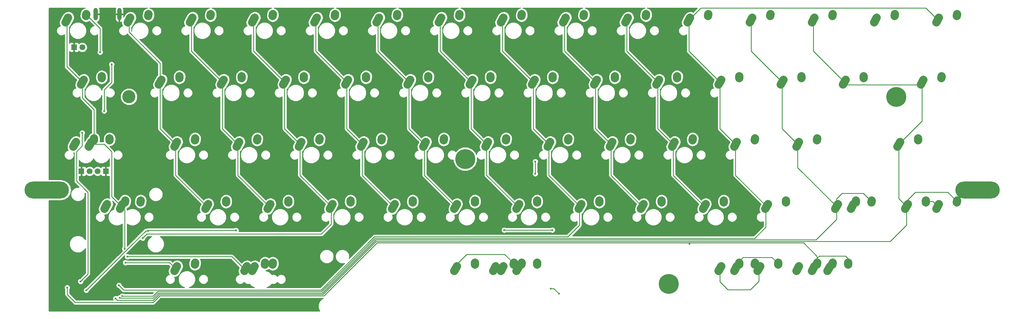
<source format=gtl>
G04 #@! TF.FileFunction,Copper,L1,Top,Signal*
%FSLAX46Y46*%
G04 Gerber Fmt 4.6, Leading zero omitted, Abs format (unit mm)*
G04 Created by KiCad (PCBNEW 4.0.5+dfsg1-4) date Tue May 30 14:12:21 2017*
%MOMM*%
%LPD*%
G01*
G04 APERTURE LIST*
%ADD10C,0.100000*%
%ADD11C,2.500000*%
%ADD12O,13.600000X5.200000*%
%ADD13C,4.000000*%
%ADD14C,6.100000*%
%ADD15R,1.800000X1.800000*%
%ADD16C,1.800000*%
%ADD17O,1.300000X3.800000*%
%ADD18C,0.600000*%
%ADD19C,0.500000*%
%ADD20C,0.250000*%
%ADD21C,0.254000*%
G04 APERTURE END LIST*
D10*
D11*
X211312953Y-179356296D02*
X210502047Y-180816204D01*
X216852224Y-178276922D02*
X216812776Y-178855578D01*
D12*
X66600000Y-156000000D03*
X351700000Y-156000000D03*
D13*
X91800000Y-127400000D03*
D14*
X326800000Y-127500000D03*
X257100000Y-184800000D03*
X194800000Y-146500000D03*
D15*
X75000000Y-112250000D03*
D16*
X77540000Y-112250000D03*
D15*
X77250000Y-150250000D03*
D16*
X79790000Y-150250000D03*
D15*
X84750000Y-150250000D03*
D16*
X82210000Y-150250000D03*
D11*
X75581703Y-141256296D02*
X74770797Y-142716204D01*
X81120974Y-140176922D02*
X81081526Y-140755578D01*
D17*
X81600000Y-102100000D03*
X88900000Y-102100000D03*
D11*
X297037953Y-179356296D02*
X296227047Y-180816204D01*
X302577224Y-178276922D02*
X302537776Y-178855578D01*
X306562953Y-179356296D02*
X305752047Y-180816204D01*
X312102224Y-178276922D02*
X312062776Y-178855578D01*
X320850453Y-103156296D02*
X320039547Y-104616204D01*
X326389724Y-102076922D02*
X326350276Y-102655578D01*
X73200453Y-103156296D02*
X72389547Y-104616204D01*
X78739724Y-102076922D02*
X78700276Y-102655578D01*
X111300453Y-103156296D02*
X110489547Y-104616204D01*
X116839724Y-102076922D02*
X116800276Y-102655578D01*
X130350453Y-103156296D02*
X129539547Y-104616204D01*
X135889724Y-102076922D02*
X135850276Y-102655578D01*
X149400453Y-103156296D02*
X148589547Y-104616204D01*
X154939724Y-102076922D02*
X154900276Y-102655578D01*
X168450453Y-103156296D02*
X167639547Y-104616204D01*
X173989724Y-102076922D02*
X173950276Y-102655578D01*
X187500453Y-103156296D02*
X186689547Y-104616204D01*
X193039724Y-102076922D02*
X193000276Y-102655578D01*
X206550453Y-103156296D02*
X205739547Y-104616204D01*
X212089724Y-102076922D02*
X212050276Y-102655578D01*
X225600453Y-103156296D02*
X224789547Y-104616204D01*
X231139724Y-102076922D02*
X231100276Y-102655578D01*
X244650453Y-103156296D02*
X243839547Y-104616204D01*
X250189724Y-102076922D02*
X250150276Y-102655578D01*
X263700453Y-103156296D02*
X262889547Y-104616204D01*
X269239724Y-102076922D02*
X269200276Y-102655578D01*
X282750453Y-103156296D02*
X281939547Y-104616204D01*
X288289724Y-102076922D02*
X288250276Y-102655578D01*
X301800453Y-103156296D02*
X300989547Y-104616204D01*
X307339724Y-102076922D02*
X307300276Y-102655578D01*
X101775453Y-122206296D02*
X100964547Y-123666204D01*
X107314724Y-121126922D02*
X107275276Y-121705578D01*
X120825453Y-122206296D02*
X120014547Y-123666204D01*
X126364724Y-121126922D02*
X126325276Y-121705578D01*
X139875453Y-122206296D02*
X139064547Y-123666204D01*
X145414724Y-121126922D02*
X145375276Y-121705578D01*
X158925453Y-122206296D02*
X158114547Y-123666204D01*
X164464724Y-121126922D02*
X164425276Y-121705578D01*
X177975453Y-122206296D02*
X177164547Y-123666204D01*
X183514724Y-121126922D02*
X183475276Y-121705578D01*
X197025453Y-122206296D02*
X196214547Y-123666204D01*
X202564724Y-121126922D02*
X202525276Y-121705578D01*
X216075453Y-122206296D02*
X215264547Y-123666204D01*
X221614724Y-121126922D02*
X221575276Y-121705578D01*
X235125453Y-122206296D02*
X234314547Y-123666204D01*
X240664724Y-121126922D02*
X240625276Y-121705578D01*
X254175453Y-122206296D02*
X253364547Y-123666204D01*
X259714724Y-121126922D02*
X259675276Y-121705578D01*
X273225453Y-122206296D02*
X272414547Y-123666204D01*
X278764724Y-121126922D02*
X278725276Y-121705578D01*
X292275453Y-122206296D02*
X291464547Y-123666204D01*
X297814724Y-121126922D02*
X297775276Y-121705578D01*
X311325453Y-122206296D02*
X310514547Y-123666204D01*
X316864724Y-121126922D02*
X316825276Y-121705578D01*
X106537953Y-141256296D02*
X105727047Y-142716204D01*
X112077224Y-140176922D02*
X112037776Y-140755578D01*
X125587953Y-141256296D02*
X124777047Y-142716204D01*
X131127224Y-140176922D02*
X131087776Y-140755578D01*
X144637953Y-141256296D02*
X143827047Y-142716204D01*
X150177224Y-140176922D02*
X150137776Y-140755578D01*
X163687953Y-141256296D02*
X162877047Y-142716204D01*
X169227224Y-140176922D02*
X169187776Y-140755578D01*
X182737953Y-141256296D02*
X181927047Y-142716204D01*
X188277224Y-140176922D02*
X188237776Y-140755578D01*
X201787953Y-141256296D02*
X200977047Y-142716204D01*
X207327224Y-140176922D02*
X207287776Y-140755578D01*
X220837953Y-141256296D02*
X220027047Y-142716204D01*
X226377224Y-140176922D02*
X226337776Y-140755578D01*
X239887953Y-141256296D02*
X239077047Y-142716204D01*
X245427224Y-140176922D02*
X245387776Y-140755578D01*
X258937953Y-141256296D02*
X258127047Y-142716204D01*
X264477224Y-140176922D02*
X264437776Y-140755578D01*
X277987953Y-141256296D02*
X277177047Y-142716204D01*
X283527224Y-140176922D02*
X283487776Y-140755578D01*
X297037953Y-141256296D02*
X296227047Y-142716204D01*
X302577224Y-140176922D02*
X302537776Y-140755578D01*
X116062953Y-160306296D02*
X115252047Y-161766204D01*
X121602224Y-159226922D02*
X121562776Y-159805578D01*
X135112953Y-160306296D02*
X134302047Y-161766204D01*
X140652224Y-159226922D02*
X140612776Y-159805578D01*
X154162953Y-160306296D02*
X153352047Y-161766204D01*
X159702224Y-159226922D02*
X159662776Y-159805578D01*
X173212953Y-160306296D02*
X172402047Y-161766204D01*
X178752224Y-159226922D02*
X178712776Y-159805578D01*
X192262953Y-160306296D02*
X191452047Y-161766204D01*
X197802224Y-159226922D02*
X197762776Y-159805578D01*
X211312953Y-160306296D02*
X210502047Y-161766204D01*
X216852224Y-159226922D02*
X216812776Y-159805578D01*
X230362953Y-160306296D02*
X229552047Y-161766204D01*
X235902224Y-159226922D02*
X235862776Y-159805578D01*
X249412953Y-160306296D02*
X248602047Y-161766204D01*
X254952224Y-159226922D02*
X254912776Y-159805578D01*
X268462953Y-160306296D02*
X267652047Y-161766204D01*
X274002224Y-159226922D02*
X273962776Y-159805578D01*
X287512953Y-160306296D02*
X286702047Y-161766204D01*
X293052224Y-159226922D02*
X293012776Y-159805578D01*
X330375453Y-160306296D02*
X329564547Y-161766204D01*
X335914724Y-159226922D02*
X335875276Y-159805578D01*
X106537953Y-179356296D02*
X105727047Y-180816204D01*
X112077224Y-178276922D02*
X112037776Y-178855578D01*
X301800453Y-179356296D02*
X300989547Y-180816204D01*
X307339724Y-178276922D02*
X307300276Y-178855578D01*
X339900453Y-103156296D02*
X339089547Y-104616204D01*
X345439724Y-102076922D02*
X345400276Y-102655578D01*
X92250453Y-103156296D02*
X91439547Y-104616204D01*
X97789724Y-102076922D02*
X97750276Y-102655578D01*
X80344203Y-141256296D02*
X79533297Y-142716204D01*
X85883474Y-140176922D02*
X85844026Y-140755578D01*
X89869203Y-160306296D02*
X89058297Y-161766204D01*
X95408474Y-159226922D02*
X95369026Y-159805578D01*
X308944203Y-160306296D02*
X308133297Y-161766204D01*
X314483474Y-159226922D02*
X314444026Y-159805578D01*
X285131703Y-179356296D02*
X284320797Y-180816204D01*
X290670974Y-178276922D02*
X290631526Y-178855578D01*
X127969203Y-179356296D02*
X127158297Y-180816204D01*
X133508474Y-178276922D02*
X133469026Y-178855578D01*
X77962953Y-122206296D02*
X77152047Y-123666204D01*
X83502224Y-121126922D02*
X83462776Y-121705578D01*
X130350453Y-179356296D02*
X129539547Y-180816204D01*
X135889724Y-178276922D02*
X135850276Y-178855578D01*
X277987953Y-179356296D02*
X277177047Y-180816204D01*
X283527224Y-178276922D02*
X283487776Y-178855578D01*
X335137953Y-122206296D02*
X334327047Y-123666204D01*
X340677224Y-121126922D02*
X340637776Y-121705578D01*
X273225453Y-179356296D02*
X272414547Y-180816204D01*
X278764724Y-178276922D02*
X278725276Y-178855578D01*
X206550453Y-179356296D02*
X205739547Y-180816204D01*
X212089724Y-178276922D02*
X212050276Y-178855578D01*
X204169203Y-179356296D02*
X203358297Y-180816204D01*
X209708474Y-178276922D02*
X209669026Y-178855578D01*
X327994203Y-141256296D02*
X327183297Y-142716204D01*
X333533474Y-140176922D02*
X333494026Y-140755578D01*
X85106703Y-160306296D02*
X84295797Y-161766204D01*
X90645974Y-159226922D02*
X90606526Y-159805578D01*
X339900453Y-160306296D02*
X339089547Y-161766204D01*
X345439724Y-159226922D02*
X345400276Y-159805578D01*
X313706703Y-160306296D02*
X312895797Y-161766204D01*
X319245974Y-159226922D02*
X319206526Y-159805578D01*
X192262953Y-179356296D02*
X191452047Y-180816204D01*
X197802224Y-178276922D02*
X197762776Y-178855578D01*
D18*
X107500000Y-165000000D03*
X110750000Y-165000000D03*
X92750000Y-140250000D03*
X83000000Y-113750000D03*
X86500000Y-117500000D03*
X84250000Y-131750000D03*
X77000000Y-184000000D03*
X77500000Y-138500000D03*
X216250000Y-147250000D03*
X216250000Y-151000000D03*
X78750000Y-186750000D03*
X97750000Y-168500000D03*
X221500000Y-168250000D03*
X206750000Y-168250000D03*
X124600000Y-168400000D03*
X223500000Y-187750000D03*
X221000000Y-186200000D03*
X90500000Y-174000000D03*
X90750000Y-178250000D03*
X106132500Y-180086250D03*
X91350000Y-176450000D03*
X96000000Y-170750000D03*
X88750000Y-185200000D03*
X263500000Y-172500000D03*
X72900000Y-185900000D03*
X89750000Y-188500000D03*
X89000000Y-189000000D03*
X87750000Y-189250000D03*
D19*
X110750000Y-165000000D02*
X107500000Y-165000000D01*
D20*
X83000000Y-106500000D02*
X78866250Y-102366250D01*
X83000000Y-107000000D02*
X83000000Y-106500000D01*
X83000000Y-109750000D02*
X83000000Y-107000000D01*
X83000000Y-113750000D02*
X83000000Y-109750000D01*
X78866250Y-102366250D02*
X78720000Y-102366250D01*
X86500000Y-123000000D02*
X85750000Y-123750000D01*
X86500000Y-121750000D02*
X86500000Y-123000000D01*
X86500000Y-117500000D02*
X86500000Y-121750000D01*
X78250000Y-155750000D02*
X79250000Y-156750000D01*
X79250000Y-156750000D02*
X79250000Y-181750000D01*
X79250000Y-181750000D02*
X77000000Y-184000000D01*
X77500000Y-138500000D02*
X77500000Y-142500000D01*
X77500000Y-142500000D02*
X75750000Y-144250000D01*
X75750000Y-144250000D02*
X75750000Y-153250000D01*
X75750000Y-153250000D02*
X78250000Y-155750000D01*
X85750000Y-123750000D02*
X84250000Y-125250000D01*
X84250000Y-125250000D02*
X84250000Y-131750000D01*
X86000000Y-123500000D02*
X85750000Y-123750000D01*
X83482500Y-121416250D02*
X84416250Y-121416250D01*
X216250000Y-147250000D02*
X216250000Y-151000000D01*
X78750000Y-186750000D02*
X85000000Y-180500000D01*
X97000000Y-168500000D02*
X97750000Y-168500000D01*
X92750000Y-172750000D02*
X97000000Y-168500000D01*
X89500000Y-176000000D02*
X92750000Y-172750000D01*
X85000000Y-180500000D02*
X89500000Y-176000000D01*
X124600000Y-168400000D02*
X97850000Y-168400000D01*
X97850000Y-168400000D02*
X97750000Y-168500000D01*
X206750000Y-168250000D02*
X221500000Y-168250000D01*
X124500000Y-168500000D02*
X124600000Y-168400000D01*
X124587500Y-168387500D02*
X124600000Y-168400000D01*
X335895000Y-159516250D02*
X337975000Y-159516250D01*
X337975000Y-159516250D02*
X339495000Y-161036250D01*
X221000000Y-186200000D02*
X221950000Y-186200000D01*
X221950000Y-186200000D02*
X223500000Y-187750000D01*
X221000000Y-186200000D02*
X221000000Y-186250000D01*
X191857500Y-180086250D02*
X191857500Y-179142500D01*
X191857500Y-179142500D02*
X195250000Y-175750000D01*
X195250000Y-175750000D02*
X206872500Y-175750000D01*
X206872500Y-175750000D02*
X209688750Y-178566250D01*
X272820000Y-180086250D02*
X272820000Y-184120000D01*
X272820000Y-184120000D02*
X275250000Y-186550000D01*
X275250000Y-186550000D02*
X282150000Y-186550000D01*
X282150000Y-186550000D02*
X284726250Y-183973750D01*
X284726250Y-183973750D02*
X284726250Y-180086250D01*
X283507500Y-178566250D02*
X283507500Y-178867500D01*
X283507500Y-178867500D02*
X284726250Y-180086250D01*
X90500000Y-170750000D02*
X90500000Y-174000000D01*
X81101250Y-140466250D02*
X81101250Y-131351250D01*
X81101250Y-131351250D02*
X77557500Y-127807500D01*
X90500000Y-163250000D02*
X90500000Y-162072500D01*
X90500000Y-162072500D02*
X89463750Y-161036250D01*
X90500000Y-163250000D02*
X90500000Y-170750000D01*
X90500000Y-170750000D02*
X90500000Y-171000000D01*
X81500000Y-141986250D02*
X84236250Y-141986250D01*
X86500000Y-144250000D02*
X86500000Y-158072500D01*
X86500000Y-158072500D02*
X89463750Y-161036250D01*
X79938750Y-141986250D02*
X81500000Y-141986250D01*
X84236250Y-141986250D02*
X86500000Y-144250000D01*
X72795000Y-103886250D02*
X72795000Y-118173750D01*
X72795000Y-118173750D02*
X77557500Y-122936250D01*
X77557500Y-122936250D02*
X77557500Y-127807500D01*
X81101250Y-140466250D02*
X79938750Y-141986250D01*
X81101250Y-140466250D02*
X79938750Y-141986250D01*
X106132500Y-180086250D02*
X106086250Y-180086250D01*
X106086250Y-180086250D02*
X104250000Y-178250000D01*
X104250000Y-178250000D02*
X90750000Y-178250000D01*
X91845000Y-103886250D02*
X91845000Y-107595000D01*
X101370000Y-117120000D02*
X101370000Y-122936250D01*
X91845000Y-107595000D02*
X101370000Y-117120000D01*
X106132500Y-179882500D02*
X106132500Y-180086250D01*
X101370000Y-122936250D02*
X101370000Y-137223750D01*
X101370000Y-137223750D02*
X106132500Y-141986250D01*
X106132500Y-180086250D02*
X106163750Y-180086250D01*
X106132500Y-141986250D02*
X106132500Y-151511250D01*
X106132500Y-151511250D02*
X115657500Y-161036250D01*
X91350000Y-176450000D02*
X96650000Y-176450000D01*
X96650000Y-176450000D02*
X113700000Y-176450000D01*
X113700000Y-176450000D02*
X122450000Y-176450000D01*
X122450000Y-176450000D02*
X123350000Y-176450000D01*
X123350000Y-176450000D02*
X126986250Y-180086250D01*
X126986250Y-180086250D02*
X127563750Y-180086250D01*
X125182500Y-141986250D02*
X125182500Y-151511250D01*
X125182500Y-151511250D02*
X134707500Y-161036250D01*
X120420000Y-122936250D02*
X120420000Y-137223750D01*
X120420000Y-137223750D02*
X125182500Y-141986250D01*
X110895000Y-103886250D02*
X110895000Y-113411250D01*
X110895000Y-113411250D02*
X120420000Y-122936250D01*
X127563750Y-180086250D02*
X129945000Y-180086250D01*
X150250000Y-169500000D02*
X150750000Y-169500000D01*
X97250000Y-169500000D02*
X150250000Y-169500000D01*
X96000000Y-170750000D02*
X97250000Y-169500000D01*
X153757500Y-166492500D02*
X153757500Y-161036250D01*
X150750000Y-169500000D02*
X153757500Y-166492500D01*
X129945000Y-103886250D02*
X129945000Y-113411250D01*
X129945000Y-113411250D02*
X139470000Y-122936250D01*
X154250000Y-161528750D02*
X153757500Y-161036250D01*
X144232500Y-141986250D02*
X144232500Y-151511250D01*
X144232500Y-151511250D02*
X153757500Y-161036250D01*
X139470000Y-122936250D02*
X139470000Y-137223750D01*
X139470000Y-137223750D02*
X144232500Y-141986250D01*
X148995000Y-103886250D02*
X148995000Y-113411250D01*
X148995000Y-113411250D02*
X158520000Y-122936250D01*
X163282500Y-141986250D02*
X163282500Y-151511250D01*
X163282500Y-151511250D02*
X172807500Y-161036250D01*
X158520000Y-122936250D02*
X158520000Y-137223750D01*
X158520000Y-137223750D02*
X163282500Y-141986250D01*
X182332500Y-141986250D02*
X182332500Y-151511250D01*
X182332500Y-151511250D02*
X191857500Y-161036250D01*
X168045000Y-103886250D02*
X168045000Y-113411250D01*
X168045000Y-113411250D02*
X177570000Y-122936250D01*
X177570000Y-122936250D02*
X177570000Y-137223750D01*
X177570000Y-137223750D02*
X182332500Y-141986250D01*
X201382500Y-141986250D02*
X201382500Y-151511250D01*
X201382500Y-151511250D02*
X210907500Y-161036250D01*
X187095000Y-103886250D02*
X187095000Y-113411250D01*
X187095000Y-113411250D02*
X196620000Y-122936250D01*
X196620000Y-122936250D02*
X196620000Y-137223750D01*
X196620000Y-137223750D02*
X201382500Y-141986250D01*
X229799998Y-166799998D02*
X229799998Y-161193752D01*
X229799998Y-161193752D02*
X229957500Y-161036250D01*
X150679414Y-186661392D02*
X147000000Y-186661392D01*
X166990810Y-170349996D02*
X150679414Y-186661392D01*
X226250000Y-170349996D02*
X166990810Y-170349996D01*
X229799998Y-166799998D02*
X226250000Y-170349996D01*
X88750000Y-185200000D02*
X88750000Y-185250000D01*
X90161392Y-186661392D02*
X147000000Y-186661392D01*
X88750000Y-185250000D02*
X90161392Y-186661392D01*
X147000000Y-186661392D02*
X149838608Y-186661392D01*
X220432500Y-141986250D02*
X220432500Y-151511250D01*
X220432500Y-151511250D02*
X229957500Y-161036250D01*
X206145000Y-103886250D02*
X206145000Y-113411250D01*
X206145000Y-113411250D02*
X215670000Y-122936250D01*
X230000000Y-161078750D02*
X229957500Y-161036250D01*
X215670000Y-122936250D02*
X215670000Y-137223750D01*
X215670000Y-137223750D02*
X220432500Y-141986250D01*
X225195000Y-103886250D02*
X225195000Y-113411250D01*
X225195000Y-113411250D02*
X234720000Y-122936250D01*
X288735004Y-176650004D02*
X290651250Y-178566250D01*
X279924996Y-176650004D02*
X288735004Y-176650004D01*
X277582500Y-180086250D02*
X277582500Y-178992500D01*
X277582500Y-178992500D02*
X279924996Y-176650004D01*
X239500000Y-151500000D02*
X239482500Y-151500000D01*
X239482500Y-151511250D02*
X239482500Y-151500000D01*
X239482500Y-141986250D02*
X239482500Y-151511250D01*
X239482500Y-151511250D02*
X249007500Y-161036250D01*
X234720000Y-122936250D02*
X234720000Y-137223750D01*
X234720000Y-137223750D02*
X239482500Y-141986250D01*
X263200002Y-172200002D02*
X263049998Y-172200002D01*
X263500000Y-172500000D02*
X263200002Y-172200002D01*
X150250000Y-188461400D02*
X101250000Y-188461400D01*
X99211400Y-190500000D02*
X97750000Y-190500000D01*
X101250000Y-188461400D02*
X99211400Y-190500000D01*
X298450002Y-172200002D02*
X263000000Y-172200002D01*
X263000000Y-172200002D02*
X167799998Y-172200002D01*
X302557500Y-176307500D02*
X298450002Y-172200002D01*
X302557500Y-178566250D02*
X302557500Y-176307500D01*
X151538600Y-188461400D02*
X150250000Y-188461400D01*
X167799998Y-172200002D02*
X151538600Y-188461400D01*
X72900000Y-185900000D02*
X72900000Y-188000000D01*
X75400000Y-190500000D02*
X97750000Y-190500000D01*
X72900000Y-188000000D02*
X75400000Y-190500000D01*
X302557500Y-178566250D02*
X302557500Y-178097506D01*
X302557500Y-178566250D02*
X302557500Y-176942500D01*
X311250000Y-176250000D02*
X312082500Y-177082500D01*
X303250000Y-176250000D02*
X311250000Y-176250000D01*
X302557500Y-176942500D02*
X303250000Y-176250000D01*
X312082500Y-177082500D02*
X312082500Y-178566250D01*
X244245000Y-103886250D02*
X244245000Y-113411250D01*
X244245000Y-113411250D02*
X253770000Y-122936250D01*
X253770000Y-122936250D02*
X253770000Y-137223750D01*
X253770000Y-137223750D02*
X258532500Y-141986250D01*
X258532500Y-141986250D02*
X258532500Y-151511250D01*
X258532500Y-151511250D02*
X268057500Y-161036250D01*
X286857500Y-167392500D02*
X286857500Y-161286250D01*
X286857500Y-161286250D02*
X287107500Y-161036250D01*
X150865810Y-187111394D02*
X149500000Y-187111394D01*
X167177206Y-170799998D02*
X150865810Y-187111394D01*
X283450002Y-170799998D02*
X167177206Y-170799998D01*
X286857500Y-167392500D02*
X283450002Y-170799998D01*
X150025004Y-187111394D02*
X149500000Y-187111394D01*
X149500000Y-187111394D02*
X149250000Y-187111394D01*
X89750000Y-188500000D02*
X99250000Y-188500000D01*
X99250000Y-188500000D02*
X100638606Y-187111394D01*
X100638606Y-187111394D02*
X149250000Y-187111394D01*
X327750000Y-100250000D02*
X335858750Y-100250000D01*
X335858750Y-100250000D02*
X339495000Y-103886250D01*
X284250000Y-100250000D02*
X266931250Y-100250000D01*
X266931250Y-100250000D02*
X263295000Y-103886250D01*
X263295000Y-103886250D02*
X263295000Y-113411250D01*
X263295000Y-113411250D02*
X272820000Y-122936250D01*
X327750000Y-100250000D02*
X284250000Y-100250000D01*
X277582500Y-141986250D02*
X277582500Y-151511250D01*
X277582500Y-151511250D02*
X287107500Y-161036250D01*
X272820000Y-122936250D02*
X272820000Y-137223750D01*
X272820000Y-137223750D02*
X277582500Y-141986250D01*
X290000000Y-171250000D02*
X302250000Y-171250000D01*
X302250000Y-171250000D02*
X308500000Y-165000000D01*
X151052206Y-187561396D02*
X150000000Y-187561396D01*
X167363602Y-171250000D02*
X151052206Y-187561396D01*
X290000000Y-171250000D02*
X167363602Y-171250000D01*
X150331805Y-187561396D02*
X150000000Y-187561396D01*
X150000000Y-187561396D02*
X149750000Y-187561396D01*
X100825002Y-187561396D02*
X149750000Y-187561396D01*
X99250000Y-189136398D02*
X100825002Y-187561396D01*
X89150000Y-189150000D02*
X99236398Y-189150000D01*
X89000000Y-189000000D02*
X89150000Y-189150000D01*
X99236398Y-189150000D02*
X99250000Y-189136398D01*
X99236398Y-189150000D02*
X99250000Y-189136398D01*
X308538750Y-161036250D02*
X308538750Y-158711250D01*
X316710000Y-157000000D02*
X319226250Y-159516250D01*
X310250000Y-157000000D02*
X316710000Y-157000000D01*
X308538750Y-158711250D02*
X310250000Y-157000000D01*
X308500000Y-165000000D02*
X308500000Y-161075000D01*
X282345000Y-103886250D02*
X282345000Y-113411250D01*
X282345000Y-113411250D02*
X291870000Y-122936250D01*
X308500000Y-161075000D02*
X308538750Y-161036250D01*
X296632500Y-141986250D02*
X296632500Y-149130000D01*
X296632500Y-149130000D02*
X308538750Y-161036250D01*
X291870000Y-122936250D02*
X291870000Y-137223750D01*
X291870000Y-137223750D02*
X296632500Y-141986250D01*
X293000000Y-171750000D02*
X325000000Y-171750000D01*
X325000000Y-171750000D02*
X325750000Y-171000000D01*
X259250000Y-171750000D02*
X267000000Y-171750000D01*
X151250000Y-188000000D02*
X167500000Y-171750000D01*
X167500000Y-171750000D02*
X259250000Y-171750000D01*
X151250000Y-188011398D02*
X151250000Y-188000000D01*
X287000000Y-171750000D02*
X293000000Y-171750000D01*
X280500000Y-171750000D02*
X287000000Y-171750000D01*
X267000000Y-171750000D02*
X280500000Y-171750000D01*
X99250000Y-189750000D02*
X99272796Y-189750000D01*
X99272796Y-189750000D02*
X101011398Y-188011398D01*
X101011398Y-188011398D02*
X151250000Y-188011398D01*
X88250000Y-189750000D02*
X99250000Y-189750000D01*
X87750000Y-189250000D02*
X88250000Y-189750000D01*
X329970000Y-161036250D02*
X329970000Y-159355000D01*
X329970000Y-159355000D02*
X332675000Y-156650000D01*
X342553750Y-156650000D02*
X345420000Y-159516250D01*
X332675000Y-156650000D02*
X342553750Y-156650000D01*
X301395000Y-103886250D02*
X301395000Y-113411250D01*
X301395000Y-113411250D02*
X310920000Y-122936250D01*
X316750000Y-123750000D02*
X311733750Y-123750000D01*
X311733750Y-123750000D02*
X310920000Y-122936250D01*
X315500000Y-123750000D02*
X316750000Y-123750000D01*
X316750000Y-123750000D02*
X333918750Y-123750000D01*
X333918750Y-123750000D02*
X334732500Y-122936250D01*
X329970000Y-161036250D02*
X329970000Y-166780000D01*
X325750000Y-171000000D02*
X329970000Y-166780000D01*
X325159996Y-171590004D02*
X325750000Y-171000000D01*
X327588750Y-141986250D02*
X327588750Y-158655000D01*
X327588750Y-158655000D02*
X329970000Y-161036250D01*
X334732500Y-122936250D02*
X334732500Y-134842500D01*
X334732500Y-134842500D02*
X327588750Y-141986250D01*
D21*
G36*
X78141387Y-100247864D02*
X77503472Y-100613941D01*
X77054207Y-101196270D01*
X76861988Y-101906198D01*
X76816742Y-102569880D01*
X76910833Y-103299327D01*
X77276909Y-103937242D01*
X77859238Y-104386507D01*
X78569166Y-104578726D01*
X79298613Y-104484635D01*
X79686969Y-104261771D01*
X81095386Y-105670188D01*
X80985733Y-105670092D01*
X80439405Y-105895830D01*
X80021049Y-106313456D01*
X79794358Y-106859389D01*
X79793842Y-107450517D01*
X80019580Y-107996845D01*
X80437206Y-108415201D01*
X80983139Y-108641892D01*
X81574267Y-108642408D01*
X82120595Y-108416670D01*
X82240000Y-108297473D01*
X82240000Y-113187537D01*
X82207808Y-113219673D01*
X82065162Y-113563201D01*
X82064838Y-113935167D01*
X82206883Y-114278943D01*
X82469673Y-114542192D01*
X82813201Y-114684838D01*
X83185167Y-114685162D01*
X83528943Y-114543117D01*
X83792192Y-114280327D01*
X83934838Y-113936799D01*
X83935162Y-113564833D01*
X83793117Y-113221057D01*
X83760000Y-113187882D01*
X83760000Y-107450517D01*
X88683842Y-107450517D01*
X88909580Y-107996845D01*
X89327206Y-108415201D01*
X89873139Y-108641892D01*
X90464267Y-108642408D01*
X91010595Y-108416670D01*
X91302702Y-108125072D01*
X91307599Y-108132401D01*
X100610000Y-117434802D01*
X100610000Y-120706083D01*
X100153467Y-121244408D01*
X99290812Y-122797484D01*
X99065976Y-123497766D01*
X99126242Y-124230783D01*
X99381744Y-124727938D01*
X98854405Y-124945830D01*
X98436049Y-125363456D01*
X98209358Y-125909389D01*
X98208842Y-126500517D01*
X98434580Y-127046845D01*
X98852206Y-127465201D01*
X99398139Y-127691892D01*
X99989267Y-127692408D01*
X100535595Y-127466670D01*
X100610000Y-127392395D01*
X100610000Y-137223750D01*
X100667852Y-137514589D01*
X100832599Y-137761151D01*
X104362424Y-141290976D01*
X104053312Y-141847484D01*
X103828476Y-142547766D01*
X103888742Y-143280783D01*
X104144244Y-143777938D01*
X103616905Y-143995830D01*
X103198549Y-144413456D01*
X102971858Y-144959389D01*
X102971342Y-145550517D01*
X103197080Y-146096845D01*
X103614706Y-146515201D01*
X104160639Y-146741892D01*
X104751767Y-146742408D01*
X105298095Y-146516670D01*
X105372500Y-146442395D01*
X105372500Y-151511250D01*
X105430352Y-151802089D01*
X105595099Y-152048651D01*
X113887424Y-160340976D01*
X113578312Y-160897484D01*
X113353476Y-161597766D01*
X113413742Y-162330783D01*
X113669244Y-162827938D01*
X113141905Y-163045830D01*
X112723549Y-163463456D01*
X112496858Y-164009389D01*
X112496342Y-164600517D01*
X112722080Y-165146845D01*
X113139706Y-165565201D01*
X113685639Y-165791892D01*
X114276767Y-165792408D01*
X114823095Y-165566670D01*
X115241451Y-165149044D01*
X115375226Y-164826876D01*
X116433145Y-164826876D01*
X116832528Y-165793457D01*
X117571404Y-166533623D01*
X118537285Y-166934692D01*
X119583126Y-166935605D01*
X120549707Y-166536222D01*
X121289873Y-165797346D01*
X121690942Y-164831465D01*
X121691143Y-164600517D01*
X122656342Y-164600517D01*
X122882080Y-165146845D01*
X123299706Y-165565201D01*
X123845639Y-165791892D01*
X124436767Y-165792408D01*
X124983095Y-165566670D01*
X125401451Y-165149044D01*
X125628142Y-164603111D01*
X125628658Y-164011983D01*
X125402920Y-163465655D01*
X124985294Y-163047299D01*
X124439361Y-162820608D01*
X123848233Y-162820092D01*
X123301905Y-163045830D01*
X122883549Y-163463456D01*
X122656858Y-164009389D01*
X122656342Y-164600517D01*
X121691143Y-164600517D01*
X121691855Y-163785624D01*
X121292472Y-162819043D01*
X120553596Y-162078877D01*
X119587715Y-161677808D01*
X118541874Y-161676895D01*
X117575293Y-162076278D01*
X116835127Y-162815154D01*
X116434058Y-163781035D01*
X116433145Y-164826876D01*
X115375226Y-164826876D01*
X115468142Y-164603111D01*
X115468658Y-164011983D01*
X115323152Y-163659832D01*
X115744167Y-163625218D01*
X116398325Y-163289027D01*
X116874032Y-162728092D01*
X117736688Y-161175016D01*
X117961524Y-160474734D01*
X117901258Y-159741717D01*
X117890036Y-159719880D01*
X119679242Y-159719880D01*
X119773333Y-160449327D01*
X120139409Y-161087242D01*
X120721738Y-161536507D01*
X121431666Y-161728726D01*
X122161113Y-161634635D01*
X122799028Y-161268559D01*
X123248293Y-160686230D01*
X123440512Y-159976302D01*
X123485758Y-159312619D01*
X123391667Y-158583172D01*
X123025591Y-157945258D01*
X122443262Y-157495993D01*
X121733334Y-157303774D01*
X121003887Y-157397864D01*
X120365972Y-157763941D01*
X119916707Y-158346270D01*
X119724488Y-159056198D01*
X119679242Y-159719880D01*
X117890036Y-159719880D01*
X117565067Y-159087559D01*
X117004132Y-158611852D01*
X116303850Y-158387016D01*
X115570832Y-158447282D01*
X114916675Y-158783473D01*
X114716070Y-159020018D01*
X106892500Y-151196448D01*
X106892500Y-145776876D01*
X106908145Y-145776876D01*
X107307528Y-146743457D01*
X108046404Y-147483623D01*
X109012285Y-147884692D01*
X110058126Y-147885605D01*
X111024707Y-147486222D01*
X111764873Y-146747346D01*
X112165942Y-145781465D01*
X112166143Y-145550517D01*
X113131342Y-145550517D01*
X113357080Y-146096845D01*
X113774706Y-146515201D01*
X114320639Y-146741892D01*
X114911767Y-146742408D01*
X115458095Y-146516670D01*
X115876451Y-146099044D01*
X116103142Y-145553111D01*
X116103658Y-144961983D01*
X115877920Y-144415655D01*
X115460294Y-143997299D01*
X114914361Y-143770608D01*
X114323233Y-143770092D01*
X113776905Y-143995830D01*
X113358549Y-144413456D01*
X113131858Y-144959389D01*
X113131342Y-145550517D01*
X112166143Y-145550517D01*
X112166855Y-144735624D01*
X111767472Y-143769043D01*
X111028596Y-143028877D01*
X110062715Y-142627808D01*
X109016874Y-142626895D01*
X108050293Y-143026278D01*
X107310127Y-143765154D01*
X106909058Y-144731035D01*
X106908145Y-145776876D01*
X106892500Y-145776876D01*
X106892500Y-144216417D01*
X107349032Y-143678092D01*
X108211688Y-142125016D01*
X108436524Y-141424734D01*
X108376258Y-140691717D01*
X108365036Y-140669880D01*
X110154242Y-140669880D01*
X110248333Y-141399327D01*
X110614409Y-142037242D01*
X111196738Y-142486507D01*
X111906666Y-142678726D01*
X112636113Y-142584635D01*
X113274028Y-142218559D01*
X113723293Y-141636230D01*
X113915512Y-140926302D01*
X113960758Y-140262619D01*
X113866667Y-139533172D01*
X113500591Y-138895258D01*
X112918262Y-138445993D01*
X112208334Y-138253774D01*
X111478887Y-138347864D01*
X110840972Y-138713941D01*
X110391707Y-139296270D01*
X110199488Y-140006198D01*
X110154242Y-140669880D01*
X108365036Y-140669880D01*
X108040067Y-140037559D01*
X107479132Y-139561852D01*
X106778850Y-139337016D01*
X106045832Y-139397282D01*
X105391675Y-139733473D01*
X105191070Y-139970018D01*
X102130000Y-136908948D01*
X102130000Y-126726876D01*
X102145645Y-126726876D01*
X102545028Y-127693457D01*
X103283904Y-128433623D01*
X104249785Y-128834692D01*
X105295626Y-128835605D01*
X106262207Y-128436222D01*
X107002373Y-127697346D01*
X107403442Y-126731465D01*
X107403643Y-126500517D01*
X108368842Y-126500517D01*
X108594580Y-127046845D01*
X109012206Y-127465201D01*
X109558139Y-127691892D01*
X110149267Y-127692408D01*
X110695595Y-127466670D01*
X111113951Y-127049044D01*
X111340642Y-126503111D01*
X111341158Y-125911983D01*
X111115420Y-125365655D01*
X110697794Y-124947299D01*
X110151861Y-124720608D01*
X109560733Y-124720092D01*
X109014405Y-124945830D01*
X108596049Y-125363456D01*
X108369358Y-125909389D01*
X108368842Y-126500517D01*
X107403643Y-126500517D01*
X107404355Y-125685624D01*
X107004972Y-124719043D01*
X106266096Y-123978877D01*
X105300215Y-123577808D01*
X104254374Y-123576895D01*
X103287793Y-123976278D01*
X102547627Y-124715154D01*
X102146558Y-125681035D01*
X102145645Y-126726876D01*
X102130000Y-126726876D01*
X102130000Y-125166417D01*
X102586532Y-124628092D01*
X103449188Y-123075016D01*
X103674024Y-122374734D01*
X103613758Y-121641717D01*
X103602536Y-121619880D01*
X105391742Y-121619880D01*
X105485833Y-122349327D01*
X105851909Y-122987242D01*
X106434238Y-123436507D01*
X107144166Y-123628726D01*
X107873613Y-123534635D01*
X108511528Y-123168559D01*
X108960793Y-122586230D01*
X109153012Y-121876302D01*
X109198258Y-121212619D01*
X109104167Y-120483172D01*
X108738091Y-119845258D01*
X108155762Y-119395993D01*
X107445834Y-119203774D01*
X106716387Y-119297864D01*
X106078472Y-119663941D01*
X105629207Y-120246270D01*
X105436988Y-120956198D01*
X105391742Y-121619880D01*
X103602536Y-121619880D01*
X103277567Y-120987559D01*
X102716632Y-120511852D01*
X102130000Y-120323505D01*
X102130000Y-117120000D01*
X102072148Y-116829161D01*
X102072148Y-116829160D01*
X101907401Y-116582599D01*
X95109830Y-109785028D01*
X95770626Y-109785605D01*
X96737207Y-109386222D01*
X97477373Y-108647346D01*
X97878442Y-107681465D01*
X97878643Y-107450517D01*
X98843842Y-107450517D01*
X99069580Y-107996845D01*
X99487206Y-108415201D01*
X100033139Y-108641892D01*
X100624267Y-108642408D01*
X101170595Y-108416670D01*
X101588951Y-107999044D01*
X101815642Y-107453111D01*
X101815644Y-107450517D01*
X107733842Y-107450517D01*
X107959580Y-107996845D01*
X108377206Y-108415201D01*
X108923139Y-108641892D01*
X109514267Y-108642408D01*
X110060595Y-108416670D01*
X110135000Y-108342395D01*
X110135000Y-113411250D01*
X110192852Y-113702089D01*
X110357599Y-113948651D01*
X118649924Y-122240976D01*
X118340812Y-122797484D01*
X118115976Y-123497766D01*
X118176242Y-124230783D01*
X118431744Y-124727938D01*
X117904405Y-124945830D01*
X117486049Y-125363456D01*
X117259358Y-125909389D01*
X117258842Y-126500517D01*
X117484580Y-127046845D01*
X117902206Y-127465201D01*
X118448139Y-127691892D01*
X119039267Y-127692408D01*
X119585595Y-127466670D01*
X119660000Y-127392395D01*
X119660000Y-137223750D01*
X119717852Y-137514589D01*
X119882599Y-137761151D01*
X123412424Y-141290976D01*
X123103312Y-141847484D01*
X122878476Y-142547766D01*
X122938742Y-143280783D01*
X123194244Y-143777938D01*
X122666905Y-143995830D01*
X122248549Y-144413456D01*
X122021858Y-144959389D01*
X122021342Y-145550517D01*
X122247080Y-146096845D01*
X122664706Y-146515201D01*
X123210639Y-146741892D01*
X123801767Y-146742408D01*
X124348095Y-146516670D01*
X124422500Y-146442395D01*
X124422500Y-151511250D01*
X124480352Y-151802089D01*
X124645099Y-152048651D01*
X132937424Y-160340976D01*
X132628312Y-160897484D01*
X132403476Y-161597766D01*
X132463742Y-162330783D01*
X132719244Y-162827938D01*
X132191905Y-163045830D01*
X131773549Y-163463456D01*
X131546858Y-164009389D01*
X131546342Y-164600517D01*
X131772080Y-165146845D01*
X132189706Y-165565201D01*
X132735639Y-165791892D01*
X133326767Y-165792408D01*
X133873095Y-165566670D01*
X134291451Y-165149044D01*
X134425226Y-164826876D01*
X135483145Y-164826876D01*
X135882528Y-165793457D01*
X136621404Y-166533623D01*
X137587285Y-166934692D01*
X138633126Y-166935605D01*
X139599707Y-166536222D01*
X140339873Y-165797346D01*
X140740942Y-164831465D01*
X140741143Y-164600517D01*
X141706342Y-164600517D01*
X141932080Y-165146845D01*
X142349706Y-165565201D01*
X142895639Y-165791892D01*
X143486767Y-165792408D01*
X144033095Y-165566670D01*
X144451451Y-165149044D01*
X144678142Y-164603111D01*
X144678658Y-164011983D01*
X144452920Y-163465655D01*
X144035294Y-163047299D01*
X143489361Y-162820608D01*
X142898233Y-162820092D01*
X142351905Y-163045830D01*
X141933549Y-163463456D01*
X141706858Y-164009389D01*
X141706342Y-164600517D01*
X140741143Y-164600517D01*
X140741855Y-163785624D01*
X140342472Y-162819043D01*
X139603596Y-162078877D01*
X138637715Y-161677808D01*
X137591874Y-161676895D01*
X136625293Y-162076278D01*
X135885127Y-162815154D01*
X135484058Y-163781035D01*
X135483145Y-164826876D01*
X134425226Y-164826876D01*
X134518142Y-164603111D01*
X134518658Y-164011983D01*
X134373152Y-163659832D01*
X134794167Y-163625218D01*
X135448325Y-163289027D01*
X135924032Y-162728092D01*
X136786688Y-161175016D01*
X137011524Y-160474734D01*
X136951258Y-159741717D01*
X136940036Y-159719880D01*
X138729242Y-159719880D01*
X138823333Y-160449327D01*
X139189409Y-161087242D01*
X139771738Y-161536507D01*
X140481666Y-161728726D01*
X141211113Y-161634635D01*
X141849028Y-161268559D01*
X142298293Y-160686230D01*
X142490512Y-159976302D01*
X142535758Y-159312619D01*
X142441667Y-158583172D01*
X142075591Y-157945258D01*
X141493262Y-157495993D01*
X140783334Y-157303774D01*
X140053887Y-157397864D01*
X139415972Y-157763941D01*
X138966707Y-158346270D01*
X138774488Y-159056198D01*
X138729242Y-159719880D01*
X136940036Y-159719880D01*
X136615067Y-159087559D01*
X136054132Y-158611852D01*
X135353850Y-158387016D01*
X134620832Y-158447282D01*
X133966675Y-158783473D01*
X133766070Y-159020018D01*
X125942500Y-151196448D01*
X125942500Y-145776876D01*
X125958145Y-145776876D01*
X126357528Y-146743457D01*
X127096404Y-147483623D01*
X128062285Y-147884692D01*
X129108126Y-147885605D01*
X130074707Y-147486222D01*
X130814873Y-146747346D01*
X131215942Y-145781465D01*
X131216143Y-145550517D01*
X132181342Y-145550517D01*
X132407080Y-146096845D01*
X132824706Y-146515201D01*
X133370639Y-146741892D01*
X133961767Y-146742408D01*
X134508095Y-146516670D01*
X134926451Y-146099044D01*
X135153142Y-145553111D01*
X135153658Y-144961983D01*
X134927920Y-144415655D01*
X134510294Y-143997299D01*
X133964361Y-143770608D01*
X133373233Y-143770092D01*
X132826905Y-143995830D01*
X132408549Y-144413456D01*
X132181858Y-144959389D01*
X132181342Y-145550517D01*
X131216143Y-145550517D01*
X131216855Y-144735624D01*
X130817472Y-143769043D01*
X130078596Y-143028877D01*
X129112715Y-142627808D01*
X128066874Y-142626895D01*
X127100293Y-143026278D01*
X126360127Y-143765154D01*
X125959058Y-144731035D01*
X125958145Y-145776876D01*
X125942500Y-145776876D01*
X125942500Y-144216417D01*
X126399032Y-143678092D01*
X127261688Y-142125016D01*
X127486524Y-141424734D01*
X127426258Y-140691717D01*
X127415036Y-140669880D01*
X129204242Y-140669880D01*
X129298333Y-141399327D01*
X129664409Y-142037242D01*
X130246738Y-142486507D01*
X130956666Y-142678726D01*
X131686113Y-142584635D01*
X132324028Y-142218559D01*
X132773293Y-141636230D01*
X132965512Y-140926302D01*
X133010758Y-140262619D01*
X132916667Y-139533172D01*
X132550591Y-138895258D01*
X131968262Y-138445993D01*
X131258334Y-138253774D01*
X130528887Y-138347864D01*
X129890972Y-138713941D01*
X129441707Y-139296270D01*
X129249488Y-140006198D01*
X129204242Y-140669880D01*
X127415036Y-140669880D01*
X127090067Y-140037559D01*
X126529132Y-139561852D01*
X125828850Y-139337016D01*
X125095832Y-139397282D01*
X124441675Y-139733473D01*
X124241070Y-139970018D01*
X121180000Y-136908948D01*
X121180000Y-126726876D01*
X121195645Y-126726876D01*
X121595028Y-127693457D01*
X122333904Y-128433623D01*
X123299785Y-128834692D01*
X124345626Y-128835605D01*
X125312207Y-128436222D01*
X126052373Y-127697346D01*
X126453442Y-126731465D01*
X126453643Y-126500517D01*
X127418842Y-126500517D01*
X127644580Y-127046845D01*
X128062206Y-127465201D01*
X128608139Y-127691892D01*
X129199267Y-127692408D01*
X129745595Y-127466670D01*
X130163951Y-127049044D01*
X130390642Y-126503111D01*
X130391158Y-125911983D01*
X130165420Y-125365655D01*
X129747794Y-124947299D01*
X129201861Y-124720608D01*
X128610733Y-124720092D01*
X128064405Y-124945830D01*
X127646049Y-125363456D01*
X127419358Y-125909389D01*
X127418842Y-126500517D01*
X126453643Y-126500517D01*
X126454355Y-125685624D01*
X126054972Y-124719043D01*
X125316096Y-123978877D01*
X124350215Y-123577808D01*
X123304374Y-123576895D01*
X122337793Y-123976278D01*
X121597627Y-124715154D01*
X121196558Y-125681035D01*
X121195645Y-126726876D01*
X121180000Y-126726876D01*
X121180000Y-125166417D01*
X121636532Y-124628092D01*
X122499188Y-123075016D01*
X122724024Y-122374734D01*
X122663758Y-121641717D01*
X122652536Y-121619880D01*
X124441742Y-121619880D01*
X124535833Y-122349327D01*
X124901909Y-122987242D01*
X125484238Y-123436507D01*
X126194166Y-123628726D01*
X126923613Y-123534635D01*
X127561528Y-123168559D01*
X128010793Y-122586230D01*
X128203012Y-121876302D01*
X128248258Y-121212619D01*
X128154167Y-120483172D01*
X127788091Y-119845258D01*
X127205762Y-119395993D01*
X126495834Y-119203774D01*
X125766387Y-119297864D01*
X125128472Y-119663941D01*
X124679207Y-120246270D01*
X124486988Y-120956198D01*
X124441742Y-121619880D01*
X122652536Y-121619880D01*
X122327567Y-120987559D01*
X121766632Y-120511852D01*
X121066350Y-120287016D01*
X120333332Y-120347282D01*
X119679175Y-120683473D01*
X119478570Y-120920018D01*
X111655000Y-113096448D01*
X111655000Y-107676876D01*
X111670645Y-107676876D01*
X112070028Y-108643457D01*
X112808904Y-109383623D01*
X113774785Y-109784692D01*
X114820626Y-109785605D01*
X115787207Y-109386222D01*
X116527373Y-108647346D01*
X116928442Y-107681465D01*
X116928643Y-107450517D01*
X117893842Y-107450517D01*
X118119580Y-107996845D01*
X118537206Y-108415201D01*
X119083139Y-108641892D01*
X119674267Y-108642408D01*
X120220595Y-108416670D01*
X120638951Y-107999044D01*
X120865642Y-107453111D01*
X120866158Y-106861983D01*
X120640420Y-106315655D01*
X120222794Y-105897299D01*
X119676861Y-105670608D01*
X119085733Y-105670092D01*
X118539405Y-105895830D01*
X118121049Y-106313456D01*
X117894358Y-106859389D01*
X117893842Y-107450517D01*
X116928643Y-107450517D01*
X116929355Y-106635624D01*
X116529972Y-105669043D01*
X115791096Y-104928877D01*
X114825215Y-104527808D01*
X113779374Y-104526895D01*
X112812793Y-104926278D01*
X112072627Y-105665154D01*
X111671558Y-106631035D01*
X111670645Y-107676876D01*
X111655000Y-107676876D01*
X111655000Y-106116417D01*
X112111532Y-105578092D01*
X112974188Y-104025016D01*
X113199024Y-103324734D01*
X113138758Y-102591717D01*
X112802567Y-101937559D01*
X112241632Y-101461852D01*
X111541350Y-101237016D01*
X110808332Y-101297282D01*
X110154175Y-101633473D01*
X109678467Y-102194408D01*
X108815812Y-103747484D01*
X108590976Y-104447766D01*
X108651242Y-105180783D01*
X108906744Y-105677938D01*
X108379405Y-105895830D01*
X107961049Y-106313456D01*
X107734358Y-106859389D01*
X107733842Y-107450517D01*
X101815644Y-107450517D01*
X101816158Y-106861983D01*
X101590420Y-106315655D01*
X101172794Y-105897299D01*
X100626861Y-105670608D01*
X100035733Y-105670092D01*
X99489405Y-105895830D01*
X99071049Y-106313456D01*
X98844358Y-106859389D01*
X98843842Y-107450517D01*
X97878643Y-107450517D01*
X97879355Y-106635624D01*
X97479972Y-105669043D01*
X96741096Y-104928877D01*
X95775215Y-104527808D01*
X94729374Y-104526895D01*
X93762793Y-104926278D01*
X93022627Y-105665154D01*
X92621558Y-106631035D01*
X92620977Y-107296175D01*
X92605000Y-107280198D01*
X92605000Y-106116417D01*
X93061532Y-105578092D01*
X93924188Y-104025016D01*
X94149024Y-103324734D01*
X94088758Y-102591717D01*
X93752567Y-101937559D01*
X93191632Y-101461852D01*
X92491350Y-101237016D01*
X91758332Y-101297282D01*
X91104175Y-101633473D01*
X90628467Y-102194408D01*
X90185000Y-102992801D01*
X90185000Y-102227000D01*
X89027000Y-102227000D01*
X89027000Y-104469067D01*
X89225471Y-104593099D01*
X89274415Y-104585786D01*
X89542659Y-104442523D01*
X89540976Y-104447766D01*
X89601242Y-105180783D01*
X89856744Y-105677938D01*
X89329405Y-105895830D01*
X88911049Y-106313456D01*
X88684358Y-106859389D01*
X88683842Y-107450517D01*
X83760000Y-107450517D01*
X83760000Y-106500000D01*
X83702148Y-106209161D01*
X83702148Y-106209160D01*
X83537401Y-105962599D01*
X82095773Y-104520971D01*
X82418829Y-104348435D01*
X82738584Y-103959081D01*
X82885000Y-103477000D01*
X82885000Y-102227000D01*
X87615000Y-102227000D01*
X87615000Y-103477000D01*
X87761416Y-103959081D01*
X88081171Y-104348435D01*
X88525585Y-104585786D01*
X88574529Y-104593099D01*
X88773000Y-104469067D01*
X88773000Y-102227000D01*
X87615000Y-102227000D01*
X82885000Y-102227000D01*
X81727000Y-102227000D01*
X81727000Y-102247000D01*
X81473000Y-102247000D01*
X81473000Y-102227000D01*
X81453000Y-102227000D01*
X81453000Y-101973000D01*
X81473000Y-101973000D01*
X81473000Y-101953000D01*
X81727000Y-101953000D01*
X81727000Y-101973000D01*
X82885000Y-101973000D01*
X82885000Y-100723000D01*
X82738584Y-100240919D01*
X82713192Y-100210000D01*
X87786808Y-100210000D01*
X87761416Y-100240919D01*
X87615000Y-100723000D01*
X87615000Y-101973000D01*
X88773000Y-101973000D01*
X88773000Y-101953000D01*
X89027000Y-101953000D01*
X89027000Y-101973000D01*
X90185000Y-101973000D01*
X90185000Y-100723000D01*
X90038584Y-100240919D01*
X90013192Y-100210000D01*
X97484933Y-100210000D01*
X97191387Y-100247864D01*
X96553472Y-100613941D01*
X96104207Y-101196270D01*
X95911988Y-101906198D01*
X95866742Y-102569880D01*
X95960833Y-103299327D01*
X96326909Y-103937242D01*
X96909238Y-104386507D01*
X97619166Y-104578726D01*
X98348613Y-104484635D01*
X98986528Y-104118559D01*
X99435793Y-103536230D01*
X99628012Y-102826302D01*
X99673258Y-102162619D01*
X99579167Y-101433172D01*
X99213091Y-100795258D01*
X98630762Y-100345993D01*
X98128495Y-100210000D01*
X116534933Y-100210000D01*
X116241387Y-100247864D01*
X115603472Y-100613941D01*
X115154207Y-101196270D01*
X114961988Y-101906198D01*
X114916742Y-102569880D01*
X115010833Y-103299327D01*
X115376909Y-103937242D01*
X115959238Y-104386507D01*
X116669166Y-104578726D01*
X117398613Y-104484635D01*
X118036528Y-104118559D01*
X118485793Y-103536230D01*
X118678012Y-102826302D01*
X118723258Y-102162619D01*
X118629167Y-101433172D01*
X118263091Y-100795258D01*
X117680762Y-100345993D01*
X117178495Y-100210000D01*
X135584933Y-100210000D01*
X135291387Y-100247864D01*
X134653472Y-100613941D01*
X134204207Y-101196270D01*
X134011988Y-101906198D01*
X133966742Y-102569880D01*
X134060833Y-103299327D01*
X134426909Y-103937242D01*
X135009238Y-104386507D01*
X135719166Y-104578726D01*
X136448613Y-104484635D01*
X137086528Y-104118559D01*
X137535793Y-103536230D01*
X137728012Y-102826302D01*
X137773258Y-102162619D01*
X137679167Y-101433172D01*
X137313091Y-100795258D01*
X136730762Y-100345993D01*
X136228495Y-100210000D01*
X154634933Y-100210000D01*
X154341387Y-100247864D01*
X153703472Y-100613941D01*
X153254207Y-101196270D01*
X153061988Y-101906198D01*
X153016742Y-102569880D01*
X153110833Y-103299327D01*
X153476909Y-103937242D01*
X154059238Y-104386507D01*
X154769166Y-104578726D01*
X155498613Y-104484635D01*
X156136528Y-104118559D01*
X156585793Y-103536230D01*
X156778012Y-102826302D01*
X156823258Y-102162619D01*
X156729167Y-101433172D01*
X156363091Y-100795258D01*
X155780762Y-100345993D01*
X155278495Y-100210000D01*
X173684933Y-100210000D01*
X173391387Y-100247864D01*
X172753472Y-100613941D01*
X172304207Y-101196270D01*
X172111988Y-101906198D01*
X172066742Y-102569880D01*
X172160833Y-103299327D01*
X172526909Y-103937242D01*
X173109238Y-104386507D01*
X173819166Y-104578726D01*
X174548613Y-104484635D01*
X175186528Y-104118559D01*
X175635793Y-103536230D01*
X175828012Y-102826302D01*
X175873258Y-102162619D01*
X175779167Y-101433172D01*
X175413091Y-100795258D01*
X174830762Y-100345993D01*
X174328495Y-100210000D01*
X192734933Y-100210000D01*
X192441387Y-100247864D01*
X191803472Y-100613941D01*
X191354207Y-101196270D01*
X191161988Y-101906198D01*
X191116742Y-102569880D01*
X191210833Y-103299327D01*
X191576909Y-103937242D01*
X192159238Y-104386507D01*
X192869166Y-104578726D01*
X193598613Y-104484635D01*
X194236528Y-104118559D01*
X194685793Y-103536230D01*
X194878012Y-102826302D01*
X194923258Y-102162619D01*
X194829167Y-101433172D01*
X194463091Y-100795258D01*
X193880762Y-100345993D01*
X193378495Y-100210000D01*
X211784933Y-100210000D01*
X211491387Y-100247864D01*
X210853472Y-100613941D01*
X210404207Y-101196270D01*
X210211988Y-101906198D01*
X210166742Y-102569880D01*
X210260833Y-103299327D01*
X210626909Y-103937242D01*
X211209238Y-104386507D01*
X211919166Y-104578726D01*
X212648613Y-104484635D01*
X213286528Y-104118559D01*
X213735793Y-103536230D01*
X213928012Y-102826302D01*
X213973258Y-102162619D01*
X213879167Y-101433172D01*
X213513091Y-100795258D01*
X212930762Y-100345993D01*
X212428495Y-100210000D01*
X230834933Y-100210000D01*
X230541387Y-100247864D01*
X229903472Y-100613941D01*
X229454207Y-101196270D01*
X229261988Y-101906198D01*
X229216742Y-102569880D01*
X229310833Y-103299327D01*
X229676909Y-103937242D01*
X230259238Y-104386507D01*
X230969166Y-104578726D01*
X231698613Y-104484635D01*
X232336528Y-104118559D01*
X232785793Y-103536230D01*
X232978012Y-102826302D01*
X233023258Y-102162619D01*
X232929167Y-101433172D01*
X232563091Y-100795258D01*
X231980762Y-100345993D01*
X231478495Y-100210000D01*
X249884933Y-100210000D01*
X249591387Y-100247864D01*
X248953472Y-100613941D01*
X248504207Y-101196270D01*
X248311988Y-101906198D01*
X248266742Y-102569880D01*
X248360833Y-103299327D01*
X248726909Y-103937242D01*
X249309238Y-104386507D01*
X250019166Y-104578726D01*
X250748613Y-104484635D01*
X251386528Y-104118559D01*
X251835793Y-103536230D01*
X252028012Y-102826302D01*
X252073258Y-102162619D01*
X251979167Y-101433172D01*
X251613091Y-100795258D01*
X251030762Y-100345993D01*
X250528495Y-100210000D01*
X265896448Y-100210000D01*
X264643236Y-101463212D01*
X264641632Y-101461852D01*
X263941350Y-101237016D01*
X263208332Y-101297282D01*
X262554175Y-101633473D01*
X262078467Y-102194408D01*
X261215812Y-103747484D01*
X260990976Y-104447766D01*
X261051242Y-105180783D01*
X261306744Y-105677938D01*
X260779405Y-105895830D01*
X260361049Y-106313456D01*
X260134358Y-106859389D01*
X260133842Y-107450517D01*
X260359580Y-107996845D01*
X260777206Y-108415201D01*
X261323139Y-108641892D01*
X261914267Y-108642408D01*
X262460595Y-108416670D01*
X262535000Y-108342395D01*
X262535000Y-113411250D01*
X262592852Y-113702089D01*
X262757599Y-113948651D01*
X271049924Y-122240976D01*
X270740812Y-122797484D01*
X270515976Y-123497766D01*
X270576242Y-124230783D01*
X270831744Y-124727938D01*
X270304405Y-124945830D01*
X269886049Y-125363456D01*
X269659358Y-125909389D01*
X269658842Y-126500517D01*
X269884580Y-127046845D01*
X270302206Y-127465201D01*
X270848139Y-127691892D01*
X271439267Y-127692408D01*
X271985595Y-127466670D01*
X272060000Y-127392395D01*
X272060000Y-137223750D01*
X272117852Y-137514589D01*
X272282599Y-137761151D01*
X275812424Y-141290976D01*
X275503312Y-141847484D01*
X275278476Y-142547766D01*
X275338742Y-143280783D01*
X275594244Y-143777938D01*
X275066905Y-143995830D01*
X274648549Y-144413456D01*
X274421858Y-144959389D01*
X274421342Y-145550517D01*
X274647080Y-146096845D01*
X275064706Y-146515201D01*
X275610639Y-146741892D01*
X276201767Y-146742408D01*
X276748095Y-146516670D01*
X276822500Y-146442395D01*
X276822500Y-151511250D01*
X276880352Y-151802089D01*
X277045099Y-152048651D01*
X285337424Y-160340976D01*
X285028312Y-160897484D01*
X284803476Y-161597766D01*
X284863742Y-162330783D01*
X285119244Y-162827938D01*
X284591905Y-163045830D01*
X284173549Y-163463456D01*
X283946858Y-164009389D01*
X283946342Y-164600517D01*
X284172080Y-165146845D01*
X284589706Y-165565201D01*
X285135639Y-165791892D01*
X285726767Y-165792408D01*
X286097500Y-165639224D01*
X286097500Y-167077698D01*
X283135200Y-170039998D01*
X227634800Y-170039998D01*
X230337399Y-167337399D01*
X230502146Y-167090838D01*
X230559998Y-166799998D01*
X230559998Y-164826876D01*
X230733145Y-164826876D01*
X231132528Y-165793457D01*
X231871404Y-166533623D01*
X232837285Y-166934692D01*
X233883126Y-166935605D01*
X234849707Y-166536222D01*
X235589873Y-165797346D01*
X235990942Y-164831465D01*
X235991143Y-164600517D01*
X236956342Y-164600517D01*
X237182080Y-165146845D01*
X237599706Y-165565201D01*
X238145639Y-165791892D01*
X238736767Y-165792408D01*
X239283095Y-165566670D01*
X239701451Y-165149044D01*
X239928142Y-164603111D01*
X239928658Y-164011983D01*
X239702920Y-163465655D01*
X239285294Y-163047299D01*
X238739361Y-162820608D01*
X238148233Y-162820092D01*
X237601905Y-163045830D01*
X237183549Y-163463456D01*
X236956858Y-164009389D01*
X236956342Y-164600517D01*
X235991143Y-164600517D01*
X235991855Y-163785624D01*
X235592472Y-162819043D01*
X234853596Y-162078877D01*
X233887715Y-161677808D01*
X232841874Y-161676895D01*
X231875293Y-162076278D01*
X231135127Y-162815154D01*
X230734058Y-163781035D01*
X230733145Y-164826876D01*
X230559998Y-164826876D01*
X230559998Y-163360117D01*
X230698325Y-163289027D01*
X231174032Y-162728092D01*
X232036688Y-161175016D01*
X232261524Y-160474734D01*
X232201258Y-159741717D01*
X232190036Y-159719880D01*
X233979242Y-159719880D01*
X234073333Y-160449327D01*
X234439409Y-161087242D01*
X235021738Y-161536507D01*
X235731666Y-161728726D01*
X236461113Y-161634635D01*
X237099028Y-161268559D01*
X237548293Y-160686230D01*
X237740512Y-159976302D01*
X237785758Y-159312619D01*
X237691667Y-158583172D01*
X237325591Y-157945258D01*
X236743262Y-157495993D01*
X236033334Y-157303774D01*
X235303887Y-157397864D01*
X234665972Y-157763941D01*
X234216707Y-158346270D01*
X234024488Y-159056198D01*
X233979242Y-159719880D01*
X232190036Y-159719880D01*
X231865067Y-159087559D01*
X231304132Y-158611852D01*
X230603850Y-158387016D01*
X229870832Y-158447282D01*
X229216675Y-158783473D01*
X229016070Y-159020018D01*
X221192500Y-151196448D01*
X221192500Y-145776876D01*
X221208145Y-145776876D01*
X221607528Y-146743457D01*
X222346404Y-147483623D01*
X223312285Y-147884692D01*
X224358126Y-147885605D01*
X225324707Y-147486222D01*
X226064873Y-146747346D01*
X226465942Y-145781465D01*
X226466143Y-145550517D01*
X227431342Y-145550517D01*
X227657080Y-146096845D01*
X228074706Y-146515201D01*
X228620639Y-146741892D01*
X229211767Y-146742408D01*
X229758095Y-146516670D01*
X230176451Y-146099044D01*
X230403142Y-145553111D01*
X230403658Y-144961983D01*
X230177920Y-144415655D01*
X229760294Y-143997299D01*
X229214361Y-143770608D01*
X228623233Y-143770092D01*
X228076905Y-143995830D01*
X227658549Y-144413456D01*
X227431858Y-144959389D01*
X227431342Y-145550517D01*
X226466143Y-145550517D01*
X226466855Y-144735624D01*
X226067472Y-143769043D01*
X225328596Y-143028877D01*
X224362715Y-142627808D01*
X223316874Y-142626895D01*
X222350293Y-143026278D01*
X221610127Y-143765154D01*
X221209058Y-144731035D01*
X221208145Y-145776876D01*
X221192500Y-145776876D01*
X221192500Y-144216417D01*
X221649032Y-143678092D01*
X222511688Y-142125016D01*
X222736524Y-141424734D01*
X222676258Y-140691717D01*
X222665036Y-140669880D01*
X224454242Y-140669880D01*
X224548333Y-141399327D01*
X224914409Y-142037242D01*
X225496738Y-142486507D01*
X226206666Y-142678726D01*
X226936113Y-142584635D01*
X227574028Y-142218559D01*
X228023293Y-141636230D01*
X228215512Y-140926302D01*
X228260758Y-140262619D01*
X228166667Y-139533172D01*
X227800591Y-138895258D01*
X227218262Y-138445993D01*
X226508334Y-138253774D01*
X225778887Y-138347864D01*
X225140972Y-138713941D01*
X224691707Y-139296270D01*
X224499488Y-140006198D01*
X224454242Y-140669880D01*
X222665036Y-140669880D01*
X222340067Y-140037559D01*
X221779132Y-139561852D01*
X221078850Y-139337016D01*
X220345832Y-139397282D01*
X219691675Y-139733473D01*
X219491070Y-139970018D01*
X216430000Y-136908948D01*
X216430000Y-126726876D01*
X216445645Y-126726876D01*
X216845028Y-127693457D01*
X217583904Y-128433623D01*
X218549785Y-128834692D01*
X219595626Y-128835605D01*
X220562207Y-128436222D01*
X221302373Y-127697346D01*
X221703442Y-126731465D01*
X221703643Y-126500517D01*
X222668842Y-126500517D01*
X222894580Y-127046845D01*
X223312206Y-127465201D01*
X223858139Y-127691892D01*
X224449267Y-127692408D01*
X224995595Y-127466670D01*
X225413951Y-127049044D01*
X225640642Y-126503111D01*
X225641158Y-125911983D01*
X225415420Y-125365655D01*
X224997794Y-124947299D01*
X224451861Y-124720608D01*
X223860733Y-124720092D01*
X223314405Y-124945830D01*
X222896049Y-125363456D01*
X222669358Y-125909389D01*
X222668842Y-126500517D01*
X221703643Y-126500517D01*
X221704355Y-125685624D01*
X221304972Y-124719043D01*
X220566096Y-123978877D01*
X219600215Y-123577808D01*
X218554374Y-123576895D01*
X217587793Y-123976278D01*
X216847627Y-124715154D01*
X216446558Y-125681035D01*
X216445645Y-126726876D01*
X216430000Y-126726876D01*
X216430000Y-125166417D01*
X216886532Y-124628092D01*
X217749188Y-123075016D01*
X217974024Y-122374734D01*
X217913758Y-121641717D01*
X217902536Y-121619880D01*
X219691742Y-121619880D01*
X219785833Y-122349327D01*
X220151909Y-122987242D01*
X220734238Y-123436507D01*
X221444166Y-123628726D01*
X222173613Y-123534635D01*
X222811528Y-123168559D01*
X223260793Y-122586230D01*
X223453012Y-121876302D01*
X223498258Y-121212619D01*
X223404167Y-120483172D01*
X223038091Y-119845258D01*
X222455762Y-119395993D01*
X221745834Y-119203774D01*
X221016387Y-119297864D01*
X220378472Y-119663941D01*
X219929207Y-120246270D01*
X219736988Y-120956198D01*
X219691742Y-121619880D01*
X217902536Y-121619880D01*
X217577567Y-120987559D01*
X217016632Y-120511852D01*
X216316350Y-120287016D01*
X215583332Y-120347282D01*
X214929175Y-120683473D01*
X214728570Y-120920018D01*
X206905000Y-113096448D01*
X206905000Y-107676876D01*
X206920645Y-107676876D01*
X207320028Y-108643457D01*
X208058904Y-109383623D01*
X209024785Y-109784692D01*
X210070626Y-109785605D01*
X211037207Y-109386222D01*
X211777373Y-108647346D01*
X212178442Y-107681465D01*
X212178643Y-107450517D01*
X213143842Y-107450517D01*
X213369580Y-107996845D01*
X213787206Y-108415201D01*
X214333139Y-108641892D01*
X214924267Y-108642408D01*
X215470595Y-108416670D01*
X215888951Y-107999044D01*
X216115642Y-107453111D01*
X216115644Y-107450517D01*
X222033842Y-107450517D01*
X222259580Y-107996845D01*
X222677206Y-108415201D01*
X223223139Y-108641892D01*
X223814267Y-108642408D01*
X224360595Y-108416670D01*
X224435000Y-108342395D01*
X224435000Y-113411250D01*
X224492852Y-113702089D01*
X224657599Y-113948651D01*
X232949924Y-122240976D01*
X232640812Y-122797484D01*
X232415976Y-123497766D01*
X232476242Y-124230783D01*
X232731744Y-124727938D01*
X232204405Y-124945830D01*
X231786049Y-125363456D01*
X231559358Y-125909389D01*
X231558842Y-126500517D01*
X231784580Y-127046845D01*
X232202206Y-127465201D01*
X232748139Y-127691892D01*
X233339267Y-127692408D01*
X233885595Y-127466670D01*
X233960000Y-127392395D01*
X233960000Y-137223750D01*
X234017852Y-137514589D01*
X234182599Y-137761151D01*
X237712424Y-141290976D01*
X237403312Y-141847484D01*
X237178476Y-142547766D01*
X237238742Y-143280783D01*
X237494244Y-143777938D01*
X236966905Y-143995830D01*
X236548549Y-144413456D01*
X236321858Y-144959389D01*
X236321342Y-145550517D01*
X236547080Y-146096845D01*
X236964706Y-146515201D01*
X237510639Y-146741892D01*
X238101767Y-146742408D01*
X238648095Y-146516670D01*
X238722500Y-146442395D01*
X238722500Y-151511250D01*
X238780352Y-151802089D01*
X238945099Y-152048651D01*
X247237424Y-160340976D01*
X246928312Y-160897484D01*
X246703476Y-161597766D01*
X246763742Y-162330783D01*
X247019244Y-162827938D01*
X246491905Y-163045830D01*
X246073549Y-163463456D01*
X245846858Y-164009389D01*
X245846342Y-164600517D01*
X246072080Y-165146845D01*
X246489706Y-165565201D01*
X247035639Y-165791892D01*
X247626767Y-165792408D01*
X248173095Y-165566670D01*
X248591451Y-165149044D01*
X248725226Y-164826876D01*
X249783145Y-164826876D01*
X250182528Y-165793457D01*
X250921404Y-166533623D01*
X251887285Y-166934692D01*
X252933126Y-166935605D01*
X253899707Y-166536222D01*
X254639873Y-165797346D01*
X255040942Y-164831465D01*
X255041143Y-164600517D01*
X256006342Y-164600517D01*
X256232080Y-165146845D01*
X256649706Y-165565201D01*
X257195639Y-165791892D01*
X257786767Y-165792408D01*
X258333095Y-165566670D01*
X258751451Y-165149044D01*
X258978142Y-164603111D01*
X258978658Y-164011983D01*
X258752920Y-163465655D01*
X258335294Y-163047299D01*
X257789361Y-162820608D01*
X257198233Y-162820092D01*
X256651905Y-163045830D01*
X256233549Y-163463456D01*
X256006858Y-164009389D01*
X256006342Y-164600517D01*
X255041143Y-164600517D01*
X255041855Y-163785624D01*
X254642472Y-162819043D01*
X253903596Y-162078877D01*
X252937715Y-161677808D01*
X251891874Y-161676895D01*
X250925293Y-162076278D01*
X250185127Y-162815154D01*
X249784058Y-163781035D01*
X249783145Y-164826876D01*
X248725226Y-164826876D01*
X248818142Y-164603111D01*
X248818658Y-164011983D01*
X248673152Y-163659832D01*
X249094167Y-163625218D01*
X249748325Y-163289027D01*
X250224032Y-162728092D01*
X251086688Y-161175016D01*
X251311524Y-160474734D01*
X251251258Y-159741717D01*
X251240036Y-159719880D01*
X253029242Y-159719880D01*
X253123333Y-160449327D01*
X253489409Y-161087242D01*
X254071738Y-161536507D01*
X254781666Y-161728726D01*
X255511113Y-161634635D01*
X256149028Y-161268559D01*
X256598293Y-160686230D01*
X256790512Y-159976302D01*
X256835758Y-159312619D01*
X256741667Y-158583172D01*
X256375591Y-157945258D01*
X255793262Y-157495993D01*
X255083334Y-157303774D01*
X254353887Y-157397864D01*
X253715972Y-157763941D01*
X253266707Y-158346270D01*
X253074488Y-159056198D01*
X253029242Y-159719880D01*
X251240036Y-159719880D01*
X250915067Y-159087559D01*
X250354132Y-158611852D01*
X249653850Y-158387016D01*
X248920832Y-158447282D01*
X248266675Y-158783473D01*
X248066070Y-159020018D01*
X240242500Y-151196448D01*
X240242500Y-145776876D01*
X240258145Y-145776876D01*
X240657528Y-146743457D01*
X241396404Y-147483623D01*
X242362285Y-147884692D01*
X243408126Y-147885605D01*
X244374707Y-147486222D01*
X245114873Y-146747346D01*
X245515942Y-145781465D01*
X245516143Y-145550517D01*
X246481342Y-145550517D01*
X246707080Y-146096845D01*
X247124706Y-146515201D01*
X247670639Y-146741892D01*
X248261767Y-146742408D01*
X248808095Y-146516670D01*
X249226451Y-146099044D01*
X249453142Y-145553111D01*
X249453658Y-144961983D01*
X249227920Y-144415655D01*
X248810294Y-143997299D01*
X248264361Y-143770608D01*
X247673233Y-143770092D01*
X247126905Y-143995830D01*
X246708549Y-144413456D01*
X246481858Y-144959389D01*
X246481342Y-145550517D01*
X245516143Y-145550517D01*
X245516855Y-144735624D01*
X245117472Y-143769043D01*
X244378596Y-143028877D01*
X243412715Y-142627808D01*
X242366874Y-142626895D01*
X241400293Y-143026278D01*
X240660127Y-143765154D01*
X240259058Y-144731035D01*
X240258145Y-145776876D01*
X240242500Y-145776876D01*
X240242500Y-144216417D01*
X240699032Y-143678092D01*
X241561688Y-142125016D01*
X241786524Y-141424734D01*
X241726258Y-140691717D01*
X241715036Y-140669880D01*
X243504242Y-140669880D01*
X243598333Y-141399327D01*
X243964409Y-142037242D01*
X244546738Y-142486507D01*
X245256666Y-142678726D01*
X245986113Y-142584635D01*
X246624028Y-142218559D01*
X247073293Y-141636230D01*
X247265512Y-140926302D01*
X247310758Y-140262619D01*
X247216667Y-139533172D01*
X246850591Y-138895258D01*
X246268262Y-138445993D01*
X245558334Y-138253774D01*
X244828887Y-138347864D01*
X244190972Y-138713941D01*
X243741707Y-139296270D01*
X243549488Y-140006198D01*
X243504242Y-140669880D01*
X241715036Y-140669880D01*
X241390067Y-140037559D01*
X240829132Y-139561852D01*
X240128850Y-139337016D01*
X239395832Y-139397282D01*
X238741675Y-139733473D01*
X238541070Y-139970018D01*
X235480000Y-136908948D01*
X235480000Y-126726876D01*
X235495645Y-126726876D01*
X235895028Y-127693457D01*
X236633904Y-128433623D01*
X237599785Y-128834692D01*
X238645626Y-128835605D01*
X239612207Y-128436222D01*
X240352373Y-127697346D01*
X240753442Y-126731465D01*
X240753643Y-126500517D01*
X241718842Y-126500517D01*
X241944580Y-127046845D01*
X242362206Y-127465201D01*
X242908139Y-127691892D01*
X243499267Y-127692408D01*
X244045595Y-127466670D01*
X244463951Y-127049044D01*
X244690642Y-126503111D01*
X244691158Y-125911983D01*
X244465420Y-125365655D01*
X244047794Y-124947299D01*
X243501861Y-124720608D01*
X242910733Y-124720092D01*
X242364405Y-124945830D01*
X241946049Y-125363456D01*
X241719358Y-125909389D01*
X241718842Y-126500517D01*
X240753643Y-126500517D01*
X240754355Y-125685624D01*
X240354972Y-124719043D01*
X239616096Y-123978877D01*
X238650215Y-123577808D01*
X237604374Y-123576895D01*
X236637793Y-123976278D01*
X235897627Y-124715154D01*
X235496558Y-125681035D01*
X235495645Y-126726876D01*
X235480000Y-126726876D01*
X235480000Y-125166417D01*
X235936532Y-124628092D01*
X236799188Y-123075016D01*
X237024024Y-122374734D01*
X236963758Y-121641717D01*
X236952536Y-121619880D01*
X238741742Y-121619880D01*
X238835833Y-122349327D01*
X239201909Y-122987242D01*
X239784238Y-123436507D01*
X240494166Y-123628726D01*
X241223613Y-123534635D01*
X241861528Y-123168559D01*
X242310793Y-122586230D01*
X242503012Y-121876302D01*
X242548258Y-121212619D01*
X242454167Y-120483172D01*
X242088091Y-119845258D01*
X241505762Y-119395993D01*
X240795834Y-119203774D01*
X240066387Y-119297864D01*
X239428472Y-119663941D01*
X238979207Y-120246270D01*
X238786988Y-120956198D01*
X238741742Y-121619880D01*
X236952536Y-121619880D01*
X236627567Y-120987559D01*
X236066632Y-120511852D01*
X235366350Y-120287016D01*
X234633332Y-120347282D01*
X233979175Y-120683473D01*
X233778570Y-120920018D01*
X225955000Y-113096448D01*
X225955000Y-107676876D01*
X225970645Y-107676876D01*
X226370028Y-108643457D01*
X227108904Y-109383623D01*
X228074785Y-109784692D01*
X229120626Y-109785605D01*
X230087207Y-109386222D01*
X230827373Y-108647346D01*
X231228442Y-107681465D01*
X231228643Y-107450517D01*
X232193842Y-107450517D01*
X232419580Y-107996845D01*
X232837206Y-108415201D01*
X233383139Y-108641892D01*
X233974267Y-108642408D01*
X234520595Y-108416670D01*
X234938951Y-107999044D01*
X235165642Y-107453111D01*
X235165644Y-107450517D01*
X241083842Y-107450517D01*
X241309580Y-107996845D01*
X241727206Y-108415201D01*
X242273139Y-108641892D01*
X242864267Y-108642408D01*
X243410595Y-108416670D01*
X243485000Y-108342395D01*
X243485000Y-113411250D01*
X243542852Y-113702089D01*
X243707599Y-113948651D01*
X251999924Y-122240976D01*
X251690812Y-122797484D01*
X251465976Y-123497766D01*
X251526242Y-124230783D01*
X251781744Y-124727938D01*
X251254405Y-124945830D01*
X250836049Y-125363456D01*
X250609358Y-125909389D01*
X250608842Y-126500517D01*
X250834580Y-127046845D01*
X251252206Y-127465201D01*
X251798139Y-127691892D01*
X252389267Y-127692408D01*
X252935595Y-127466670D01*
X253010000Y-127392395D01*
X253010000Y-137223750D01*
X253067852Y-137514589D01*
X253232599Y-137761151D01*
X256762424Y-141290976D01*
X256453312Y-141847484D01*
X256228476Y-142547766D01*
X256288742Y-143280783D01*
X256544244Y-143777938D01*
X256016905Y-143995830D01*
X255598549Y-144413456D01*
X255371858Y-144959389D01*
X255371342Y-145550517D01*
X255597080Y-146096845D01*
X256014706Y-146515201D01*
X256560639Y-146741892D01*
X257151767Y-146742408D01*
X257698095Y-146516670D01*
X257772500Y-146442395D01*
X257772500Y-151511250D01*
X257830352Y-151802089D01*
X257995099Y-152048651D01*
X266287424Y-160340976D01*
X265978312Y-160897484D01*
X265753476Y-161597766D01*
X265813742Y-162330783D01*
X266069244Y-162827938D01*
X265541905Y-163045830D01*
X265123549Y-163463456D01*
X264896858Y-164009389D01*
X264896342Y-164600517D01*
X265122080Y-165146845D01*
X265539706Y-165565201D01*
X266085639Y-165791892D01*
X266676767Y-165792408D01*
X267223095Y-165566670D01*
X267641451Y-165149044D01*
X267775226Y-164826876D01*
X268833145Y-164826876D01*
X269232528Y-165793457D01*
X269971404Y-166533623D01*
X270937285Y-166934692D01*
X271983126Y-166935605D01*
X272949707Y-166536222D01*
X273689873Y-165797346D01*
X274090942Y-164831465D01*
X274091143Y-164600517D01*
X275056342Y-164600517D01*
X275282080Y-165146845D01*
X275699706Y-165565201D01*
X276245639Y-165791892D01*
X276836767Y-165792408D01*
X277383095Y-165566670D01*
X277801451Y-165149044D01*
X278028142Y-164603111D01*
X278028658Y-164011983D01*
X277802920Y-163465655D01*
X277385294Y-163047299D01*
X276839361Y-162820608D01*
X276248233Y-162820092D01*
X275701905Y-163045830D01*
X275283549Y-163463456D01*
X275056858Y-164009389D01*
X275056342Y-164600517D01*
X274091143Y-164600517D01*
X274091855Y-163785624D01*
X273692472Y-162819043D01*
X272953596Y-162078877D01*
X271987715Y-161677808D01*
X270941874Y-161676895D01*
X269975293Y-162076278D01*
X269235127Y-162815154D01*
X268834058Y-163781035D01*
X268833145Y-164826876D01*
X267775226Y-164826876D01*
X267868142Y-164603111D01*
X267868658Y-164011983D01*
X267723152Y-163659832D01*
X268144167Y-163625218D01*
X268798325Y-163289027D01*
X269274032Y-162728092D01*
X270136688Y-161175016D01*
X270361524Y-160474734D01*
X270301258Y-159741717D01*
X270290036Y-159719880D01*
X272079242Y-159719880D01*
X272173333Y-160449327D01*
X272539409Y-161087242D01*
X273121738Y-161536507D01*
X273831666Y-161728726D01*
X274561113Y-161634635D01*
X275199028Y-161268559D01*
X275648293Y-160686230D01*
X275840512Y-159976302D01*
X275885758Y-159312619D01*
X275791667Y-158583172D01*
X275425591Y-157945258D01*
X274843262Y-157495993D01*
X274133334Y-157303774D01*
X273403887Y-157397864D01*
X272765972Y-157763941D01*
X272316707Y-158346270D01*
X272124488Y-159056198D01*
X272079242Y-159719880D01*
X270290036Y-159719880D01*
X269965067Y-159087559D01*
X269404132Y-158611852D01*
X268703850Y-158387016D01*
X267970832Y-158447282D01*
X267316675Y-158783473D01*
X267116070Y-159020018D01*
X259292500Y-151196448D01*
X259292500Y-145776876D01*
X259308145Y-145776876D01*
X259707528Y-146743457D01*
X260446404Y-147483623D01*
X261412285Y-147884692D01*
X262458126Y-147885605D01*
X263424707Y-147486222D01*
X264164873Y-146747346D01*
X264565942Y-145781465D01*
X264566143Y-145550517D01*
X265531342Y-145550517D01*
X265757080Y-146096845D01*
X266174706Y-146515201D01*
X266720639Y-146741892D01*
X267311767Y-146742408D01*
X267858095Y-146516670D01*
X268276451Y-146099044D01*
X268503142Y-145553111D01*
X268503658Y-144961983D01*
X268277920Y-144415655D01*
X267860294Y-143997299D01*
X267314361Y-143770608D01*
X266723233Y-143770092D01*
X266176905Y-143995830D01*
X265758549Y-144413456D01*
X265531858Y-144959389D01*
X265531342Y-145550517D01*
X264566143Y-145550517D01*
X264566855Y-144735624D01*
X264167472Y-143769043D01*
X263428596Y-143028877D01*
X262462715Y-142627808D01*
X261416874Y-142626895D01*
X260450293Y-143026278D01*
X259710127Y-143765154D01*
X259309058Y-144731035D01*
X259308145Y-145776876D01*
X259292500Y-145776876D01*
X259292500Y-144216417D01*
X259749032Y-143678092D01*
X260611688Y-142125016D01*
X260836524Y-141424734D01*
X260776258Y-140691717D01*
X260765036Y-140669880D01*
X262554242Y-140669880D01*
X262648333Y-141399327D01*
X263014409Y-142037242D01*
X263596738Y-142486507D01*
X264306666Y-142678726D01*
X265036113Y-142584635D01*
X265674028Y-142218559D01*
X266123293Y-141636230D01*
X266315512Y-140926302D01*
X266360758Y-140262619D01*
X266266667Y-139533172D01*
X265900591Y-138895258D01*
X265318262Y-138445993D01*
X264608334Y-138253774D01*
X263878887Y-138347864D01*
X263240972Y-138713941D01*
X262791707Y-139296270D01*
X262599488Y-140006198D01*
X262554242Y-140669880D01*
X260765036Y-140669880D01*
X260440067Y-140037559D01*
X259879132Y-139561852D01*
X259178850Y-139337016D01*
X258445832Y-139397282D01*
X257791675Y-139733473D01*
X257591070Y-139970018D01*
X254530000Y-136908948D01*
X254530000Y-126726876D01*
X254545645Y-126726876D01*
X254945028Y-127693457D01*
X255683904Y-128433623D01*
X256649785Y-128834692D01*
X257695626Y-128835605D01*
X258662207Y-128436222D01*
X259402373Y-127697346D01*
X259803442Y-126731465D01*
X259803643Y-126500517D01*
X260768842Y-126500517D01*
X260994580Y-127046845D01*
X261412206Y-127465201D01*
X261958139Y-127691892D01*
X262549267Y-127692408D01*
X263095595Y-127466670D01*
X263513951Y-127049044D01*
X263740642Y-126503111D01*
X263741158Y-125911983D01*
X263515420Y-125365655D01*
X263097794Y-124947299D01*
X262551861Y-124720608D01*
X261960733Y-124720092D01*
X261414405Y-124945830D01*
X260996049Y-125363456D01*
X260769358Y-125909389D01*
X260768842Y-126500517D01*
X259803643Y-126500517D01*
X259804355Y-125685624D01*
X259404972Y-124719043D01*
X258666096Y-123978877D01*
X257700215Y-123577808D01*
X256654374Y-123576895D01*
X255687793Y-123976278D01*
X254947627Y-124715154D01*
X254546558Y-125681035D01*
X254545645Y-126726876D01*
X254530000Y-126726876D01*
X254530000Y-125166417D01*
X254986532Y-124628092D01*
X255849188Y-123075016D01*
X256074024Y-122374734D01*
X256013758Y-121641717D01*
X256002536Y-121619880D01*
X257791742Y-121619880D01*
X257885833Y-122349327D01*
X258251909Y-122987242D01*
X258834238Y-123436507D01*
X259544166Y-123628726D01*
X260273613Y-123534635D01*
X260911528Y-123168559D01*
X261360793Y-122586230D01*
X261553012Y-121876302D01*
X261598258Y-121212619D01*
X261504167Y-120483172D01*
X261138091Y-119845258D01*
X260555762Y-119395993D01*
X259845834Y-119203774D01*
X259116387Y-119297864D01*
X258478472Y-119663941D01*
X258029207Y-120246270D01*
X257836988Y-120956198D01*
X257791742Y-121619880D01*
X256002536Y-121619880D01*
X255677567Y-120987559D01*
X255116632Y-120511852D01*
X254416350Y-120287016D01*
X253683332Y-120347282D01*
X253029175Y-120683473D01*
X252828570Y-120920018D01*
X245005000Y-113096448D01*
X245005000Y-107676876D01*
X245020645Y-107676876D01*
X245420028Y-108643457D01*
X246158904Y-109383623D01*
X247124785Y-109784692D01*
X248170626Y-109785605D01*
X249137207Y-109386222D01*
X249877373Y-108647346D01*
X250278442Y-107681465D01*
X250278643Y-107450517D01*
X251243842Y-107450517D01*
X251469580Y-107996845D01*
X251887206Y-108415201D01*
X252433139Y-108641892D01*
X253024267Y-108642408D01*
X253570595Y-108416670D01*
X253988951Y-107999044D01*
X254215642Y-107453111D01*
X254216158Y-106861983D01*
X253990420Y-106315655D01*
X253572794Y-105897299D01*
X253026861Y-105670608D01*
X252435733Y-105670092D01*
X251889405Y-105895830D01*
X251471049Y-106313456D01*
X251244358Y-106859389D01*
X251243842Y-107450517D01*
X250278643Y-107450517D01*
X250279355Y-106635624D01*
X249879972Y-105669043D01*
X249141096Y-104928877D01*
X248175215Y-104527808D01*
X247129374Y-104526895D01*
X246162793Y-104926278D01*
X245422627Y-105665154D01*
X245021558Y-106631035D01*
X245020645Y-107676876D01*
X245005000Y-107676876D01*
X245005000Y-106116417D01*
X245461532Y-105578092D01*
X246324188Y-104025016D01*
X246549024Y-103324734D01*
X246488758Y-102591717D01*
X246152567Y-101937559D01*
X245591632Y-101461852D01*
X244891350Y-101237016D01*
X244158332Y-101297282D01*
X243504175Y-101633473D01*
X243028467Y-102194408D01*
X242165812Y-103747484D01*
X241940976Y-104447766D01*
X242001242Y-105180783D01*
X242256744Y-105677938D01*
X241729405Y-105895830D01*
X241311049Y-106313456D01*
X241084358Y-106859389D01*
X241083842Y-107450517D01*
X235165644Y-107450517D01*
X235166158Y-106861983D01*
X234940420Y-106315655D01*
X234522794Y-105897299D01*
X233976861Y-105670608D01*
X233385733Y-105670092D01*
X232839405Y-105895830D01*
X232421049Y-106313456D01*
X232194358Y-106859389D01*
X232193842Y-107450517D01*
X231228643Y-107450517D01*
X231229355Y-106635624D01*
X230829972Y-105669043D01*
X230091096Y-104928877D01*
X229125215Y-104527808D01*
X228079374Y-104526895D01*
X227112793Y-104926278D01*
X226372627Y-105665154D01*
X225971558Y-106631035D01*
X225970645Y-107676876D01*
X225955000Y-107676876D01*
X225955000Y-106116417D01*
X226411532Y-105578092D01*
X227274188Y-104025016D01*
X227499024Y-103324734D01*
X227438758Y-102591717D01*
X227102567Y-101937559D01*
X226541632Y-101461852D01*
X225841350Y-101237016D01*
X225108332Y-101297282D01*
X224454175Y-101633473D01*
X223978467Y-102194408D01*
X223115812Y-103747484D01*
X222890976Y-104447766D01*
X222951242Y-105180783D01*
X223206744Y-105677938D01*
X222679405Y-105895830D01*
X222261049Y-106313456D01*
X222034358Y-106859389D01*
X222033842Y-107450517D01*
X216115644Y-107450517D01*
X216116158Y-106861983D01*
X215890420Y-106315655D01*
X215472794Y-105897299D01*
X214926861Y-105670608D01*
X214335733Y-105670092D01*
X213789405Y-105895830D01*
X213371049Y-106313456D01*
X213144358Y-106859389D01*
X213143842Y-107450517D01*
X212178643Y-107450517D01*
X212179355Y-106635624D01*
X211779972Y-105669043D01*
X211041096Y-104928877D01*
X210075215Y-104527808D01*
X209029374Y-104526895D01*
X208062793Y-104926278D01*
X207322627Y-105665154D01*
X206921558Y-106631035D01*
X206920645Y-107676876D01*
X206905000Y-107676876D01*
X206905000Y-106116417D01*
X207361532Y-105578092D01*
X208224188Y-104025016D01*
X208449024Y-103324734D01*
X208388758Y-102591717D01*
X208052567Y-101937559D01*
X207491632Y-101461852D01*
X206791350Y-101237016D01*
X206058332Y-101297282D01*
X205404175Y-101633473D01*
X204928467Y-102194408D01*
X204065812Y-103747484D01*
X203840976Y-104447766D01*
X203901242Y-105180783D01*
X204156744Y-105677938D01*
X203629405Y-105895830D01*
X203211049Y-106313456D01*
X202984358Y-106859389D01*
X202983842Y-107450517D01*
X203209580Y-107996845D01*
X203627206Y-108415201D01*
X204173139Y-108641892D01*
X204764267Y-108642408D01*
X205310595Y-108416670D01*
X205385000Y-108342395D01*
X205385000Y-113411250D01*
X205442852Y-113702089D01*
X205607599Y-113948651D01*
X213899924Y-122240976D01*
X213590812Y-122797484D01*
X213365976Y-123497766D01*
X213426242Y-124230783D01*
X213681744Y-124727938D01*
X213154405Y-124945830D01*
X212736049Y-125363456D01*
X212509358Y-125909389D01*
X212508842Y-126500517D01*
X212734580Y-127046845D01*
X213152206Y-127465201D01*
X213698139Y-127691892D01*
X214289267Y-127692408D01*
X214835595Y-127466670D01*
X214910000Y-127392395D01*
X214910000Y-137223750D01*
X214967852Y-137514589D01*
X215132599Y-137761151D01*
X218662424Y-141290976D01*
X218353312Y-141847484D01*
X218128476Y-142547766D01*
X218188742Y-143280783D01*
X218444244Y-143777938D01*
X217916905Y-143995830D01*
X217498549Y-144413456D01*
X217271858Y-144959389D01*
X217271342Y-145550517D01*
X217497080Y-146096845D01*
X217914706Y-146515201D01*
X218460639Y-146741892D01*
X219051767Y-146742408D01*
X219598095Y-146516670D01*
X219672500Y-146442395D01*
X219672500Y-151511250D01*
X219730352Y-151802089D01*
X219895099Y-152048651D01*
X228187424Y-160340976D01*
X227878312Y-160897484D01*
X227653476Y-161597766D01*
X227713742Y-162330783D01*
X227969244Y-162827938D01*
X227441905Y-163045830D01*
X227023549Y-163463456D01*
X226796858Y-164009389D01*
X226796342Y-164600517D01*
X227022080Y-165146845D01*
X227439706Y-165565201D01*
X227985639Y-165791892D01*
X228576767Y-165792408D01*
X229039998Y-165601005D01*
X229039998Y-166485196D01*
X225935198Y-169589996D01*
X166990810Y-169589996D01*
X166748224Y-169638250D01*
X166699970Y-169647848D01*
X166453409Y-169812595D01*
X159220082Y-177045922D01*
X159321124Y-176802586D01*
X159321874Y-175943683D01*
X158993878Y-175149873D01*
X158387072Y-174542006D01*
X157593836Y-174212626D01*
X156734933Y-174211876D01*
X155941123Y-174539872D01*
X155333256Y-175146678D01*
X155003876Y-175939914D01*
X155003126Y-176798817D01*
X155331122Y-177592627D01*
X155937928Y-178200494D01*
X156731164Y-178529874D01*
X157590067Y-178530624D01*
X157837700Y-178428304D01*
X150364612Y-185901392D01*
X134074437Y-185901392D01*
X134837207Y-185586222D01*
X135577373Y-184847346D01*
X135604970Y-184780886D01*
X135751889Y-184841892D01*
X136343017Y-184842408D01*
X136889345Y-184616670D01*
X137239619Y-184267007D01*
X137587206Y-184615201D01*
X138133139Y-184841892D01*
X138724267Y-184842408D01*
X139270595Y-184616670D01*
X139688951Y-184199044D01*
X139915642Y-183653111D01*
X139916158Y-183061983D01*
X139690420Y-182515655D01*
X139272794Y-182097299D01*
X138726861Y-181870608D01*
X138135733Y-181870092D01*
X137589405Y-182095830D01*
X137239131Y-182445493D01*
X136891544Y-182097299D01*
X136345611Y-181870608D01*
X135754483Y-181870092D01*
X135605791Y-181931530D01*
X135579972Y-181869043D01*
X134841096Y-181128877D01*
X133875215Y-180727808D01*
X133733620Y-180727684D01*
X134067363Y-180684635D01*
X134680419Y-180332824D01*
X135009238Y-180586507D01*
X135719166Y-180778726D01*
X136448613Y-180684635D01*
X137086528Y-180318559D01*
X137535793Y-179736230D01*
X137728012Y-179026302D01*
X137773258Y-178362619D01*
X137679167Y-177633172D01*
X137313091Y-176995258D01*
X137058468Y-176798817D01*
X150240626Y-176798817D01*
X150568622Y-177592627D01*
X151175428Y-178200494D01*
X151968664Y-178529874D01*
X152827567Y-178530624D01*
X153621377Y-178202628D01*
X154229244Y-177595822D01*
X154558624Y-176802586D01*
X154559374Y-175943683D01*
X154231378Y-175149873D01*
X153624572Y-174542006D01*
X152831336Y-174212626D01*
X151972433Y-174211876D01*
X151178623Y-174539872D01*
X150570756Y-175146678D01*
X150241376Y-175939914D01*
X150240626Y-176798817D01*
X137058468Y-176798817D01*
X136730762Y-176545993D01*
X136020834Y-176353774D01*
X135291387Y-176447864D01*
X134678331Y-176799676D01*
X134349512Y-176545993D01*
X133639584Y-176353774D01*
X132910137Y-176447864D01*
X132272222Y-176813941D01*
X131822957Y-177396270D01*
X131665257Y-177978709D01*
X131291632Y-177661852D01*
X130591350Y-177437016D01*
X129858332Y-177497282D01*
X129204175Y-177833473D01*
X129165929Y-177878571D01*
X128910382Y-177661852D01*
X128210100Y-177437016D01*
X127477082Y-177497282D01*
X126822925Y-177833473D01*
X126357309Y-178382507D01*
X123887401Y-175912599D01*
X123640839Y-175747852D01*
X123350000Y-175690000D01*
X91912463Y-175690000D01*
X91880327Y-175657808D01*
X91536799Y-175515162D01*
X91164833Y-175514838D01*
X90986123Y-175588679D01*
X95251332Y-171323470D01*
X95469673Y-171542192D01*
X95813201Y-171684838D01*
X96185167Y-171685162D01*
X96528943Y-171543117D01*
X96792192Y-171280327D01*
X96934838Y-170936799D01*
X96934879Y-170889923D01*
X97564802Y-170260000D01*
X98707749Y-170260000D01*
X98527443Y-170334501D01*
X97788346Y-171072309D01*
X97387856Y-172036794D01*
X97386945Y-173081124D01*
X97785751Y-174046307D01*
X98523559Y-174785404D01*
X99488044Y-175185894D01*
X100532374Y-175186805D01*
X101497557Y-174787999D01*
X102236654Y-174050191D01*
X102637144Y-173085706D01*
X102638055Y-172041376D01*
X102239249Y-171076193D01*
X101501441Y-170337096D01*
X101315774Y-170260000D01*
X150750000Y-170260000D01*
X151040839Y-170202148D01*
X151287401Y-170037401D01*
X152889635Y-168435167D01*
X205814838Y-168435167D01*
X205956883Y-168778943D01*
X206219673Y-169042192D01*
X206563201Y-169184838D01*
X206935167Y-169185162D01*
X207278943Y-169043117D01*
X207312118Y-169010000D01*
X220937537Y-169010000D01*
X220969673Y-169042192D01*
X221313201Y-169184838D01*
X221685167Y-169185162D01*
X222028943Y-169043117D01*
X222292192Y-168780327D01*
X222434838Y-168436799D01*
X222435162Y-168064833D01*
X222293117Y-167721057D01*
X222030327Y-167457808D01*
X221686799Y-167315162D01*
X221314833Y-167314838D01*
X220971057Y-167456883D01*
X220937882Y-167490000D01*
X207312463Y-167490000D01*
X207280327Y-167457808D01*
X206936799Y-167315162D01*
X206564833Y-167314838D01*
X206221057Y-167456883D01*
X205957808Y-167719673D01*
X205815162Y-168063201D01*
X205814838Y-168435167D01*
X152889635Y-168435167D01*
X154294901Y-167029901D01*
X154459648Y-166783340D01*
X154517500Y-166492500D01*
X154517500Y-164826876D01*
X154533145Y-164826876D01*
X154932528Y-165793457D01*
X155671404Y-166533623D01*
X156637285Y-166934692D01*
X157683126Y-166935605D01*
X158649707Y-166536222D01*
X159389873Y-165797346D01*
X159790942Y-164831465D01*
X159791143Y-164600517D01*
X160756342Y-164600517D01*
X160982080Y-165146845D01*
X161399706Y-165565201D01*
X161945639Y-165791892D01*
X162536767Y-165792408D01*
X163083095Y-165566670D01*
X163501451Y-165149044D01*
X163728142Y-164603111D01*
X163728658Y-164011983D01*
X163502920Y-163465655D01*
X163085294Y-163047299D01*
X162539361Y-162820608D01*
X161948233Y-162820092D01*
X161401905Y-163045830D01*
X160983549Y-163463456D01*
X160756858Y-164009389D01*
X160756342Y-164600517D01*
X159791143Y-164600517D01*
X159791855Y-163785624D01*
X159392472Y-162819043D01*
X158653596Y-162078877D01*
X157687715Y-161677808D01*
X156641874Y-161676895D01*
X155675293Y-162076278D01*
X154935127Y-162815154D01*
X154534058Y-163781035D01*
X154533145Y-164826876D01*
X154517500Y-164826876D01*
X154517500Y-163266417D01*
X154974032Y-162728092D01*
X155836688Y-161175016D01*
X156061524Y-160474734D01*
X156001258Y-159741717D01*
X155990036Y-159719880D01*
X157779242Y-159719880D01*
X157873333Y-160449327D01*
X158239409Y-161087242D01*
X158821738Y-161536507D01*
X159531666Y-161728726D01*
X160261113Y-161634635D01*
X160899028Y-161268559D01*
X161348293Y-160686230D01*
X161540512Y-159976302D01*
X161585758Y-159312619D01*
X161491667Y-158583172D01*
X161125591Y-157945258D01*
X160543262Y-157495993D01*
X159833334Y-157303774D01*
X159103887Y-157397864D01*
X158465972Y-157763941D01*
X158016707Y-158346270D01*
X157824488Y-159056198D01*
X157779242Y-159719880D01*
X155990036Y-159719880D01*
X155665067Y-159087559D01*
X155104132Y-158611852D01*
X154403850Y-158387016D01*
X153670832Y-158447282D01*
X153016675Y-158783473D01*
X152816070Y-159020018D01*
X144992500Y-151196448D01*
X144992500Y-145776876D01*
X145008145Y-145776876D01*
X145407528Y-146743457D01*
X146146404Y-147483623D01*
X147112285Y-147884692D01*
X148158126Y-147885605D01*
X149124707Y-147486222D01*
X149864873Y-146747346D01*
X150265942Y-145781465D01*
X150266143Y-145550517D01*
X151231342Y-145550517D01*
X151457080Y-146096845D01*
X151874706Y-146515201D01*
X152420639Y-146741892D01*
X153011767Y-146742408D01*
X153558095Y-146516670D01*
X153976451Y-146099044D01*
X154203142Y-145553111D01*
X154203658Y-144961983D01*
X153977920Y-144415655D01*
X153560294Y-143997299D01*
X153014361Y-143770608D01*
X152423233Y-143770092D01*
X151876905Y-143995830D01*
X151458549Y-144413456D01*
X151231858Y-144959389D01*
X151231342Y-145550517D01*
X150266143Y-145550517D01*
X150266855Y-144735624D01*
X149867472Y-143769043D01*
X149128596Y-143028877D01*
X148162715Y-142627808D01*
X147116874Y-142626895D01*
X146150293Y-143026278D01*
X145410127Y-143765154D01*
X145009058Y-144731035D01*
X145008145Y-145776876D01*
X144992500Y-145776876D01*
X144992500Y-144216417D01*
X145449032Y-143678092D01*
X146311688Y-142125016D01*
X146536524Y-141424734D01*
X146476258Y-140691717D01*
X146465036Y-140669880D01*
X148254242Y-140669880D01*
X148348333Y-141399327D01*
X148714409Y-142037242D01*
X149296738Y-142486507D01*
X150006666Y-142678726D01*
X150736113Y-142584635D01*
X151374028Y-142218559D01*
X151823293Y-141636230D01*
X152015512Y-140926302D01*
X152060758Y-140262619D01*
X151966667Y-139533172D01*
X151600591Y-138895258D01*
X151018262Y-138445993D01*
X150308334Y-138253774D01*
X149578887Y-138347864D01*
X148940972Y-138713941D01*
X148491707Y-139296270D01*
X148299488Y-140006198D01*
X148254242Y-140669880D01*
X146465036Y-140669880D01*
X146140067Y-140037559D01*
X145579132Y-139561852D01*
X144878850Y-139337016D01*
X144145832Y-139397282D01*
X143491675Y-139733473D01*
X143291070Y-139970018D01*
X140230000Y-136908948D01*
X140230000Y-126726876D01*
X140245645Y-126726876D01*
X140645028Y-127693457D01*
X141383904Y-128433623D01*
X142349785Y-128834692D01*
X143395626Y-128835605D01*
X144362207Y-128436222D01*
X145102373Y-127697346D01*
X145503442Y-126731465D01*
X145503643Y-126500517D01*
X146468842Y-126500517D01*
X146694580Y-127046845D01*
X147112206Y-127465201D01*
X147658139Y-127691892D01*
X148249267Y-127692408D01*
X148795595Y-127466670D01*
X149213951Y-127049044D01*
X149440642Y-126503111D01*
X149441158Y-125911983D01*
X149215420Y-125365655D01*
X148797794Y-124947299D01*
X148251861Y-124720608D01*
X147660733Y-124720092D01*
X147114405Y-124945830D01*
X146696049Y-125363456D01*
X146469358Y-125909389D01*
X146468842Y-126500517D01*
X145503643Y-126500517D01*
X145504355Y-125685624D01*
X145104972Y-124719043D01*
X144366096Y-123978877D01*
X143400215Y-123577808D01*
X142354374Y-123576895D01*
X141387793Y-123976278D01*
X140647627Y-124715154D01*
X140246558Y-125681035D01*
X140245645Y-126726876D01*
X140230000Y-126726876D01*
X140230000Y-125166417D01*
X140686532Y-124628092D01*
X141549188Y-123075016D01*
X141774024Y-122374734D01*
X141713758Y-121641717D01*
X141702536Y-121619880D01*
X143491742Y-121619880D01*
X143585833Y-122349327D01*
X143951909Y-122987242D01*
X144534238Y-123436507D01*
X145244166Y-123628726D01*
X145973613Y-123534635D01*
X146611528Y-123168559D01*
X147060793Y-122586230D01*
X147253012Y-121876302D01*
X147298258Y-121212619D01*
X147204167Y-120483172D01*
X146838091Y-119845258D01*
X146255762Y-119395993D01*
X145545834Y-119203774D01*
X144816387Y-119297864D01*
X144178472Y-119663941D01*
X143729207Y-120246270D01*
X143536988Y-120956198D01*
X143491742Y-121619880D01*
X141702536Y-121619880D01*
X141377567Y-120987559D01*
X140816632Y-120511852D01*
X140116350Y-120287016D01*
X139383332Y-120347282D01*
X138729175Y-120683473D01*
X138528570Y-120920018D01*
X130705000Y-113096448D01*
X130705000Y-107676876D01*
X130720645Y-107676876D01*
X131120028Y-108643457D01*
X131858904Y-109383623D01*
X132824785Y-109784692D01*
X133870626Y-109785605D01*
X134837207Y-109386222D01*
X135577373Y-108647346D01*
X135978442Y-107681465D01*
X135978643Y-107450517D01*
X136943842Y-107450517D01*
X137169580Y-107996845D01*
X137587206Y-108415201D01*
X138133139Y-108641892D01*
X138724267Y-108642408D01*
X139270595Y-108416670D01*
X139688951Y-107999044D01*
X139915642Y-107453111D01*
X139915644Y-107450517D01*
X145833842Y-107450517D01*
X146059580Y-107996845D01*
X146477206Y-108415201D01*
X147023139Y-108641892D01*
X147614267Y-108642408D01*
X148160595Y-108416670D01*
X148235000Y-108342395D01*
X148235000Y-113411250D01*
X148292852Y-113702089D01*
X148457599Y-113948651D01*
X156749924Y-122240976D01*
X156440812Y-122797484D01*
X156215976Y-123497766D01*
X156276242Y-124230783D01*
X156531744Y-124727938D01*
X156004405Y-124945830D01*
X155586049Y-125363456D01*
X155359358Y-125909389D01*
X155358842Y-126500517D01*
X155584580Y-127046845D01*
X156002206Y-127465201D01*
X156548139Y-127691892D01*
X157139267Y-127692408D01*
X157685595Y-127466670D01*
X157760000Y-127392395D01*
X157760000Y-137223750D01*
X157817852Y-137514589D01*
X157982599Y-137761151D01*
X161512424Y-141290976D01*
X161203312Y-141847484D01*
X160978476Y-142547766D01*
X161038742Y-143280783D01*
X161294244Y-143777938D01*
X160766905Y-143995830D01*
X160348549Y-144413456D01*
X160121858Y-144959389D01*
X160121342Y-145550517D01*
X160347080Y-146096845D01*
X160764706Y-146515201D01*
X161310639Y-146741892D01*
X161901767Y-146742408D01*
X162448095Y-146516670D01*
X162522500Y-146442395D01*
X162522500Y-151511250D01*
X162580352Y-151802089D01*
X162745099Y-152048651D01*
X171037424Y-160340976D01*
X170728312Y-160897484D01*
X170503476Y-161597766D01*
X170563742Y-162330783D01*
X170819244Y-162827938D01*
X170291905Y-163045830D01*
X169873549Y-163463456D01*
X169646858Y-164009389D01*
X169646342Y-164600517D01*
X169872080Y-165146845D01*
X170289706Y-165565201D01*
X170835639Y-165791892D01*
X171426767Y-165792408D01*
X171973095Y-165566670D01*
X172391451Y-165149044D01*
X172525226Y-164826876D01*
X173583145Y-164826876D01*
X173982528Y-165793457D01*
X174721404Y-166533623D01*
X175687285Y-166934692D01*
X176733126Y-166935605D01*
X177699707Y-166536222D01*
X178439873Y-165797346D01*
X178840942Y-164831465D01*
X178841143Y-164600517D01*
X179806342Y-164600517D01*
X180032080Y-165146845D01*
X180449706Y-165565201D01*
X180995639Y-165791892D01*
X181586767Y-165792408D01*
X182133095Y-165566670D01*
X182551451Y-165149044D01*
X182778142Y-164603111D01*
X182778658Y-164011983D01*
X182552920Y-163465655D01*
X182135294Y-163047299D01*
X181589361Y-162820608D01*
X180998233Y-162820092D01*
X180451905Y-163045830D01*
X180033549Y-163463456D01*
X179806858Y-164009389D01*
X179806342Y-164600517D01*
X178841143Y-164600517D01*
X178841855Y-163785624D01*
X178442472Y-162819043D01*
X177703596Y-162078877D01*
X176737715Y-161677808D01*
X175691874Y-161676895D01*
X174725293Y-162076278D01*
X173985127Y-162815154D01*
X173584058Y-163781035D01*
X173583145Y-164826876D01*
X172525226Y-164826876D01*
X172618142Y-164603111D01*
X172618658Y-164011983D01*
X172473152Y-163659832D01*
X172894167Y-163625218D01*
X173548325Y-163289027D01*
X174024032Y-162728092D01*
X174886688Y-161175016D01*
X175111524Y-160474734D01*
X175051258Y-159741717D01*
X175040036Y-159719880D01*
X176829242Y-159719880D01*
X176923333Y-160449327D01*
X177289409Y-161087242D01*
X177871738Y-161536507D01*
X178581666Y-161728726D01*
X179311113Y-161634635D01*
X179949028Y-161268559D01*
X180398293Y-160686230D01*
X180590512Y-159976302D01*
X180635758Y-159312619D01*
X180541667Y-158583172D01*
X180175591Y-157945258D01*
X179593262Y-157495993D01*
X178883334Y-157303774D01*
X178153887Y-157397864D01*
X177515972Y-157763941D01*
X177066707Y-158346270D01*
X176874488Y-159056198D01*
X176829242Y-159719880D01*
X175040036Y-159719880D01*
X174715067Y-159087559D01*
X174154132Y-158611852D01*
X173453850Y-158387016D01*
X172720832Y-158447282D01*
X172066675Y-158783473D01*
X171866070Y-159020018D01*
X164042500Y-151196448D01*
X164042500Y-145776876D01*
X164058145Y-145776876D01*
X164457528Y-146743457D01*
X165196404Y-147483623D01*
X166162285Y-147884692D01*
X167208126Y-147885605D01*
X168174707Y-147486222D01*
X168914873Y-146747346D01*
X169315942Y-145781465D01*
X169316143Y-145550517D01*
X170281342Y-145550517D01*
X170507080Y-146096845D01*
X170924706Y-146515201D01*
X171470639Y-146741892D01*
X172061767Y-146742408D01*
X172608095Y-146516670D01*
X173026451Y-146099044D01*
X173253142Y-145553111D01*
X173253658Y-144961983D01*
X173027920Y-144415655D01*
X172610294Y-143997299D01*
X172064361Y-143770608D01*
X171473233Y-143770092D01*
X170926905Y-143995830D01*
X170508549Y-144413456D01*
X170281858Y-144959389D01*
X170281342Y-145550517D01*
X169316143Y-145550517D01*
X169316855Y-144735624D01*
X168917472Y-143769043D01*
X168178596Y-143028877D01*
X167212715Y-142627808D01*
X166166874Y-142626895D01*
X165200293Y-143026278D01*
X164460127Y-143765154D01*
X164059058Y-144731035D01*
X164058145Y-145776876D01*
X164042500Y-145776876D01*
X164042500Y-144216417D01*
X164499032Y-143678092D01*
X165361688Y-142125016D01*
X165586524Y-141424734D01*
X165526258Y-140691717D01*
X165515036Y-140669880D01*
X167304242Y-140669880D01*
X167398333Y-141399327D01*
X167764409Y-142037242D01*
X168346738Y-142486507D01*
X169056666Y-142678726D01*
X169786113Y-142584635D01*
X170424028Y-142218559D01*
X170873293Y-141636230D01*
X171065512Y-140926302D01*
X171110758Y-140262619D01*
X171016667Y-139533172D01*
X170650591Y-138895258D01*
X170068262Y-138445993D01*
X169358334Y-138253774D01*
X168628887Y-138347864D01*
X167990972Y-138713941D01*
X167541707Y-139296270D01*
X167349488Y-140006198D01*
X167304242Y-140669880D01*
X165515036Y-140669880D01*
X165190067Y-140037559D01*
X164629132Y-139561852D01*
X163928850Y-139337016D01*
X163195832Y-139397282D01*
X162541675Y-139733473D01*
X162341070Y-139970018D01*
X159280000Y-136908948D01*
X159280000Y-126726876D01*
X159295645Y-126726876D01*
X159695028Y-127693457D01*
X160433904Y-128433623D01*
X161399785Y-128834692D01*
X162445626Y-128835605D01*
X163412207Y-128436222D01*
X164152373Y-127697346D01*
X164553442Y-126731465D01*
X164553643Y-126500517D01*
X165518842Y-126500517D01*
X165744580Y-127046845D01*
X166162206Y-127465201D01*
X166708139Y-127691892D01*
X167299267Y-127692408D01*
X167845595Y-127466670D01*
X168263951Y-127049044D01*
X168490642Y-126503111D01*
X168491158Y-125911983D01*
X168265420Y-125365655D01*
X167847794Y-124947299D01*
X167301861Y-124720608D01*
X166710733Y-124720092D01*
X166164405Y-124945830D01*
X165746049Y-125363456D01*
X165519358Y-125909389D01*
X165518842Y-126500517D01*
X164553643Y-126500517D01*
X164554355Y-125685624D01*
X164154972Y-124719043D01*
X163416096Y-123978877D01*
X162450215Y-123577808D01*
X161404374Y-123576895D01*
X160437793Y-123976278D01*
X159697627Y-124715154D01*
X159296558Y-125681035D01*
X159295645Y-126726876D01*
X159280000Y-126726876D01*
X159280000Y-125166417D01*
X159736532Y-124628092D01*
X160599188Y-123075016D01*
X160824024Y-122374734D01*
X160763758Y-121641717D01*
X160752536Y-121619880D01*
X162541742Y-121619880D01*
X162635833Y-122349327D01*
X163001909Y-122987242D01*
X163584238Y-123436507D01*
X164294166Y-123628726D01*
X165023613Y-123534635D01*
X165661528Y-123168559D01*
X166110793Y-122586230D01*
X166303012Y-121876302D01*
X166348258Y-121212619D01*
X166254167Y-120483172D01*
X165888091Y-119845258D01*
X165305762Y-119395993D01*
X164595834Y-119203774D01*
X163866387Y-119297864D01*
X163228472Y-119663941D01*
X162779207Y-120246270D01*
X162586988Y-120956198D01*
X162541742Y-121619880D01*
X160752536Y-121619880D01*
X160427567Y-120987559D01*
X159866632Y-120511852D01*
X159166350Y-120287016D01*
X158433332Y-120347282D01*
X157779175Y-120683473D01*
X157578570Y-120920018D01*
X149755000Y-113096448D01*
X149755000Y-107676876D01*
X149770645Y-107676876D01*
X150170028Y-108643457D01*
X150908904Y-109383623D01*
X151874785Y-109784692D01*
X152920626Y-109785605D01*
X153887207Y-109386222D01*
X154627373Y-108647346D01*
X155028442Y-107681465D01*
X155028643Y-107450517D01*
X155993842Y-107450517D01*
X156219580Y-107996845D01*
X156637206Y-108415201D01*
X157183139Y-108641892D01*
X157774267Y-108642408D01*
X158320595Y-108416670D01*
X158738951Y-107999044D01*
X158965642Y-107453111D01*
X158965644Y-107450517D01*
X164883842Y-107450517D01*
X165109580Y-107996845D01*
X165527206Y-108415201D01*
X166073139Y-108641892D01*
X166664267Y-108642408D01*
X167210595Y-108416670D01*
X167285000Y-108342395D01*
X167285000Y-113411250D01*
X167342852Y-113702089D01*
X167507599Y-113948651D01*
X175799924Y-122240976D01*
X175490812Y-122797484D01*
X175265976Y-123497766D01*
X175326242Y-124230783D01*
X175581744Y-124727938D01*
X175054405Y-124945830D01*
X174636049Y-125363456D01*
X174409358Y-125909389D01*
X174408842Y-126500517D01*
X174634580Y-127046845D01*
X175052206Y-127465201D01*
X175598139Y-127691892D01*
X176189267Y-127692408D01*
X176735595Y-127466670D01*
X176810000Y-127392395D01*
X176810000Y-137223750D01*
X176867852Y-137514589D01*
X177032599Y-137761151D01*
X180562424Y-141290976D01*
X180253312Y-141847484D01*
X180028476Y-142547766D01*
X180088742Y-143280783D01*
X180344244Y-143777938D01*
X179816905Y-143995830D01*
X179398549Y-144413456D01*
X179171858Y-144959389D01*
X179171342Y-145550517D01*
X179397080Y-146096845D01*
X179814706Y-146515201D01*
X180360639Y-146741892D01*
X180951767Y-146742408D01*
X181498095Y-146516670D01*
X181572500Y-146442395D01*
X181572500Y-151511250D01*
X181630352Y-151802089D01*
X181795099Y-152048651D01*
X190087424Y-160340976D01*
X189778312Y-160897484D01*
X189553476Y-161597766D01*
X189613742Y-162330783D01*
X189869244Y-162827938D01*
X189341905Y-163045830D01*
X188923549Y-163463456D01*
X188696858Y-164009389D01*
X188696342Y-164600517D01*
X188922080Y-165146845D01*
X189339706Y-165565201D01*
X189885639Y-165791892D01*
X190476767Y-165792408D01*
X191023095Y-165566670D01*
X191441451Y-165149044D01*
X191575226Y-164826876D01*
X192633145Y-164826876D01*
X193032528Y-165793457D01*
X193771404Y-166533623D01*
X194737285Y-166934692D01*
X195783126Y-166935605D01*
X196749707Y-166536222D01*
X197489873Y-165797346D01*
X197890942Y-164831465D01*
X197891143Y-164600517D01*
X198856342Y-164600517D01*
X199082080Y-165146845D01*
X199499706Y-165565201D01*
X200045639Y-165791892D01*
X200636767Y-165792408D01*
X201183095Y-165566670D01*
X201601451Y-165149044D01*
X201828142Y-164603111D01*
X201828658Y-164011983D01*
X201602920Y-163465655D01*
X201185294Y-163047299D01*
X200639361Y-162820608D01*
X200048233Y-162820092D01*
X199501905Y-163045830D01*
X199083549Y-163463456D01*
X198856858Y-164009389D01*
X198856342Y-164600517D01*
X197891143Y-164600517D01*
X197891855Y-163785624D01*
X197492472Y-162819043D01*
X196753596Y-162078877D01*
X195787715Y-161677808D01*
X194741874Y-161676895D01*
X193775293Y-162076278D01*
X193035127Y-162815154D01*
X192634058Y-163781035D01*
X192633145Y-164826876D01*
X191575226Y-164826876D01*
X191668142Y-164603111D01*
X191668658Y-164011983D01*
X191523152Y-163659832D01*
X191944167Y-163625218D01*
X192598325Y-163289027D01*
X193074032Y-162728092D01*
X193936688Y-161175016D01*
X194161524Y-160474734D01*
X194101258Y-159741717D01*
X194090036Y-159719880D01*
X195879242Y-159719880D01*
X195973333Y-160449327D01*
X196339409Y-161087242D01*
X196921738Y-161536507D01*
X197631666Y-161728726D01*
X198361113Y-161634635D01*
X198999028Y-161268559D01*
X199448293Y-160686230D01*
X199640512Y-159976302D01*
X199685758Y-159312619D01*
X199591667Y-158583172D01*
X199225591Y-157945258D01*
X198643262Y-157495993D01*
X197933334Y-157303774D01*
X197203887Y-157397864D01*
X196565972Y-157763941D01*
X196116707Y-158346270D01*
X195924488Y-159056198D01*
X195879242Y-159719880D01*
X194090036Y-159719880D01*
X193765067Y-159087559D01*
X193204132Y-158611852D01*
X192503850Y-158387016D01*
X191770832Y-158447282D01*
X191116675Y-158783473D01*
X190916070Y-159020018D01*
X183092500Y-151196448D01*
X183092500Y-145776876D01*
X183108145Y-145776876D01*
X183507528Y-146743457D01*
X184246404Y-147483623D01*
X185212285Y-147884692D01*
X186258126Y-147885605D01*
X187224707Y-147486222D01*
X187964873Y-146747346D01*
X188365942Y-145781465D01*
X188366855Y-144735624D01*
X187967472Y-143769043D01*
X187228596Y-143028877D01*
X186262715Y-142627808D01*
X185216874Y-142626895D01*
X184250293Y-143026278D01*
X183510127Y-143765154D01*
X183109058Y-144731035D01*
X183108145Y-145776876D01*
X183092500Y-145776876D01*
X183092500Y-144216417D01*
X183549032Y-143678092D01*
X184411688Y-142125016D01*
X184636524Y-141424734D01*
X184576258Y-140691717D01*
X184565036Y-140669880D01*
X186354242Y-140669880D01*
X186448333Y-141399327D01*
X186814409Y-142037242D01*
X187396738Y-142486507D01*
X188106666Y-142678726D01*
X188836113Y-142584635D01*
X189474028Y-142218559D01*
X189923293Y-141636230D01*
X190115512Y-140926302D01*
X190160758Y-140262619D01*
X190066667Y-139533172D01*
X189700591Y-138895258D01*
X189118262Y-138445993D01*
X188408334Y-138253774D01*
X187678887Y-138347864D01*
X187040972Y-138713941D01*
X186591707Y-139296270D01*
X186399488Y-140006198D01*
X186354242Y-140669880D01*
X184565036Y-140669880D01*
X184240067Y-140037559D01*
X183679132Y-139561852D01*
X182978850Y-139337016D01*
X182245832Y-139397282D01*
X181591675Y-139733473D01*
X181391070Y-139970018D01*
X178330000Y-136908948D01*
X178330000Y-126726876D01*
X178345645Y-126726876D01*
X178745028Y-127693457D01*
X179483904Y-128433623D01*
X180449785Y-128834692D01*
X181495626Y-128835605D01*
X182462207Y-128436222D01*
X183202373Y-127697346D01*
X183603442Y-126731465D01*
X183603643Y-126500517D01*
X184568842Y-126500517D01*
X184794580Y-127046845D01*
X185212206Y-127465201D01*
X185758139Y-127691892D01*
X186349267Y-127692408D01*
X186895595Y-127466670D01*
X187313951Y-127049044D01*
X187540642Y-126503111D01*
X187541158Y-125911983D01*
X187315420Y-125365655D01*
X186897794Y-124947299D01*
X186351861Y-124720608D01*
X185760733Y-124720092D01*
X185214405Y-124945830D01*
X184796049Y-125363456D01*
X184569358Y-125909389D01*
X184568842Y-126500517D01*
X183603643Y-126500517D01*
X183604355Y-125685624D01*
X183204972Y-124719043D01*
X182466096Y-123978877D01*
X181500215Y-123577808D01*
X180454374Y-123576895D01*
X179487793Y-123976278D01*
X178747627Y-124715154D01*
X178346558Y-125681035D01*
X178345645Y-126726876D01*
X178330000Y-126726876D01*
X178330000Y-125166417D01*
X178786532Y-124628092D01*
X179649188Y-123075016D01*
X179874024Y-122374734D01*
X179813758Y-121641717D01*
X179802536Y-121619880D01*
X181591742Y-121619880D01*
X181685833Y-122349327D01*
X182051909Y-122987242D01*
X182634238Y-123436507D01*
X183344166Y-123628726D01*
X184073613Y-123534635D01*
X184711528Y-123168559D01*
X185160793Y-122586230D01*
X185353012Y-121876302D01*
X185398258Y-121212619D01*
X185304167Y-120483172D01*
X184938091Y-119845258D01*
X184355762Y-119395993D01*
X183645834Y-119203774D01*
X182916387Y-119297864D01*
X182278472Y-119663941D01*
X181829207Y-120246270D01*
X181636988Y-120956198D01*
X181591742Y-121619880D01*
X179802536Y-121619880D01*
X179477567Y-120987559D01*
X178916632Y-120511852D01*
X178216350Y-120287016D01*
X177483332Y-120347282D01*
X176829175Y-120683473D01*
X176628570Y-120920018D01*
X168805000Y-113096448D01*
X168805000Y-107676876D01*
X168820645Y-107676876D01*
X169220028Y-108643457D01*
X169958904Y-109383623D01*
X170924785Y-109784692D01*
X171970626Y-109785605D01*
X172937207Y-109386222D01*
X173677373Y-108647346D01*
X174078442Y-107681465D01*
X174078643Y-107450517D01*
X175043842Y-107450517D01*
X175269580Y-107996845D01*
X175687206Y-108415201D01*
X176233139Y-108641892D01*
X176824267Y-108642408D01*
X177370595Y-108416670D01*
X177788951Y-107999044D01*
X178015642Y-107453111D01*
X178015644Y-107450517D01*
X183933842Y-107450517D01*
X184159580Y-107996845D01*
X184577206Y-108415201D01*
X185123139Y-108641892D01*
X185714267Y-108642408D01*
X186260595Y-108416670D01*
X186335000Y-108342395D01*
X186335000Y-113411250D01*
X186392852Y-113702089D01*
X186557599Y-113948651D01*
X194849924Y-122240976D01*
X194540812Y-122797484D01*
X194315976Y-123497766D01*
X194376242Y-124230783D01*
X194631744Y-124727938D01*
X194104405Y-124945830D01*
X193686049Y-125363456D01*
X193459358Y-125909389D01*
X193458842Y-126500517D01*
X193684580Y-127046845D01*
X194102206Y-127465201D01*
X194648139Y-127691892D01*
X195239267Y-127692408D01*
X195785595Y-127466670D01*
X195860000Y-127392395D01*
X195860000Y-137223750D01*
X195917852Y-137514589D01*
X196082599Y-137761151D01*
X199612424Y-141290976D01*
X199303312Y-141847484D01*
X199078476Y-142547766D01*
X199138742Y-143280783D01*
X199394244Y-143777938D01*
X198866905Y-143995830D01*
X198448549Y-144413456D01*
X198221858Y-144959389D01*
X198221708Y-145131464D01*
X197925812Y-144415342D01*
X196890110Y-143377831D01*
X195536207Y-142815641D01*
X194070224Y-142814362D01*
X192715342Y-143374188D01*
X191875342Y-144212723D01*
X191660294Y-143997299D01*
X191114361Y-143770608D01*
X190523233Y-143770092D01*
X189976905Y-143995830D01*
X189558549Y-144413456D01*
X189331858Y-144959389D01*
X189331342Y-145550517D01*
X189557080Y-146096845D01*
X189974706Y-146515201D01*
X190520639Y-146741892D01*
X191111767Y-146742408D01*
X191114788Y-146741160D01*
X191114362Y-147229776D01*
X191674188Y-148584658D01*
X192709890Y-149622169D01*
X194063793Y-150184359D01*
X195529776Y-150185638D01*
X196884658Y-149625812D01*
X197922169Y-148590110D01*
X198484359Y-147236207D01*
X198485320Y-146135151D01*
X198864706Y-146515201D01*
X199410639Y-146741892D01*
X200001767Y-146742408D01*
X200548095Y-146516670D01*
X200622500Y-146442395D01*
X200622500Y-151511250D01*
X200680352Y-151802089D01*
X200845099Y-152048651D01*
X209137424Y-160340976D01*
X208828312Y-160897484D01*
X208603476Y-161597766D01*
X208663742Y-162330783D01*
X208919244Y-162827938D01*
X208391905Y-163045830D01*
X207973549Y-163463456D01*
X207746858Y-164009389D01*
X207746342Y-164600517D01*
X207972080Y-165146845D01*
X208389706Y-165565201D01*
X208935639Y-165791892D01*
X209526767Y-165792408D01*
X210073095Y-165566670D01*
X210491451Y-165149044D01*
X210625226Y-164826876D01*
X211683145Y-164826876D01*
X212082528Y-165793457D01*
X212821404Y-166533623D01*
X213787285Y-166934692D01*
X214833126Y-166935605D01*
X215799707Y-166536222D01*
X216539873Y-165797346D01*
X216940942Y-164831465D01*
X216941143Y-164600517D01*
X217906342Y-164600517D01*
X218132080Y-165146845D01*
X218549706Y-165565201D01*
X219095639Y-165791892D01*
X219686767Y-165792408D01*
X220233095Y-165566670D01*
X220651451Y-165149044D01*
X220878142Y-164603111D01*
X220878658Y-164011983D01*
X220652920Y-163465655D01*
X220235294Y-163047299D01*
X219689361Y-162820608D01*
X219098233Y-162820092D01*
X218551905Y-163045830D01*
X218133549Y-163463456D01*
X217906858Y-164009389D01*
X217906342Y-164600517D01*
X216941143Y-164600517D01*
X216941855Y-163785624D01*
X216542472Y-162819043D01*
X215803596Y-162078877D01*
X214837715Y-161677808D01*
X213791874Y-161676895D01*
X212825293Y-162076278D01*
X212085127Y-162815154D01*
X211684058Y-163781035D01*
X211683145Y-164826876D01*
X210625226Y-164826876D01*
X210718142Y-164603111D01*
X210718658Y-164011983D01*
X210573152Y-163659832D01*
X210994167Y-163625218D01*
X211648325Y-163289027D01*
X212124032Y-162728092D01*
X212986688Y-161175016D01*
X213211524Y-160474734D01*
X213151258Y-159741717D01*
X213140036Y-159719880D01*
X214929242Y-159719880D01*
X215023333Y-160449327D01*
X215389409Y-161087242D01*
X215971738Y-161536507D01*
X216681666Y-161728726D01*
X217411113Y-161634635D01*
X218049028Y-161268559D01*
X218498293Y-160686230D01*
X218690512Y-159976302D01*
X218735758Y-159312619D01*
X218641667Y-158583172D01*
X218275591Y-157945258D01*
X217693262Y-157495993D01*
X216983334Y-157303774D01*
X216253887Y-157397864D01*
X215615972Y-157763941D01*
X215166707Y-158346270D01*
X214974488Y-159056198D01*
X214929242Y-159719880D01*
X213140036Y-159719880D01*
X212815067Y-159087559D01*
X212254132Y-158611852D01*
X211553850Y-158387016D01*
X210820832Y-158447282D01*
X210166675Y-158783473D01*
X209966070Y-159020018D01*
X202142500Y-151196448D01*
X202142500Y-145776876D01*
X202158145Y-145776876D01*
X202557528Y-146743457D01*
X203296404Y-147483623D01*
X204262285Y-147884692D01*
X205308126Y-147885605D01*
X206274707Y-147486222D01*
X206325851Y-147435167D01*
X215314838Y-147435167D01*
X215456883Y-147778943D01*
X215490000Y-147812118D01*
X215490000Y-150437537D01*
X215457808Y-150469673D01*
X215315162Y-150813201D01*
X215314838Y-151185167D01*
X215456883Y-151528943D01*
X215719673Y-151792192D01*
X216063201Y-151934838D01*
X216435167Y-151935162D01*
X216778943Y-151793117D01*
X217042192Y-151530327D01*
X217184838Y-151186799D01*
X217185162Y-150814833D01*
X217043117Y-150471057D01*
X217010000Y-150437882D01*
X217010000Y-147812463D01*
X217042192Y-147780327D01*
X217184838Y-147436799D01*
X217185162Y-147064833D01*
X217043117Y-146721057D01*
X216780327Y-146457808D01*
X216436799Y-146315162D01*
X216064833Y-146314838D01*
X215721057Y-146456883D01*
X215457808Y-146719673D01*
X215315162Y-147063201D01*
X215314838Y-147435167D01*
X206325851Y-147435167D01*
X207014873Y-146747346D01*
X207415942Y-145781465D01*
X207416143Y-145550517D01*
X208381342Y-145550517D01*
X208607080Y-146096845D01*
X209024706Y-146515201D01*
X209570639Y-146741892D01*
X210161767Y-146742408D01*
X210708095Y-146516670D01*
X211126451Y-146099044D01*
X211353142Y-145553111D01*
X211353658Y-144961983D01*
X211127920Y-144415655D01*
X210710294Y-143997299D01*
X210164361Y-143770608D01*
X209573233Y-143770092D01*
X209026905Y-143995830D01*
X208608549Y-144413456D01*
X208381858Y-144959389D01*
X208381342Y-145550517D01*
X207416143Y-145550517D01*
X207416855Y-144735624D01*
X207017472Y-143769043D01*
X206278596Y-143028877D01*
X205312715Y-142627808D01*
X204266874Y-142626895D01*
X203300293Y-143026278D01*
X202560127Y-143765154D01*
X202159058Y-144731035D01*
X202158145Y-145776876D01*
X202142500Y-145776876D01*
X202142500Y-144216417D01*
X202599032Y-143678092D01*
X203461688Y-142125016D01*
X203686524Y-141424734D01*
X203626258Y-140691717D01*
X203615036Y-140669880D01*
X205404242Y-140669880D01*
X205498333Y-141399327D01*
X205864409Y-142037242D01*
X206446738Y-142486507D01*
X207156666Y-142678726D01*
X207886113Y-142584635D01*
X208524028Y-142218559D01*
X208973293Y-141636230D01*
X209165512Y-140926302D01*
X209210758Y-140262619D01*
X209116667Y-139533172D01*
X208750591Y-138895258D01*
X208168262Y-138445993D01*
X207458334Y-138253774D01*
X206728887Y-138347864D01*
X206090972Y-138713941D01*
X205641707Y-139296270D01*
X205449488Y-140006198D01*
X205404242Y-140669880D01*
X203615036Y-140669880D01*
X203290067Y-140037559D01*
X202729132Y-139561852D01*
X202028850Y-139337016D01*
X201295832Y-139397282D01*
X200641675Y-139733473D01*
X200441070Y-139970018D01*
X197380000Y-136908948D01*
X197380000Y-126726876D01*
X197395645Y-126726876D01*
X197795028Y-127693457D01*
X198533904Y-128433623D01*
X199499785Y-128834692D01*
X200545626Y-128835605D01*
X201512207Y-128436222D01*
X202252373Y-127697346D01*
X202653442Y-126731465D01*
X202653643Y-126500517D01*
X203618842Y-126500517D01*
X203844580Y-127046845D01*
X204262206Y-127465201D01*
X204808139Y-127691892D01*
X205399267Y-127692408D01*
X205945595Y-127466670D01*
X206363951Y-127049044D01*
X206590642Y-126503111D01*
X206591158Y-125911983D01*
X206365420Y-125365655D01*
X205947794Y-124947299D01*
X205401861Y-124720608D01*
X204810733Y-124720092D01*
X204264405Y-124945830D01*
X203846049Y-125363456D01*
X203619358Y-125909389D01*
X203618842Y-126500517D01*
X202653643Y-126500517D01*
X202654355Y-125685624D01*
X202254972Y-124719043D01*
X201516096Y-123978877D01*
X200550215Y-123577808D01*
X199504374Y-123576895D01*
X198537793Y-123976278D01*
X197797627Y-124715154D01*
X197396558Y-125681035D01*
X197395645Y-126726876D01*
X197380000Y-126726876D01*
X197380000Y-125166417D01*
X197836532Y-124628092D01*
X198699188Y-123075016D01*
X198924024Y-122374734D01*
X198863758Y-121641717D01*
X198852536Y-121619880D01*
X200641742Y-121619880D01*
X200735833Y-122349327D01*
X201101909Y-122987242D01*
X201684238Y-123436507D01*
X202394166Y-123628726D01*
X203123613Y-123534635D01*
X203761528Y-123168559D01*
X204210793Y-122586230D01*
X204403012Y-121876302D01*
X204448258Y-121212619D01*
X204354167Y-120483172D01*
X203988091Y-119845258D01*
X203405762Y-119395993D01*
X202695834Y-119203774D01*
X201966387Y-119297864D01*
X201328472Y-119663941D01*
X200879207Y-120246270D01*
X200686988Y-120956198D01*
X200641742Y-121619880D01*
X198852536Y-121619880D01*
X198527567Y-120987559D01*
X197966632Y-120511852D01*
X197266350Y-120287016D01*
X196533332Y-120347282D01*
X195879175Y-120683473D01*
X195678570Y-120920018D01*
X187855000Y-113096448D01*
X187855000Y-107676876D01*
X187870645Y-107676876D01*
X188270028Y-108643457D01*
X189008904Y-109383623D01*
X189974785Y-109784692D01*
X191020626Y-109785605D01*
X191987207Y-109386222D01*
X192727373Y-108647346D01*
X193128442Y-107681465D01*
X193128643Y-107450517D01*
X194093842Y-107450517D01*
X194319580Y-107996845D01*
X194737206Y-108415201D01*
X195283139Y-108641892D01*
X195874267Y-108642408D01*
X196420595Y-108416670D01*
X196838951Y-107999044D01*
X197065642Y-107453111D01*
X197066158Y-106861983D01*
X196840420Y-106315655D01*
X196422794Y-105897299D01*
X195876861Y-105670608D01*
X195285733Y-105670092D01*
X194739405Y-105895830D01*
X194321049Y-106313456D01*
X194094358Y-106859389D01*
X194093842Y-107450517D01*
X193128643Y-107450517D01*
X193129355Y-106635624D01*
X192729972Y-105669043D01*
X191991096Y-104928877D01*
X191025215Y-104527808D01*
X189979374Y-104526895D01*
X189012793Y-104926278D01*
X188272627Y-105665154D01*
X187871558Y-106631035D01*
X187870645Y-107676876D01*
X187855000Y-107676876D01*
X187855000Y-106116417D01*
X188311532Y-105578092D01*
X189174188Y-104025016D01*
X189399024Y-103324734D01*
X189338758Y-102591717D01*
X189002567Y-101937559D01*
X188441632Y-101461852D01*
X187741350Y-101237016D01*
X187008332Y-101297282D01*
X186354175Y-101633473D01*
X185878467Y-102194408D01*
X185015812Y-103747484D01*
X184790976Y-104447766D01*
X184851242Y-105180783D01*
X185106744Y-105677938D01*
X184579405Y-105895830D01*
X184161049Y-106313456D01*
X183934358Y-106859389D01*
X183933842Y-107450517D01*
X178015644Y-107450517D01*
X178016158Y-106861983D01*
X177790420Y-106315655D01*
X177372794Y-105897299D01*
X176826861Y-105670608D01*
X176235733Y-105670092D01*
X175689405Y-105895830D01*
X175271049Y-106313456D01*
X175044358Y-106859389D01*
X175043842Y-107450517D01*
X174078643Y-107450517D01*
X174079355Y-106635624D01*
X173679972Y-105669043D01*
X172941096Y-104928877D01*
X171975215Y-104527808D01*
X170929374Y-104526895D01*
X169962793Y-104926278D01*
X169222627Y-105665154D01*
X168821558Y-106631035D01*
X168820645Y-107676876D01*
X168805000Y-107676876D01*
X168805000Y-106116417D01*
X169261532Y-105578092D01*
X170124188Y-104025016D01*
X170349024Y-103324734D01*
X170288758Y-102591717D01*
X169952567Y-101937559D01*
X169391632Y-101461852D01*
X168691350Y-101237016D01*
X167958332Y-101297282D01*
X167304175Y-101633473D01*
X166828467Y-102194408D01*
X165965812Y-103747484D01*
X165740976Y-104447766D01*
X165801242Y-105180783D01*
X166056744Y-105677938D01*
X165529405Y-105895830D01*
X165111049Y-106313456D01*
X164884358Y-106859389D01*
X164883842Y-107450517D01*
X158965644Y-107450517D01*
X158966158Y-106861983D01*
X158740420Y-106315655D01*
X158322794Y-105897299D01*
X157776861Y-105670608D01*
X157185733Y-105670092D01*
X156639405Y-105895830D01*
X156221049Y-106313456D01*
X155994358Y-106859389D01*
X155993842Y-107450517D01*
X155028643Y-107450517D01*
X155029355Y-106635624D01*
X154629972Y-105669043D01*
X153891096Y-104928877D01*
X152925215Y-104527808D01*
X151879374Y-104526895D01*
X150912793Y-104926278D01*
X150172627Y-105665154D01*
X149771558Y-106631035D01*
X149770645Y-107676876D01*
X149755000Y-107676876D01*
X149755000Y-106116417D01*
X150211532Y-105578092D01*
X151074188Y-104025016D01*
X151299024Y-103324734D01*
X151238758Y-102591717D01*
X150902567Y-101937559D01*
X150341632Y-101461852D01*
X149641350Y-101237016D01*
X148908332Y-101297282D01*
X148254175Y-101633473D01*
X147778467Y-102194408D01*
X146915812Y-103747484D01*
X146690976Y-104447766D01*
X146751242Y-105180783D01*
X147006744Y-105677938D01*
X146479405Y-105895830D01*
X146061049Y-106313456D01*
X145834358Y-106859389D01*
X145833842Y-107450517D01*
X139915644Y-107450517D01*
X139916158Y-106861983D01*
X139690420Y-106315655D01*
X139272794Y-105897299D01*
X138726861Y-105670608D01*
X138135733Y-105670092D01*
X137589405Y-105895830D01*
X137171049Y-106313456D01*
X136944358Y-106859389D01*
X136943842Y-107450517D01*
X135978643Y-107450517D01*
X135979355Y-106635624D01*
X135579972Y-105669043D01*
X134841096Y-104928877D01*
X133875215Y-104527808D01*
X132829374Y-104526895D01*
X131862793Y-104926278D01*
X131122627Y-105665154D01*
X130721558Y-106631035D01*
X130720645Y-107676876D01*
X130705000Y-107676876D01*
X130705000Y-106116417D01*
X131161532Y-105578092D01*
X132024188Y-104025016D01*
X132249024Y-103324734D01*
X132188758Y-102591717D01*
X131852567Y-101937559D01*
X131291632Y-101461852D01*
X130591350Y-101237016D01*
X129858332Y-101297282D01*
X129204175Y-101633473D01*
X128728467Y-102194408D01*
X127865812Y-103747484D01*
X127640976Y-104447766D01*
X127701242Y-105180783D01*
X127956744Y-105677938D01*
X127429405Y-105895830D01*
X127011049Y-106313456D01*
X126784358Y-106859389D01*
X126783842Y-107450517D01*
X127009580Y-107996845D01*
X127427206Y-108415201D01*
X127973139Y-108641892D01*
X128564267Y-108642408D01*
X129110595Y-108416670D01*
X129185000Y-108342395D01*
X129185000Y-113411250D01*
X129242852Y-113702089D01*
X129407599Y-113948651D01*
X137699924Y-122240976D01*
X137390812Y-122797484D01*
X137165976Y-123497766D01*
X137226242Y-124230783D01*
X137481744Y-124727938D01*
X136954405Y-124945830D01*
X136536049Y-125363456D01*
X136309358Y-125909389D01*
X136308842Y-126500517D01*
X136534580Y-127046845D01*
X136952206Y-127465201D01*
X137498139Y-127691892D01*
X138089267Y-127692408D01*
X138635595Y-127466670D01*
X138710000Y-127392395D01*
X138710000Y-137223750D01*
X138767852Y-137514589D01*
X138932599Y-137761151D01*
X142462424Y-141290976D01*
X142153312Y-141847484D01*
X141928476Y-142547766D01*
X141988742Y-143280783D01*
X142244244Y-143777938D01*
X141716905Y-143995830D01*
X141298549Y-144413456D01*
X141071858Y-144959389D01*
X141071342Y-145550517D01*
X141297080Y-146096845D01*
X141714706Y-146515201D01*
X142260639Y-146741892D01*
X142851767Y-146742408D01*
X143398095Y-146516670D01*
X143472500Y-146442395D01*
X143472500Y-151511250D01*
X143530352Y-151802089D01*
X143695099Y-152048651D01*
X151987424Y-160340976D01*
X151678312Y-160897484D01*
X151453476Y-161597766D01*
X151513742Y-162330783D01*
X151769244Y-162827938D01*
X151241905Y-163045830D01*
X150823549Y-163463456D01*
X150596858Y-164009389D01*
X150596342Y-164600517D01*
X150822080Y-165146845D01*
X151239706Y-165565201D01*
X151785639Y-165791892D01*
X152376767Y-165792408D01*
X152923095Y-165566670D01*
X152997500Y-165492395D01*
X152997500Y-166177698D01*
X150435198Y-168740000D01*
X125471223Y-168740000D01*
X125534838Y-168586799D01*
X125535162Y-168214833D01*
X125393117Y-167871057D01*
X125130327Y-167607808D01*
X124786799Y-167465162D01*
X124414833Y-167464838D01*
X124071057Y-167606883D01*
X124037882Y-167640000D01*
X98117028Y-167640000D01*
X97936799Y-167565162D01*
X97564833Y-167564838D01*
X97221057Y-167706883D01*
X97187882Y-167740000D01*
X97000000Y-167740000D01*
X96709161Y-167797852D01*
X96462599Y-167962599D01*
X91260000Y-173165198D01*
X91260000Y-166415764D01*
X91377654Y-166533623D01*
X92343535Y-166934692D01*
X93389376Y-166935605D01*
X94355957Y-166536222D01*
X95096123Y-165797346D01*
X95497192Y-164831465D01*
X95497393Y-164600517D01*
X96462592Y-164600517D01*
X96688330Y-165146845D01*
X97105956Y-165565201D01*
X97651889Y-165791892D01*
X98243017Y-165792408D01*
X98789345Y-165566670D01*
X99207701Y-165149044D01*
X99434392Y-164603111D01*
X99434908Y-164011983D01*
X99209170Y-163465655D01*
X98791544Y-163047299D01*
X98245611Y-162820608D01*
X97654483Y-162820092D01*
X97108155Y-163045830D01*
X96689799Y-163463456D01*
X96463108Y-164009389D01*
X96462592Y-164600517D01*
X95497393Y-164600517D01*
X95498105Y-163785624D01*
X95098722Y-162819043D01*
X94359846Y-162078877D01*
X93393965Y-161677808D01*
X92348124Y-161676895D01*
X91381543Y-162076278D01*
X91260000Y-162197609D01*
X91260000Y-162072500D01*
X91203158Y-161786737D01*
X91326375Y-161564904D01*
X91842778Y-161268559D01*
X92292043Y-160686230D01*
X92484262Y-159976302D01*
X92501743Y-159719880D01*
X93485492Y-159719880D01*
X93579583Y-160449327D01*
X93945659Y-161087242D01*
X94527988Y-161536507D01*
X95237916Y-161728726D01*
X95967363Y-161634635D01*
X96605278Y-161268559D01*
X97054543Y-160686230D01*
X97246762Y-159976302D01*
X97292008Y-159312619D01*
X97197917Y-158583172D01*
X96831841Y-157945258D01*
X96577218Y-157748817D01*
X97853126Y-157748817D01*
X98181122Y-158542627D01*
X98787928Y-159150494D01*
X99581164Y-159479874D01*
X100440067Y-159480624D01*
X101233877Y-159152628D01*
X101841744Y-158545822D01*
X102171124Y-157752586D01*
X102171874Y-156893683D01*
X101843878Y-156099873D01*
X101237072Y-155492006D01*
X100443836Y-155162626D01*
X99584933Y-155161876D01*
X98791123Y-155489872D01*
X98183256Y-156096678D01*
X97853876Y-156889914D01*
X97853126Y-157748817D01*
X96577218Y-157748817D01*
X96249512Y-157495993D01*
X95539584Y-157303774D01*
X94810137Y-157397864D01*
X94172222Y-157763941D01*
X93722957Y-158346270D01*
X93530738Y-159056198D01*
X93485492Y-159719880D01*
X92501743Y-159719880D01*
X92529508Y-159312619D01*
X92435417Y-158583172D01*
X92069341Y-157945258D01*
X91487012Y-157495993D01*
X90777084Y-157303774D01*
X90047637Y-157397864D01*
X89409722Y-157763941D01*
X88960457Y-158346270D01*
X88861341Y-158712337D01*
X88722925Y-158783473D01*
X88522320Y-159020018D01*
X87260000Y-157757698D01*
X87260000Y-146193684D01*
X87580956Y-146515201D01*
X88126889Y-146741892D01*
X88718017Y-146742408D01*
X89264345Y-146516670D01*
X89682701Y-146099044D01*
X89909392Y-145553111D01*
X89909908Y-144961983D01*
X89684170Y-144415655D01*
X89266544Y-143997299D01*
X88720611Y-143770608D01*
X88129483Y-143770092D01*
X87583155Y-143995830D01*
X87260000Y-144318421D01*
X87260000Y-144250000D01*
X87202148Y-143959161D01*
X87037401Y-143712599D01*
X85970325Y-142645523D01*
X86442363Y-142584635D01*
X87080278Y-142218559D01*
X87529543Y-141636230D01*
X87721762Y-140926302D01*
X87767008Y-140262619D01*
X87672917Y-139533172D01*
X87306841Y-138895258D01*
X86724512Y-138445993D01*
X86014584Y-138253774D01*
X85285137Y-138347864D01*
X84647222Y-138713941D01*
X84197957Y-139296270D01*
X84005738Y-140006198D01*
X83960492Y-140669880D01*
X84032258Y-141226250D01*
X82878049Y-141226250D01*
X82959262Y-140926302D01*
X83004508Y-140262619D01*
X82910417Y-139533172D01*
X82544341Y-138895258D01*
X81962012Y-138445993D01*
X81861250Y-138418711D01*
X81861250Y-131351250D01*
X81835353Y-131221057D01*
X81803398Y-131060410D01*
X81638651Y-130813849D01*
X78317500Y-127492698D01*
X78317500Y-126726876D01*
X78333145Y-126726876D01*
X78732528Y-127693457D01*
X79471404Y-128433623D01*
X80437285Y-128834692D01*
X81483126Y-128835605D01*
X82449707Y-128436222D01*
X83189873Y-127697346D01*
X83490000Y-126974560D01*
X83490000Y-131187537D01*
X83457808Y-131219673D01*
X83315162Y-131563201D01*
X83314838Y-131935167D01*
X83456883Y-132278943D01*
X83719673Y-132542192D01*
X84063201Y-132684838D01*
X84435167Y-132685162D01*
X84778943Y-132543117D01*
X85042192Y-132280327D01*
X85184838Y-131936799D01*
X85185162Y-131564833D01*
X85043117Y-131221057D01*
X85010000Y-131187882D01*
X85010000Y-127921834D01*
X89164543Y-127921834D01*
X89564853Y-128890658D01*
X90305443Y-129632542D01*
X91273567Y-130034542D01*
X92321834Y-130035457D01*
X93290658Y-129635147D01*
X94032542Y-128894557D01*
X94434542Y-127926433D01*
X94435457Y-126878166D01*
X94035147Y-125909342D01*
X93294557Y-125167458D01*
X92326433Y-124765458D01*
X91278166Y-124764543D01*
X90309342Y-125164853D01*
X89567458Y-125905443D01*
X89165458Y-126873567D01*
X89164543Y-127921834D01*
X85010000Y-127921834D01*
X85010000Y-127275163D01*
X85199706Y-127465201D01*
X85745639Y-127691892D01*
X86336767Y-127692408D01*
X86883095Y-127466670D01*
X87301451Y-127049044D01*
X87528142Y-126503111D01*
X87528658Y-125911983D01*
X87302920Y-125365655D01*
X86885294Y-124947299D01*
X86339361Y-124720608D01*
X85854617Y-124720185D01*
X87037401Y-123537401D01*
X87202148Y-123290840D01*
X87260000Y-123000000D01*
X87260000Y-118062463D01*
X87292192Y-118030327D01*
X87434838Y-117686799D01*
X87435162Y-117314833D01*
X87293117Y-116971057D01*
X87030327Y-116707808D01*
X86686799Y-116565162D01*
X86314833Y-116564838D01*
X85971057Y-116706883D01*
X85707808Y-116969673D01*
X85565162Y-117313201D01*
X85564838Y-117685167D01*
X85706883Y-118028943D01*
X85740000Y-118062118D01*
X85740000Y-122685198D01*
X83712599Y-124712599D01*
X83547852Y-124959161D01*
X83490000Y-125250000D01*
X83490000Y-125439116D01*
X83192472Y-124719043D01*
X82453596Y-123978877D01*
X81487715Y-123577808D01*
X80441874Y-123576895D01*
X79475293Y-123976278D01*
X78735127Y-124715154D01*
X78334058Y-125681035D01*
X78333145Y-126726876D01*
X78317500Y-126726876D01*
X78317500Y-125166417D01*
X78774032Y-124628092D01*
X79636688Y-123075016D01*
X79861524Y-122374734D01*
X79801258Y-121641717D01*
X79790036Y-121619880D01*
X81579242Y-121619880D01*
X81673333Y-122349327D01*
X82039409Y-122987242D01*
X82621738Y-123436507D01*
X83331666Y-123628726D01*
X84061113Y-123534635D01*
X84699028Y-123168559D01*
X85148293Y-122586230D01*
X85340512Y-121876302D01*
X85385758Y-121212619D01*
X85291667Y-120483172D01*
X84925591Y-119845258D01*
X84343262Y-119395993D01*
X83633334Y-119203774D01*
X82903887Y-119297864D01*
X82265972Y-119663941D01*
X81816707Y-120246270D01*
X81624488Y-120956198D01*
X81579242Y-121619880D01*
X79790036Y-121619880D01*
X79465067Y-120987559D01*
X78904132Y-120511852D01*
X78203850Y-120287016D01*
X77470832Y-120347282D01*
X76816675Y-120683473D01*
X76616070Y-120920018D01*
X73555000Y-117858948D01*
X73555000Y-113493589D01*
X73561673Y-113509699D01*
X73740302Y-113688327D01*
X73973691Y-113785000D01*
X74714250Y-113785000D01*
X74873000Y-113626250D01*
X74873000Y-112377000D01*
X74853000Y-112377000D01*
X74853000Y-112123000D01*
X74873000Y-112123000D01*
X74873000Y-110873750D01*
X75127000Y-110873750D01*
X75127000Y-112123000D01*
X75147000Y-112123000D01*
X75147000Y-112377000D01*
X75127000Y-112377000D01*
X75127000Y-113626250D01*
X75285750Y-113785000D01*
X76026309Y-113785000D01*
X76259698Y-113688327D01*
X76438327Y-113509699D01*
X76494119Y-113375006D01*
X76669357Y-113550551D01*
X77233330Y-113784733D01*
X77843991Y-113785265D01*
X78408371Y-113552068D01*
X78840551Y-113120643D01*
X79074733Y-112556670D01*
X79075265Y-111946009D01*
X78842068Y-111381629D01*
X78410643Y-110949449D01*
X77846670Y-110715267D01*
X77236009Y-110714735D01*
X76671629Y-110947932D01*
X76494159Y-111125092D01*
X76438327Y-110990301D01*
X76259698Y-110811673D01*
X76026309Y-110715000D01*
X75285750Y-110715000D01*
X75127000Y-110873750D01*
X74873000Y-110873750D01*
X74714250Y-110715000D01*
X73973691Y-110715000D01*
X73740302Y-110811673D01*
X73561673Y-110990301D01*
X73555000Y-111006411D01*
X73555000Y-107676876D01*
X73570645Y-107676876D01*
X73970028Y-108643457D01*
X74708904Y-109383623D01*
X75674785Y-109784692D01*
X76720626Y-109785605D01*
X77687207Y-109386222D01*
X78427373Y-108647346D01*
X78828442Y-107681465D01*
X78829355Y-106635624D01*
X78429972Y-105669043D01*
X77691096Y-104928877D01*
X76725215Y-104527808D01*
X75679374Y-104526895D01*
X74712793Y-104926278D01*
X73972627Y-105665154D01*
X73571558Y-106631035D01*
X73570645Y-107676876D01*
X73555000Y-107676876D01*
X73555000Y-106116417D01*
X74011532Y-105578092D01*
X74874188Y-104025016D01*
X75099024Y-103324734D01*
X75038758Y-102591717D01*
X74702567Y-101937559D01*
X74141632Y-101461852D01*
X73441350Y-101237016D01*
X72708332Y-101297282D01*
X72054175Y-101633473D01*
X71578467Y-102194408D01*
X70715812Y-103747484D01*
X70490976Y-104447766D01*
X70551242Y-105180783D01*
X70806744Y-105677938D01*
X70279405Y-105895830D01*
X69861049Y-106313456D01*
X69634358Y-106859389D01*
X69633842Y-107450517D01*
X69859580Y-107996845D01*
X70277206Y-108415201D01*
X70823139Y-108641892D01*
X71414267Y-108642408D01*
X71960595Y-108416670D01*
X72035000Y-108342395D01*
X72035000Y-118173750D01*
X72092852Y-118464589D01*
X72257599Y-118711151D01*
X75787424Y-122240976D01*
X75478312Y-122797484D01*
X75253476Y-123497766D01*
X75313742Y-124230783D01*
X75569244Y-124727938D01*
X75041905Y-124945830D01*
X74623549Y-125363456D01*
X74396858Y-125909389D01*
X74396342Y-126500517D01*
X74622080Y-127046845D01*
X75039706Y-127465201D01*
X75585639Y-127691892D01*
X76176767Y-127692408D01*
X76723095Y-127466670D01*
X76797500Y-127392395D01*
X76797500Y-127807500D01*
X76855352Y-128098339D01*
X77020099Y-128344901D01*
X80341250Y-131666052D01*
X80341250Y-138451956D01*
X79884722Y-138713941D01*
X79435457Y-139296270D01*
X79336341Y-139662337D01*
X79197925Y-139733473D01*
X78722217Y-140294408D01*
X78260000Y-141126558D01*
X78260000Y-139062463D01*
X78292192Y-139030327D01*
X78434838Y-138686799D01*
X78435162Y-138314833D01*
X78293117Y-137971057D01*
X78030327Y-137707808D01*
X77686799Y-137565162D01*
X77314833Y-137564838D01*
X76971057Y-137706883D01*
X76707808Y-137969673D01*
X76565162Y-138313201D01*
X76564838Y-138685167D01*
X76706883Y-139028943D01*
X76740000Y-139062118D01*
X76740000Y-139745981D01*
X76522882Y-139561852D01*
X75822600Y-139337016D01*
X75089582Y-139397282D01*
X74435425Y-139733473D01*
X73959717Y-140294408D01*
X73097062Y-141847484D01*
X72872226Y-142547766D01*
X72932492Y-143280783D01*
X73187994Y-143777938D01*
X72660655Y-143995830D01*
X72242299Y-144413456D01*
X72015608Y-144959389D01*
X72015092Y-145550517D01*
X72240830Y-146096845D01*
X72658456Y-146515201D01*
X73204389Y-146741892D01*
X73795517Y-146742408D01*
X74341845Y-146516670D01*
X74760201Y-146099044D01*
X74986892Y-145553111D01*
X74987408Y-144961983D01*
X74841902Y-144609832D01*
X74990000Y-144597656D01*
X74990000Y-153250000D01*
X75047852Y-153540839D01*
X75212599Y-153787401D01*
X76587786Y-155162588D01*
X75772433Y-155161876D01*
X74978623Y-155489872D01*
X74370756Y-156096678D01*
X74041376Y-156889914D01*
X74040626Y-157748817D01*
X74368622Y-158542627D01*
X74975428Y-159150494D01*
X75768664Y-159479874D01*
X76627567Y-159480624D01*
X77421377Y-159152628D01*
X78029244Y-158545822D01*
X78358624Y-157752586D01*
X78359339Y-156934141D01*
X78490000Y-157064802D01*
X78490000Y-171229272D01*
X78426749Y-171076193D01*
X77688941Y-170337096D01*
X76724456Y-169936606D01*
X75680126Y-169935695D01*
X74714943Y-170334501D01*
X73975846Y-171072309D01*
X73575356Y-172036794D01*
X73574445Y-173081124D01*
X73973251Y-174046307D01*
X74711059Y-174785404D01*
X75675544Y-175185894D01*
X76719874Y-175186805D01*
X77685057Y-174787999D01*
X78424154Y-174050191D01*
X78490000Y-173891617D01*
X78490000Y-181435198D01*
X76860320Y-183064878D01*
X76814833Y-183064838D01*
X76471057Y-183206883D01*
X76207808Y-183469673D01*
X76065162Y-183813201D01*
X76064838Y-184185167D01*
X76206883Y-184528943D01*
X76469673Y-184792192D01*
X76813201Y-184934838D01*
X77185167Y-184935162D01*
X77528943Y-184793117D01*
X77792192Y-184530327D01*
X77934838Y-184186799D01*
X77934879Y-184139923D01*
X79787401Y-182287401D01*
X79952148Y-182040839D01*
X80010000Y-181750000D01*
X80010000Y-156750000D01*
X79952148Y-156459161D01*
X79787401Y-156212599D01*
X76510000Y-152935198D01*
X76510000Y-151785000D01*
X76964250Y-151785000D01*
X77123000Y-151626250D01*
X77123000Y-150377000D01*
X77103000Y-150377000D01*
X77103000Y-150123000D01*
X77123000Y-150123000D01*
X77123000Y-148873750D01*
X77377000Y-148873750D01*
X77377000Y-150123000D01*
X77397000Y-150123000D01*
X77397000Y-150377000D01*
X77377000Y-150377000D01*
X77377000Y-151626250D01*
X77535750Y-151785000D01*
X78276309Y-151785000D01*
X78509698Y-151688327D01*
X78688327Y-151509699D01*
X78744119Y-151375006D01*
X78919357Y-151550551D01*
X79483330Y-151784733D01*
X80093991Y-151785265D01*
X80658371Y-151552068D01*
X81000218Y-151210818D01*
X81339357Y-151550551D01*
X81903330Y-151784733D01*
X82513991Y-151785265D01*
X83078371Y-151552068D01*
X83255841Y-151374908D01*
X83311673Y-151509699D01*
X83490302Y-151688327D01*
X83723691Y-151785000D01*
X84464250Y-151785000D01*
X84623000Y-151626250D01*
X84623000Y-150377000D01*
X84603000Y-150377000D01*
X84603000Y-150123000D01*
X84623000Y-150123000D01*
X84623000Y-148873750D01*
X84464250Y-148715000D01*
X83723691Y-148715000D01*
X83490302Y-148811673D01*
X83311673Y-148990301D01*
X83255881Y-149124994D01*
X83080643Y-148949449D01*
X82516670Y-148715267D01*
X81906009Y-148714735D01*
X81341629Y-148947932D01*
X80999782Y-149289182D01*
X80660643Y-148949449D01*
X80096670Y-148715267D01*
X79486009Y-148714735D01*
X78921629Y-148947932D01*
X78744159Y-149125092D01*
X78688327Y-148990301D01*
X78509698Y-148811673D01*
X78276309Y-148715000D01*
X77535750Y-148715000D01*
X77377000Y-148873750D01*
X77123000Y-148873750D01*
X76964250Y-148715000D01*
X76510000Y-148715000D01*
X76510000Y-146902456D01*
X77090154Y-147483623D01*
X78056035Y-147884692D01*
X79101876Y-147885605D01*
X80068457Y-147486222D01*
X80808623Y-146747346D01*
X80962383Y-146377052D01*
X81113778Y-146743457D01*
X81852654Y-147483623D01*
X82818535Y-147884692D01*
X83864376Y-147885605D01*
X84830957Y-147486222D01*
X85571123Y-146747346D01*
X85740000Y-146340645D01*
X85740000Y-148715000D01*
X85035750Y-148715000D01*
X84877000Y-148873750D01*
X84877000Y-150123000D01*
X84897000Y-150123000D01*
X84897000Y-150377000D01*
X84877000Y-150377000D01*
X84877000Y-151626250D01*
X85035750Y-151785000D01*
X85740000Y-151785000D01*
X85740000Y-158072500D01*
X85797852Y-158363339D01*
X85940966Y-158577525D01*
X85347600Y-158387016D01*
X84614582Y-158447282D01*
X83960425Y-158783473D01*
X83484717Y-159344408D01*
X82622062Y-160897484D01*
X82397226Y-161597766D01*
X82457492Y-162330783D01*
X82712994Y-162827938D01*
X82185655Y-163045830D01*
X81767299Y-163463456D01*
X81540608Y-164009389D01*
X81540092Y-164600517D01*
X81765830Y-165146845D01*
X82183456Y-165565201D01*
X82729389Y-165791892D01*
X83320517Y-165792408D01*
X83866845Y-165566670D01*
X84285201Y-165149044D01*
X84511892Y-164603111D01*
X84512408Y-164011983D01*
X84366902Y-163659832D01*
X84787917Y-163625218D01*
X85442075Y-163289027D01*
X85917782Y-162728092D01*
X86780438Y-161175016D01*
X87005274Y-160474734D01*
X86945008Y-159741717D01*
X86787038Y-159434340D01*
X87693674Y-160340976D01*
X87384562Y-160897484D01*
X87159726Y-161597766D01*
X87180011Y-161844491D01*
X86619043Y-162076278D01*
X85878877Y-162815154D01*
X85477808Y-163781035D01*
X85476895Y-164826876D01*
X85876278Y-165793457D01*
X86615154Y-166533623D01*
X87581035Y-166934692D01*
X88626876Y-166935605D01*
X89593457Y-166536222D01*
X89740000Y-166389934D01*
X89740000Y-173437537D01*
X89707808Y-173469673D01*
X89565162Y-173813201D01*
X89564838Y-174185167D01*
X89706883Y-174528943D01*
X89801486Y-174623712D01*
X78610320Y-185814878D01*
X78564833Y-185814838D01*
X78221057Y-185956883D01*
X77957808Y-186219673D01*
X77815162Y-186563201D01*
X77814838Y-186935167D01*
X77956883Y-187278943D01*
X78219673Y-187542192D01*
X78563201Y-187684838D01*
X78935167Y-187685162D01*
X79278943Y-187543117D01*
X79542192Y-187280327D01*
X79684838Y-186936799D01*
X79684879Y-186889923D01*
X88139635Y-178435167D01*
X89814838Y-178435167D01*
X89956883Y-178778943D01*
X90219673Y-179042192D01*
X90563201Y-179184838D01*
X90935167Y-179185162D01*
X91278943Y-179043117D01*
X91312118Y-179010000D01*
X103935198Y-179010000D01*
X104345908Y-179420710D01*
X104053312Y-179947484D01*
X103828476Y-180647766D01*
X103888742Y-181380783D01*
X104144244Y-181877938D01*
X103616905Y-182095830D01*
X103198549Y-182513456D01*
X102971858Y-183059389D01*
X102971342Y-183650517D01*
X103197080Y-184196845D01*
X103614706Y-184615201D01*
X104160639Y-184841892D01*
X104751767Y-184842408D01*
X105298095Y-184616670D01*
X105716451Y-184199044D01*
X105943142Y-183653111D01*
X105943658Y-183061983D01*
X105798152Y-182709832D01*
X106219167Y-182675218D01*
X106873325Y-182339027D01*
X107349032Y-181778092D01*
X108211688Y-180225016D01*
X108436524Y-179524734D01*
X108376258Y-178791717D01*
X108040067Y-178137559D01*
X107479132Y-177661852D01*
X106778850Y-177437016D01*
X106045832Y-177497282D01*
X105391675Y-177833473D01*
X105169846Y-178095044D01*
X104787401Y-177712599D01*
X104540839Y-177547852D01*
X104250000Y-177490000D01*
X91312463Y-177490000D01*
X91280327Y-177457808D01*
X90936799Y-177315162D01*
X90564833Y-177314838D01*
X90221057Y-177456883D01*
X89957808Y-177719673D01*
X89815162Y-178063201D01*
X89814838Y-178435167D01*
X88139635Y-178435167D01*
X90488701Y-176086101D01*
X90415162Y-176263201D01*
X90414838Y-176635167D01*
X90556883Y-176978943D01*
X90819673Y-177242192D01*
X91163201Y-177384838D01*
X91535167Y-177385162D01*
X91878943Y-177243117D01*
X91912118Y-177210000D01*
X110535414Y-177210000D01*
X110391707Y-177396270D01*
X110199488Y-178106198D01*
X110154242Y-178769880D01*
X110248333Y-179499327D01*
X110614409Y-180137242D01*
X111196738Y-180586507D01*
X111906666Y-180778726D01*
X112636113Y-180684635D01*
X113274028Y-180318559D01*
X113723293Y-179736230D01*
X113915512Y-179026302D01*
X113960758Y-178362619D01*
X113866667Y-177633172D01*
X113623824Y-177210000D01*
X123035198Y-177210000D01*
X125587449Y-179762251D01*
X125484562Y-179947484D01*
X125259726Y-180647766D01*
X125319992Y-181380783D01*
X125575494Y-181877938D01*
X125048155Y-182095830D01*
X124629799Y-182513456D01*
X124403108Y-183059389D01*
X124402592Y-183650517D01*
X124628330Y-184196845D01*
X125045956Y-184615201D01*
X125591889Y-184841892D01*
X126183017Y-184842408D01*
X126729345Y-184616670D01*
X127079619Y-184267007D01*
X127427206Y-184615201D01*
X127973139Y-184841892D01*
X128564267Y-184842408D01*
X128712959Y-184780970D01*
X128738778Y-184843457D01*
X129477654Y-185583623D01*
X130242926Y-185901392D01*
X110261937Y-185901392D01*
X111024707Y-185586222D01*
X111764873Y-184847346D01*
X112165942Y-183881465D01*
X112166143Y-183650517D01*
X113131342Y-183650517D01*
X113357080Y-184196845D01*
X113774706Y-184615201D01*
X114320639Y-184841892D01*
X114911767Y-184842408D01*
X115458095Y-184616670D01*
X115876451Y-184199044D01*
X116103142Y-183653111D01*
X116103658Y-183061983D01*
X115877920Y-182515655D01*
X115460294Y-182097299D01*
X114914361Y-181870608D01*
X114323233Y-181870092D01*
X113776905Y-182095830D01*
X113358549Y-182513456D01*
X113131858Y-183059389D01*
X113131342Y-183650517D01*
X112166143Y-183650517D01*
X112166855Y-182835624D01*
X111767472Y-181869043D01*
X111028596Y-181128877D01*
X110062715Y-180727808D01*
X109016874Y-180726895D01*
X108050293Y-181126278D01*
X107310127Y-181865154D01*
X106909058Y-182831035D01*
X106908145Y-183876876D01*
X107307528Y-184843457D01*
X108046404Y-185583623D01*
X108811676Y-185901392D01*
X90476194Y-185901392D01*
X89685079Y-185110277D01*
X89685162Y-185014833D01*
X89543117Y-184671057D01*
X89280327Y-184407808D01*
X88936799Y-184265162D01*
X88564833Y-184264838D01*
X88221057Y-184406883D01*
X87957808Y-184669673D01*
X87815162Y-185013201D01*
X87814838Y-185385167D01*
X87956883Y-185728943D01*
X88219673Y-185992192D01*
X88557789Y-186132591D01*
X89623991Y-187198793D01*
X89870553Y-187363540D01*
X90161392Y-187421392D01*
X99253806Y-187421392D01*
X98935198Y-187740000D01*
X90312463Y-187740000D01*
X90280327Y-187707808D01*
X89936799Y-187565162D01*
X89564833Y-187564838D01*
X89221057Y-187706883D01*
X88957808Y-187969673D01*
X88918254Y-188064928D01*
X88814833Y-188064838D01*
X88471057Y-188206883D01*
X88237506Y-188440027D01*
X87936799Y-188315162D01*
X87564833Y-188314838D01*
X87221057Y-188456883D01*
X86957808Y-188719673D01*
X86815162Y-189063201D01*
X86814838Y-189435167D01*
X86940792Y-189740000D01*
X75714802Y-189740000D01*
X73660000Y-187685198D01*
X73660000Y-186462463D01*
X73692192Y-186430327D01*
X73834838Y-186086799D01*
X73835162Y-185714833D01*
X73693117Y-185371057D01*
X73430327Y-185107808D01*
X73086799Y-184965162D01*
X72714833Y-184964838D01*
X72371057Y-185106883D01*
X72107808Y-185369673D01*
X71965162Y-185713201D01*
X71964838Y-186085167D01*
X72106883Y-186428943D01*
X72140000Y-186462118D01*
X72140000Y-188000000D01*
X72197852Y-188290839D01*
X72362599Y-188537401D01*
X74862599Y-191037401D01*
X75109161Y-191202148D01*
X75400000Y-191260000D01*
X99211400Y-191260000D01*
X99502239Y-191202148D01*
X99748801Y-191037401D01*
X101564802Y-189221400D01*
X151309677Y-189221400D01*
X150914943Y-189384501D01*
X150175846Y-190122309D01*
X149775356Y-191086794D01*
X149774445Y-192131124D01*
X150170645Y-193090000D01*
X67669930Y-193090000D01*
X67494345Y-193055074D01*
X67404774Y-192995225D01*
X67344926Y-192905655D01*
X67310000Y-192730070D01*
X67310000Y-159235000D01*
X70945660Y-159235000D01*
X72183641Y-158988750D01*
X73233150Y-158287490D01*
X73934410Y-157237981D01*
X74180660Y-156000000D01*
X73934410Y-154762019D01*
X73233150Y-153712510D01*
X72183641Y-153011250D01*
X70945660Y-152765000D01*
X67310000Y-152765000D01*
X67310000Y-100569930D01*
X67344926Y-100394345D01*
X67404774Y-100304775D01*
X67494345Y-100244926D01*
X67669930Y-100210000D01*
X78434933Y-100210000D01*
X78141387Y-100247864D01*
X78141387Y-100247864D01*
G37*
X78141387Y-100247864D02*
X77503472Y-100613941D01*
X77054207Y-101196270D01*
X76861988Y-101906198D01*
X76816742Y-102569880D01*
X76910833Y-103299327D01*
X77276909Y-103937242D01*
X77859238Y-104386507D01*
X78569166Y-104578726D01*
X79298613Y-104484635D01*
X79686969Y-104261771D01*
X81095386Y-105670188D01*
X80985733Y-105670092D01*
X80439405Y-105895830D01*
X80021049Y-106313456D01*
X79794358Y-106859389D01*
X79793842Y-107450517D01*
X80019580Y-107996845D01*
X80437206Y-108415201D01*
X80983139Y-108641892D01*
X81574267Y-108642408D01*
X82120595Y-108416670D01*
X82240000Y-108297473D01*
X82240000Y-113187537D01*
X82207808Y-113219673D01*
X82065162Y-113563201D01*
X82064838Y-113935167D01*
X82206883Y-114278943D01*
X82469673Y-114542192D01*
X82813201Y-114684838D01*
X83185167Y-114685162D01*
X83528943Y-114543117D01*
X83792192Y-114280327D01*
X83934838Y-113936799D01*
X83935162Y-113564833D01*
X83793117Y-113221057D01*
X83760000Y-113187882D01*
X83760000Y-107450517D01*
X88683842Y-107450517D01*
X88909580Y-107996845D01*
X89327206Y-108415201D01*
X89873139Y-108641892D01*
X90464267Y-108642408D01*
X91010595Y-108416670D01*
X91302702Y-108125072D01*
X91307599Y-108132401D01*
X100610000Y-117434802D01*
X100610000Y-120706083D01*
X100153467Y-121244408D01*
X99290812Y-122797484D01*
X99065976Y-123497766D01*
X99126242Y-124230783D01*
X99381744Y-124727938D01*
X98854405Y-124945830D01*
X98436049Y-125363456D01*
X98209358Y-125909389D01*
X98208842Y-126500517D01*
X98434580Y-127046845D01*
X98852206Y-127465201D01*
X99398139Y-127691892D01*
X99989267Y-127692408D01*
X100535595Y-127466670D01*
X100610000Y-127392395D01*
X100610000Y-137223750D01*
X100667852Y-137514589D01*
X100832599Y-137761151D01*
X104362424Y-141290976D01*
X104053312Y-141847484D01*
X103828476Y-142547766D01*
X103888742Y-143280783D01*
X104144244Y-143777938D01*
X103616905Y-143995830D01*
X103198549Y-144413456D01*
X102971858Y-144959389D01*
X102971342Y-145550517D01*
X103197080Y-146096845D01*
X103614706Y-146515201D01*
X104160639Y-146741892D01*
X104751767Y-146742408D01*
X105298095Y-146516670D01*
X105372500Y-146442395D01*
X105372500Y-151511250D01*
X105430352Y-151802089D01*
X105595099Y-152048651D01*
X113887424Y-160340976D01*
X113578312Y-160897484D01*
X113353476Y-161597766D01*
X113413742Y-162330783D01*
X113669244Y-162827938D01*
X113141905Y-163045830D01*
X112723549Y-163463456D01*
X112496858Y-164009389D01*
X112496342Y-164600517D01*
X112722080Y-165146845D01*
X113139706Y-165565201D01*
X113685639Y-165791892D01*
X114276767Y-165792408D01*
X114823095Y-165566670D01*
X115241451Y-165149044D01*
X115375226Y-164826876D01*
X116433145Y-164826876D01*
X116832528Y-165793457D01*
X117571404Y-166533623D01*
X118537285Y-166934692D01*
X119583126Y-166935605D01*
X120549707Y-166536222D01*
X121289873Y-165797346D01*
X121690942Y-164831465D01*
X121691143Y-164600517D01*
X122656342Y-164600517D01*
X122882080Y-165146845D01*
X123299706Y-165565201D01*
X123845639Y-165791892D01*
X124436767Y-165792408D01*
X124983095Y-165566670D01*
X125401451Y-165149044D01*
X125628142Y-164603111D01*
X125628658Y-164011983D01*
X125402920Y-163465655D01*
X124985294Y-163047299D01*
X124439361Y-162820608D01*
X123848233Y-162820092D01*
X123301905Y-163045830D01*
X122883549Y-163463456D01*
X122656858Y-164009389D01*
X122656342Y-164600517D01*
X121691143Y-164600517D01*
X121691855Y-163785624D01*
X121292472Y-162819043D01*
X120553596Y-162078877D01*
X119587715Y-161677808D01*
X118541874Y-161676895D01*
X117575293Y-162076278D01*
X116835127Y-162815154D01*
X116434058Y-163781035D01*
X116433145Y-164826876D01*
X115375226Y-164826876D01*
X115468142Y-164603111D01*
X115468658Y-164011983D01*
X115323152Y-163659832D01*
X115744167Y-163625218D01*
X116398325Y-163289027D01*
X116874032Y-162728092D01*
X117736688Y-161175016D01*
X117961524Y-160474734D01*
X117901258Y-159741717D01*
X117890036Y-159719880D01*
X119679242Y-159719880D01*
X119773333Y-160449327D01*
X120139409Y-161087242D01*
X120721738Y-161536507D01*
X121431666Y-161728726D01*
X122161113Y-161634635D01*
X122799028Y-161268559D01*
X123248293Y-160686230D01*
X123440512Y-159976302D01*
X123485758Y-159312619D01*
X123391667Y-158583172D01*
X123025591Y-157945258D01*
X122443262Y-157495993D01*
X121733334Y-157303774D01*
X121003887Y-157397864D01*
X120365972Y-157763941D01*
X119916707Y-158346270D01*
X119724488Y-159056198D01*
X119679242Y-159719880D01*
X117890036Y-159719880D01*
X117565067Y-159087559D01*
X117004132Y-158611852D01*
X116303850Y-158387016D01*
X115570832Y-158447282D01*
X114916675Y-158783473D01*
X114716070Y-159020018D01*
X106892500Y-151196448D01*
X106892500Y-145776876D01*
X106908145Y-145776876D01*
X107307528Y-146743457D01*
X108046404Y-147483623D01*
X109012285Y-147884692D01*
X110058126Y-147885605D01*
X111024707Y-147486222D01*
X111764873Y-146747346D01*
X112165942Y-145781465D01*
X112166143Y-145550517D01*
X113131342Y-145550517D01*
X113357080Y-146096845D01*
X113774706Y-146515201D01*
X114320639Y-146741892D01*
X114911767Y-146742408D01*
X115458095Y-146516670D01*
X115876451Y-146099044D01*
X116103142Y-145553111D01*
X116103658Y-144961983D01*
X115877920Y-144415655D01*
X115460294Y-143997299D01*
X114914361Y-143770608D01*
X114323233Y-143770092D01*
X113776905Y-143995830D01*
X113358549Y-144413456D01*
X113131858Y-144959389D01*
X113131342Y-145550517D01*
X112166143Y-145550517D01*
X112166855Y-144735624D01*
X111767472Y-143769043D01*
X111028596Y-143028877D01*
X110062715Y-142627808D01*
X109016874Y-142626895D01*
X108050293Y-143026278D01*
X107310127Y-143765154D01*
X106909058Y-144731035D01*
X106908145Y-145776876D01*
X106892500Y-145776876D01*
X106892500Y-144216417D01*
X107349032Y-143678092D01*
X108211688Y-142125016D01*
X108436524Y-141424734D01*
X108376258Y-140691717D01*
X108365036Y-140669880D01*
X110154242Y-140669880D01*
X110248333Y-141399327D01*
X110614409Y-142037242D01*
X111196738Y-142486507D01*
X111906666Y-142678726D01*
X112636113Y-142584635D01*
X113274028Y-142218559D01*
X113723293Y-141636230D01*
X113915512Y-140926302D01*
X113960758Y-140262619D01*
X113866667Y-139533172D01*
X113500591Y-138895258D01*
X112918262Y-138445993D01*
X112208334Y-138253774D01*
X111478887Y-138347864D01*
X110840972Y-138713941D01*
X110391707Y-139296270D01*
X110199488Y-140006198D01*
X110154242Y-140669880D01*
X108365036Y-140669880D01*
X108040067Y-140037559D01*
X107479132Y-139561852D01*
X106778850Y-139337016D01*
X106045832Y-139397282D01*
X105391675Y-139733473D01*
X105191070Y-139970018D01*
X102130000Y-136908948D01*
X102130000Y-126726876D01*
X102145645Y-126726876D01*
X102545028Y-127693457D01*
X103283904Y-128433623D01*
X104249785Y-128834692D01*
X105295626Y-128835605D01*
X106262207Y-128436222D01*
X107002373Y-127697346D01*
X107403442Y-126731465D01*
X107403643Y-126500517D01*
X108368842Y-126500517D01*
X108594580Y-127046845D01*
X109012206Y-127465201D01*
X109558139Y-127691892D01*
X110149267Y-127692408D01*
X110695595Y-127466670D01*
X111113951Y-127049044D01*
X111340642Y-126503111D01*
X111341158Y-125911983D01*
X111115420Y-125365655D01*
X110697794Y-124947299D01*
X110151861Y-124720608D01*
X109560733Y-124720092D01*
X109014405Y-124945830D01*
X108596049Y-125363456D01*
X108369358Y-125909389D01*
X108368842Y-126500517D01*
X107403643Y-126500517D01*
X107404355Y-125685624D01*
X107004972Y-124719043D01*
X106266096Y-123978877D01*
X105300215Y-123577808D01*
X104254374Y-123576895D01*
X103287793Y-123976278D01*
X102547627Y-124715154D01*
X102146558Y-125681035D01*
X102145645Y-126726876D01*
X102130000Y-126726876D01*
X102130000Y-125166417D01*
X102586532Y-124628092D01*
X103449188Y-123075016D01*
X103674024Y-122374734D01*
X103613758Y-121641717D01*
X103602536Y-121619880D01*
X105391742Y-121619880D01*
X105485833Y-122349327D01*
X105851909Y-122987242D01*
X106434238Y-123436507D01*
X107144166Y-123628726D01*
X107873613Y-123534635D01*
X108511528Y-123168559D01*
X108960793Y-122586230D01*
X109153012Y-121876302D01*
X109198258Y-121212619D01*
X109104167Y-120483172D01*
X108738091Y-119845258D01*
X108155762Y-119395993D01*
X107445834Y-119203774D01*
X106716387Y-119297864D01*
X106078472Y-119663941D01*
X105629207Y-120246270D01*
X105436988Y-120956198D01*
X105391742Y-121619880D01*
X103602536Y-121619880D01*
X103277567Y-120987559D01*
X102716632Y-120511852D01*
X102130000Y-120323505D01*
X102130000Y-117120000D01*
X102072148Y-116829161D01*
X102072148Y-116829160D01*
X101907401Y-116582599D01*
X95109830Y-109785028D01*
X95770626Y-109785605D01*
X96737207Y-109386222D01*
X97477373Y-108647346D01*
X97878442Y-107681465D01*
X97878643Y-107450517D01*
X98843842Y-107450517D01*
X99069580Y-107996845D01*
X99487206Y-108415201D01*
X100033139Y-108641892D01*
X100624267Y-108642408D01*
X101170595Y-108416670D01*
X101588951Y-107999044D01*
X101815642Y-107453111D01*
X101815644Y-107450517D01*
X107733842Y-107450517D01*
X107959580Y-107996845D01*
X108377206Y-108415201D01*
X108923139Y-108641892D01*
X109514267Y-108642408D01*
X110060595Y-108416670D01*
X110135000Y-108342395D01*
X110135000Y-113411250D01*
X110192852Y-113702089D01*
X110357599Y-113948651D01*
X118649924Y-122240976D01*
X118340812Y-122797484D01*
X118115976Y-123497766D01*
X118176242Y-124230783D01*
X118431744Y-124727938D01*
X117904405Y-124945830D01*
X117486049Y-125363456D01*
X117259358Y-125909389D01*
X117258842Y-126500517D01*
X117484580Y-127046845D01*
X117902206Y-127465201D01*
X118448139Y-127691892D01*
X119039267Y-127692408D01*
X119585595Y-127466670D01*
X119660000Y-127392395D01*
X119660000Y-137223750D01*
X119717852Y-137514589D01*
X119882599Y-137761151D01*
X123412424Y-141290976D01*
X123103312Y-141847484D01*
X122878476Y-142547766D01*
X122938742Y-143280783D01*
X123194244Y-143777938D01*
X122666905Y-143995830D01*
X122248549Y-144413456D01*
X122021858Y-144959389D01*
X122021342Y-145550517D01*
X122247080Y-146096845D01*
X122664706Y-146515201D01*
X123210639Y-146741892D01*
X123801767Y-146742408D01*
X124348095Y-146516670D01*
X124422500Y-146442395D01*
X124422500Y-151511250D01*
X124480352Y-151802089D01*
X124645099Y-152048651D01*
X132937424Y-160340976D01*
X132628312Y-160897484D01*
X132403476Y-161597766D01*
X132463742Y-162330783D01*
X132719244Y-162827938D01*
X132191905Y-163045830D01*
X131773549Y-163463456D01*
X131546858Y-164009389D01*
X131546342Y-164600517D01*
X131772080Y-165146845D01*
X132189706Y-165565201D01*
X132735639Y-165791892D01*
X133326767Y-165792408D01*
X133873095Y-165566670D01*
X134291451Y-165149044D01*
X134425226Y-164826876D01*
X135483145Y-164826876D01*
X135882528Y-165793457D01*
X136621404Y-166533623D01*
X137587285Y-166934692D01*
X138633126Y-166935605D01*
X139599707Y-166536222D01*
X140339873Y-165797346D01*
X140740942Y-164831465D01*
X140741143Y-164600517D01*
X141706342Y-164600517D01*
X141932080Y-165146845D01*
X142349706Y-165565201D01*
X142895639Y-165791892D01*
X143486767Y-165792408D01*
X144033095Y-165566670D01*
X144451451Y-165149044D01*
X144678142Y-164603111D01*
X144678658Y-164011983D01*
X144452920Y-163465655D01*
X144035294Y-163047299D01*
X143489361Y-162820608D01*
X142898233Y-162820092D01*
X142351905Y-163045830D01*
X141933549Y-163463456D01*
X141706858Y-164009389D01*
X141706342Y-164600517D01*
X140741143Y-164600517D01*
X140741855Y-163785624D01*
X140342472Y-162819043D01*
X139603596Y-162078877D01*
X138637715Y-161677808D01*
X137591874Y-161676895D01*
X136625293Y-162076278D01*
X135885127Y-162815154D01*
X135484058Y-163781035D01*
X135483145Y-164826876D01*
X134425226Y-164826876D01*
X134518142Y-164603111D01*
X134518658Y-164011983D01*
X134373152Y-163659832D01*
X134794167Y-163625218D01*
X135448325Y-163289027D01*
X135924032Y-162728092D01*
X136786688Y-161175016D01*
X137011524Y-160474734D01*
X136951258Y-159741717D01*
X136940036Y-159719880D01*
X138729242Y-159719880D01*
X138823333Y-160449327D01*
X139189409Y-161087242D01*
X139771738Y-161536507D01*
X140481666Y-161728726D01*
X141211113Y-161634635D01*
X141849028Y-161268559D01*
X142298293Y-160686230D01*
X142490512Y-159976302D01*
X142535758Y-159312619D01*
X142441667Y-158583172D01*
X142075591Y-157945258D01*
X141493262Y-157495993D01*
X140783334Y-157303774D01*
X140053887Y-157397864D01*
X139415972Y-157763941D01*
X138966707Y-158346270D01*
X138774488Y-159056198D01*
X138729242Y-159719880D01*
X136940036Y-159719880D01*
X136615067Y-159087559D01*
X136054132Y-158611852D01*
X135353850Y-158387016D01*
X134620832Y-158447282D01*
X133966675Y-158783473D01*
X133766070Y-159020018D01*
X125942500Y-151196448D01*
X125942500Y-145776876D01*
X125958145Y-145776876D01*
X126357528Y-146743457D01*
X127096404Y-147483623D01*
X128062285Y-147884692D01*
X129108126Y-147885605D01*
X130074707Y-147486222D01*
X130814873Y-146747346D01*
X131215942Y-145781465D01*
X131216143Y-145550517D01*
X132181342Y-145550517D01*
X132407080Y-146096845D01*
X132824706Y-146515201D01*
X133370639Y-146741892D01*
X133961767Y-146742408D01*
X134508095Y-146516670D01*
X134926451Y-146099044D01*
X135153142Y-145553111D01*
X135153658Y-144961983D01*
X134927920Y-144415655D01*
X134510294Y-143997299D01*
X133964361Y-143770608D01*
X133373233Y-143770092D01*
X132826905Y-143995830D01*
X132408549Y-144413456D01*
X132181858Y-144959389D01*
X132181342Y-145550517D01*
X131216143Y-145550517D01*
X131216855Y-144735624D01*
X130817472Y-143769043D01*
X130078596Y-143028877D01*
X129112715Y-142627808D01*
X128066874Y-142626895D01*
X127100293Y-143026278D01*
X126360127Y-143765154D01*
X125959058Y-144731035D01*
X125958145Y-145776876D01*
X125942500Y-145776876D01*
X125942500Y-144216417D01*
X126399032Y-143678092D01*
X127261688Y-142125016D01*
X127486524Y-141424734D01*
X127426258Y-140691717D01*
X127415036Y-140669880D01*
X129204242Y-140669880D01*
X129298333Y-141399327D01*
X129664409Y-142037242D01*
X130246738Y-142486507D01*
X130956666Y-142678726D01*
X131686113Y-142584635D01*
X132324028Y-142218559D01*
X132773293Y-141636230D01*
X132965512Y-140926302D01*
X133010758Y-140262619D01*
X132916667Y-139533172D01*
X132550591Y-138895258D01*
X131968262Y-138445993D01*
X131258334Y-138253774D01*
X130528887Y-138347864D01*
X129890972Y-138713941D01*
X129441707Y-139296270D01*
X129249488Y-140006198D01*
X129204242Y-140669880D01*
X127415036Y-140669880D01*
X127090067Y-140037559D01*
X126529132Y-139561852D01*
X125828850Y-139337016D01*
X125095832Y-139397282D01*
X124441675Y-139733473D01*
X124241070Y-139970018D01*
X121180000Y-136908948D01*
X121180000Y-126726876D01*
X121195645Y-126726876D01*
X121595028Y-127693457D01*
X122333904Y-128433623D01*
X123299785Y-128834692D01*
X124345626Y-128835605D01*
X125312207Y-128436222D01*
X126052373Y-127697346D01*
X126453442Y-126731465D01*
X126453643Y-126500517D01*
X127418842Y-126500517D01*
X127644580Y-127046845D01*
X128062206Y-127465201D01*
X128608139Y-127691892D01*
X129199267Y-127692408D01*
X129745595Y-127466670D01*
X130163951Y-127049044D01*
X130390642Y-126503111D01*
X130391158Y-125911983D01*
X130165420Y-125365655D01*
X129747794Y-124947299D01*
X129201861Y-124720608D01*
X128610733Y-124720092D01*
X128064405Y-124945830D01*
X127646049Y-125363456D01*
X127419358Y-125909389D01*
X127418842Y-126500517D01*
X126453643Y-126500517D01*
X126454355Y-125685624D01*
X126054972Y-124719043D01*
X125316096Y-123978877D01*
X124350215Y-123577808D01*
X123304374Y-123576895D01*
X122337793Y-123976278D01*
X121597627Y-124715154D01*
X121196558Y-125681035D01*
X121195645Y-126726876D01*
X121180000Y-126726876D01*
X121180000Y-125166417D01*
X121636532Y-124628092D01*
X122499188Y-123075016D01*
X122724024Y-122374734D01*
X122663758Y-121641717D01*
X122652536Y-121619880D01*
X124441742Y-121619880D01*
X124535833Y-122349327D01*
X124901909Y-122987242D01*
X125484238Y-123436507D01*
X126194166Y-123628726D01*
X126923613Y-123534635D01*
X127561528Y-123168559D01*
X128010793Y-122586230D01*
X128203012Y-121876302D01*
X128248258Y-121212619D01*
X128154167Y-120483172D01*
X127788091Y-119845258D01*
X127205762Y-119395993D01*
X126495834Y-119203774D01*
X125766387Y-119297864D01*
X125128472Y-119663941D01*
X124679207Y-120246270D01*
X124486988Y-120956198D01*
X124441742Y-121619880D01*
X122652536Y-121619880D01*
X122327567Y-120987559D01*
X121766632Y-120511852D01*
X121066350Y-120287016D01*
X120333332Y-120347282D01*
X119679175Y-120683473D01*
X119478570Y-120920018D01*
X111655000Y-113096448D01*
X111655000Y-107676876D01*
X111670645Y-107676876D01*
X112070028Y-108643457D01*
X112808904Y-109383623D01*
X113774785Y-109784692D01*
X114820626Y-109785605D01*
X115787207Y-109386222D01*
X116527373Y-108647346D01*
X116928442Y-107681465D01*
X116928643Y-107450517D01*
X117893842Y-107450517D01*
X118119580Y-107996845D01*
X118537206Y-108415201D01*
X119083139Y-108641892D01*
X119674267Y-108642408D01*
X120220595Y-108416670D01*
X120638951Y-107999044D01*
X120865642Y-107453111D01*
X120866158Y-106861983D01*
X120640420Y-106315655D01*
X120222794Y-105897299D01*
X119676861Y-105670608D01*
X119085733Y-105670092D01*
X118539405Y-105895830D01*
X118121049Y-106313456D01*
X117894358Y-106859389D01*
X117893842Y-107450517D01*
X116928643Y-107450517D01*
X116929355Y-106635624D01*
X116529972Y-105669043D01*
X115791096Y-104928877D01*
X114825215Y-104527808D01*
X113779374Y-104526895D01*
X112812793Y-104926278D01*
X112072627Y-105665154D01*
X111671558Y-106631035D01*
X111670645Y-107676876D01*
X111655000Y-107676876D01*
X111655000Y-106116417D01*
X112111532Y-105578092D01*
X112974188Y-104025016D01*
X113199024Y-103324734D01*
X113138758Y-102591717D01*
X112802567Y-101937559D01*
X112241632Y-101461852D01*
X111541350Y-101237016D01*
X110808332Y-101297282D01*
X110154175Y-101633473D01*
X109678467Y-102194408D01*
X108815812Y-103747484D01*
X108590976Y-104447766D01*
X108651242Y-105180783D01*
X108906744Y-105677938D01*
X108379405Y-105895830D01*
X107961049Y-106313456D01*
X107734358Y-106859389D01*
X107733842Y-107450517D01*
X101815644Y-107450517D01*
X101816158Y-106861983D01*
X101590420Y-106315655D01*
X101172794Y-105897299D01*
X100626861Y-105670608D01*
X100035733Y-105670092D01*
X99489405Y-105895830D01*
X99071049Y-106313456D01*
X98844358Y-106859389D01*
X98843842Y-107450517D01*
X97878643Y-107450517D01*
X97879355Y-106635624D01*
X97479972Y-105669043D01*
X96741096Y-104928877D01*
X95775215Y-104527808D01*
X94729374Y-104526895D01*
X93762793Y-104926278D01*
X93022627Y-105665154D01*
X92621558Y-106631035D01*
X92620977Y-107296175D01*
X92605000Y-107280198D01*
X92605000Y-106116417D01*
X93061532Y-105578092D01*
X93924188Y-104025016D01*
X94149024Y-103324734D01*
X94088758Y-102591717D01*
X93752567Y-101937559D01*
X93191632Y-101461852D01*
X92491350Y-101237016D01*
X91758332Y-101297282D01*
X91104175Y-101633473D01*
X90628467Y-102194408D01*
X90185000Y-102992801D01*
X90185000Y-102227000D01*
X89027000Y-102227000D01*
X89027000Y-104469067D01*
X89225471Y-104593099D01*
X89274415Y-104585786D01*
X89542659Y-104442523D01*
X89540976Y-104447766D01*
X89601242Y-105180783D01*
X89856744Y-105677938D01*
X89329405Y-105895830D01*
X88911049Y-106313456D01*
X88684358Y-106859389D01*
X88683842Y-107450517D01*
X83760000Y-107450517D01*
X83760000Y-106500000D01*
X83702148Y-106209161D01*
X83702148Y-106209160D01*
X83537401Y-105962599D01*
X82095773Y-104520971D01*
X82418829Y-104348435D01*
X82738584Y-103959081D01*
X82885000Y-103477000D01*
X82885000Y-102227000D01*
X87615000Y-102227000D01*
X87615000Y-103477000D01*
X87761416Y-103959081D01*
X88081171Y-104348435D01*
X88525585Y-104585786D01*
X88574529Y-104593099D01*
X88773000Y-104469067D01*
X88773000Y-102227000D01*
X87615000Y-102227000D01*
X82885000Y-102227000D01*
X81727000Y-102227000D01*
X81727000Y-102247000D01*
X81473000Y-102247000D01*
X81473000Y-102227000D01*
X81453000Y-102227000D01*
X81453000Y-101973000D01*
X81473000Y-101973000D01*
X81473000Y-101953000D01*
X81727000Y-101953000D01*
X81727000Y-101973000D01*
X82885000Y-101973000D01*
X82885000Y-100723000D01*
X82738584Y-100240919D01*
X82713192Y-100210000D01*
X87786808Y-100210000D01*
X87761416Y-100240919D01*
X87615000Y-100723000D01*
X87615000Y-101973000D01*
X88773000Y-101973000D01*
X88773000Y-101953000D01*
X89027000Y-101953000D01*
X89027000Y-101973000D01*
X90185000Y-101973000D01*
X90185000Y-100723000D01*
X90038584Y-100240919D01*
X90013192Y-100210000D01*
X97484933Y-100210000D01*
X97191387Y-100247864D01*
X96553472Y-100613941D01*
X96104207Y-101196270D01*
X95911988Y-101906198D01*
X95866742Y-102569880D01*
X95960833Y-103299327D01*
X96326909Y-103937242D01*
X96909238Y-104386507D01*
X97619166Y-104578726D01*
X98348613Y-104484635D01*
X98986528Y-104118559D01*
X99435793Y-103536230D01*
X99628012Y-102826302D01*
X99673258Y-102162619D01*
X99579167Y-101433172D01*
X99213091Y-100795258D01*
X98630762Y-100345993D01*
X98128495Y-100210000D01*
X116534933Y-100210000D01*
X116241387Y-100247864D01*
X115603472Y-100613941D01*
X115154207Y-101196270D01*
X114961988Y-101906198D01*
X114916742Y-102569880D01*
X115010833Y-103299327D01*
X115376909Y-103937242D01*
X115959238Y-104386507D01*
X116669166Y-104578726D01*
X117398613Y-104484635D01*
X118036528Y-104118559D01*
X118485793Y-103536230D01*
X118678012Y-102826302D01*
X118723258Y-102162619D01*
X118629167Y-101433172D01*
X118263091Y-100795258D01*
X117680762Y-100345993D01*
X117178495Y-100210000D01*
X135584933Y-100210000D01*
X135291387Y-100247864D01*
X134653472Y-100613941D01*
X134204207Y-101196270D01*
X134011988Y-101906198D01*
X133966742Y-102569880D01*
X134060833Y-103299327D01*
X134426909Y-103937242D01*
X135009238Y-104386507D01*
X135719166Y-104578726D01*
X136448613Y-104484635D01*
X137086528Y-104118559D01*
X137535793Y-103536230D01*
X137728012Y-102826302D01*
X137773258Y-102162619D01*
X137679167Y-101433172D01*
X137313091Y-100795258D01*
X136730762Y-100345993D01*
X136228495Y-100210000D01*
X154634933Y-100210000D01*
X154341387Y-100247864D01*
X153703472Y-100613941D01*
X153254207Y-101196270D01*
X153061988Y-101906198D01*
X153016742Y-102569880D01*
X153110833Y-103299327D01*
X153476909Y-103937242D01*
X154059238Y-104386507D01*
X154769166Y-104578726D01*
X155498613Y-104484635D01*
X156136528Y-104118559D01*
X156585793Y-103536230D01*
X156778012Y-102826302D01*
X156823258Y-102162619D01*
X156729167Y-101433172D01*
X156363091Y-100795258D01*
X155780762Y-100345993D01*
X155278495Y-100210000D01*
X173684933Y-100210000D01*
X173391387Y-100247864D01*
X172753472Y-100613941D01*
X172304207Y-101196270D01*
X172111988Y-101906198D01*
X172066742Y-102569880D01*
X172160833Y-103299327D01*
X172526909Y-103937242D01*
X173109238Y-104386507D01*
X173819166Y-104578726D01*
X174548613Y-104484635D01*
X175186528Y-104118559D01*
X175635793Y-103536230D01*
X175828012Y-102826302D01*
X175873258Y-102162619D01*
X175779167Y-101433172D01*
X175413091Y-100795258D01*
X174830762Y-100345993D01*
X174328495Y-100210000D01*
X192734933Y-100210000D01*
X192441387Y-100247864D01*
X191803472Y-100613941D01*
X191354207Y-101196270D01*
X191161988Y-101906198D01*
X191116742Y-102569880D01*
X191210833Y-103299327D01*
X191576909Y-103937242D01*
X192159238Y-104386507D01*
X192869166Y-104578726D01*
X193598613Y-104484635D01*
X194236528Y-104118559D01*
X194685793Y-103536230D01*
X194878012Y-102826302D01*
X194923258Y-102162619D01*
X194829167Y-101433172D01*
X194463091Y-100795258D01*
X193880762Y-100345993D01*
X193378495Y-100210000D01*
X211784933Y-100210000D01*
X211491387Y-100247864D01*
X210853472Y-100613941D01*
X210404207Y-101196270D01*
X210211988Y-101906198D01*
X210166742Y-102569880D01*
X210260833Y-103299327D01*
X210626909Y-103937242D01*
X211209238Y-104386507D01*
X211919166Y-104578726D01*
X212648613Y-104484635D01*
X213286528Y-104118559D01*
X213735793Y-103536230D01*
X213928012Y-102826302D01*
X213973258Y-102162619D01*
X213879167Y-101433172D01*
X213513091Y-100795258D01*
X212930762Y-100345993D01*
X212428495Y-100210000D01*
X230834933Y-100210000D01*
X230541387Y-100247864D01*
X229903472Y-100613941D01*
X229454207Y-101196270D01*
X229261988Y-101906198D01*
X229216742Y-102569880D01*
X229310833Y-103299327D01*
X229676909Y-103937242D01*
X230259238Y-104386507D01*
X230969166Y-104578726D01*
X231698613Y-104484635D01*
X232336528Y-104118559D01*
X232785793Y-103536230D01*
X232978012Y-102826302D01*
X233023258Y-102162619D01*
X232929167Y-101433172D01*
X232563091Y-100795258D01*
X231980762Y-100345993D01*
X231478495Y-100210000D01*
X249884933Y-100210000D01*
X249591387Y-100247864D01*
X248953472Y-100613941D01*
X248504207Y-101196270D01*
X248311988Y-101906198D01*
X248266742Y-102569880D01*
X248360833Y-103299327D01*
X248726909Y-103937242D01*
X249309238Y-104386507D01*
X250019166Y-104578726D01*
X250748613Y-104484635D01*
X251386528Y-104118559D01*
X251835793Y-103536230D01*
X252028012Y-102826302D01*
X252073258Y-102162619D01*
X251979167Y-101433172D01*
X251613091Y-100795258D01*
X251030762Y-100345993D01*
X250528495Y-100210000D01*
X265896448Y-100210000D01*
X264643236Y-101463212D01*
X264641632Y-101461852D01*
X263941350Y-101237016D01*
X263208332Y-101297282D01*
X262554175Y-101633473D01*
X262078467Y-102194408D01*
X261215812Y-103747484D01*
X260990976Y-104447766D01*
X261051242Y-105180783D01*
X261306744Y-105677938D01*
X260779405Y-105895830D01*
X260361049Y-106313456D01*
X260134358Y-106859389D01*
X260133842Y-107450517D01*
X260359580Y-107996845D01*
X260777206Y-108415201D01*
X261323139Y-108641892D01*
X261914267Y-108642408D01*
X262460595Y-108416670D01*
X262535000Y-108342395D01*
X262535000Y-113411250D01*
X262592852Y-113702089D01*
X262757599Y-113948651D01*
X271049924Y-122240976D01*
X270740812Y-122797484D01*
X270515976Y-123497766D01*
X270576242Y-124230783D01*
X270831744Y-124727938D01*
X270304405Y-124945830D01*
X269886049Y-125363456D01*
X269659358Y-125909389D01*
X269658842Y-126500517D01*
X269884580Y-127046845D01*
X270302206Y-127465201D01*
X270848139Y-127691892D01*
X271439267Y-127692408D01*
X271985595Y-127466670D01*
X272060000Y-127392395D01*
X272060000Y-137223750D01*
X272117852Y-137514589D01*
X272282599Y-137761151D01*
X275812424Y-141290976D01*
X275503312Y-141847484D01*
X275278476Y-142547766D01*
X275338742Y-143280783D01*
X275594244Y-143777938D01*
X275066905Y-143995830D01*
X274648549Y-144413456D01*
X274421858Y-144959389D01*
X274421342Y-145550517D01*
X274647080Y-146096845D01*
X275064706Y-146515201D01*
X275610639Y-146741892D01*
X276201767Y-146742408D01*
X276748095Y-146516670D01*
X276822500Y-146442395D01*
X276822500Y-151511250D01*
X276880352Y-151802089D01*
X277045099Y-152048651D01*
X285337424Y-160340976D01*
X285028312Y-160897484D01*
X284803476Y-161597766D01*
X284863742Y-162330783D01*
X285119244Y-162827938D01*
X284591905Y-163045830D01*
X284173549Y-163463456D01*
X283946858Y-164009389D01*
X283946342Y-164600517D01*
X284172080Y-165146845D01*
X284589706Y-165565201D01*
X285135639Y-165791892D01*
X285726767Y-165792408D01*
X286097500Y-165639224D01*
X286097500Y-167077698D01*
X283135200Y-170039998D01*
X227634800Y-170039998D01*
X230337399Y-167337399D01*
X230502146Y-167090838D01*
X230559998Y-166799998D01*
X230559998Y-164826876D01*
X230733145Y-164826876D01*
X231132528Y-165793457D01*
X231871404Y-166533623D01*
X232837285Y-166934692D01*
X233883126Y-166935605D01*
X234849707Y-166536222D01*
X235589873Y-165797346D01*
X235990942Y-164831465D01*
X235991143Y-164600517D01*
X236956342Y-164600517D01*
X237182080Y-165146845D01*
X237599706Y-165565201D01*
X238145639Y-165791892D01*
X238736767Y-165792408D01*
X239283095Y-165566670D01*
X239701451Y-165149044D01*
X239928142Y-164603111D01*
X239928658Y-164011983D01*
X239702920Y-163465655D01*
X239285294Y-163047299D01*
X238739361Y-162820608D01*
X238148233Y-162820092D01*
X237601905Y-163045830D01*
X237183549Y-163463456D01*
X236956858Y-164009389D01*
X236956342Y-164600517D01*
X235991143Y-164600517D01*
X235991855Y-163785624D01*
X235592472Y-162819043D01*
X234853596Y-162078877D01*
X233887715Y-161677808D01*
X232841874Y-161676895D01*
X231875293Y-162076278D01*
X231135127Y-162815154D01*
X230734058Y-163781035D01*
X230733145Y-164826876D01*
X230559998Y-164826876D01*
X230559998Y-163360117D01*
X230698325Y-163289027D01*
X231174032Y-162728092D01*
X232036688Y-161175016D01*
X232261524Y-160474734D01*
X232201258Y-159741717D01*
X232190036Y-159719880D01*
X233979242Y-159719880D01*
X234073333Y-160449327D01*
X234439409Y-161087242D01*
X235021738Y-161536507D01*
X235731666Y-161728726D01*
X236461113Y-161634635D01*
X237099028Y-161268559D01*
X237548293Y-160686230D01*
X237740512Y-159976302D01*
X237785758Y-159312619D01*
X237691667Y-158583172D01*
X237325591Y-157945258D01*
X236743262Y-157495993D01*
X236033334Y-157303774D01*
X235303887Y-157397864D01*
X234665972Y-157763941D01*
X234216707Y-158346270D01*
X234024488Y-159056198D01*
X233979242Y-159719880D01*
X232190036Y-159719880D01*
X231865067Y-159087559D01*
X231304132Y-158611852D01*
X230603850Y-158387016D01*
X229870832Y-158447282D01*
X229216675Y-158783473D01*
X229016070Y-159020018D01*
X221192500Y-151196448D01*
X221192500Y-145776876D01*
X221208145Y-145776876D01*
X221607528Y-146743457D01*
X222346404Y-147483623D01*
X223312285Y-147884692D01*
X224358126Y-147885605D01*
X225324707Y-147486222D01*
X226064873Y-146747346D01*
X226465942Y-145781465D01*
X226466143Y-145550517D01*
X227431342Y-145550517D01*
X227657080Y-146096845D01*
X228074706Y-146515201D01*
X228620639Y-146741892D01*
X229211767Y-146742408D01*
X229758095Y-146516670D01*
X230176451Y-146099044D01*
X230403142Y-145553111D01*
X230403658Y-144961983D01*
X230177920Y-144415655D01*
X229760294Y-143997299D01*
X229214361Y-143770608D01*
X228623233Y-143770092D01*
X228076905Y-143995830D01*
X227658549Y-144413456D01*
X227431858Y-144959389D01*
X227431342Y-145550517D01*
X226466143Y-145550517D01*
X226466855Y-144735624D01*
X226067472Y-143769043D01*
X225328596Y-143028877D01*
X224362715Y-142627808D01*
X223316874Y-142626895D01*
X222350293Y-143026278D01*
X221610127Y-143765154D01*
X221209058Y-144731035D01*
X221208145Y-145776876D01*
X221192500Y-145776876D01*
X221192500Y-144216417D01*
X221649032Y-143678092D01*
X222511688Y-142125016D01*
X222736524Y-141424734D01*
X222676258Y-140691717D01*
X222665036Y-140669880D01*
X224454242Y-140669880D01*
X224548333Y-141399327D01*
X224914409Y-142037242D01*
X225496738Y-142486507D01*
X226206666Y-142678726D01*
X226936113Y-142584635D01*
X227574028Y-142218559D01*
X228023293Y-141636230D01*
X228215512Y-140926302D01*
X228260758Y-140262619D01*
X228166667Y-139533172D01*
X227800591Y-138895258D01*
X227218262Y-138445993D01*
X226508334Y-138253774D01*
X225778887Y-138347864D01*
X225140972Y-138713941D01*
X224691707Y-139296270D01*
X224499488Y-140006198D01*
X224454242Y-140669880D01*
X222665036Y-140669880D01*
X222340067Y-140037559D01*
X221779132Y-139561852D01*
X221078850Y-139337016D01*
X220345832Y-139397282D01*
X219691675Y-139733473D01*
X219491070Y-139970018D01*
X216430000Y-136908948D01*
X216430000Y-126726876D01*
X216445645Y-126726876D01*
X216845028Y-127693457D01*
X217583904Y-128433623D01*
X218549785Y-128834692D01*
X219595626Y-128835605D01*
X220562207Y-128436222D01*
X221302373Y-127697346D01*
X221703442Y-126731465D01*
X221703643Y-126500517D01*
X222668842Y-126500517D01*
X222894580Y-127046845D01*
X223312206Y-127465201D01*
X223858139Y-127691892D01*
X224449267Y-127692408D01*
X224995595Y-127466670D01*
X225413951Y-127049044D01*
X225640642Y-126503111D01*
X225641158Y-125911983D01*
X225415420Y-125365655D01*
X224997794Y-124947299D01*
X224451861Y-124720608D01*
X223860733Y-124720092D01*
X223314405Y-124945830D01*
X222896049Y-125363456D01*
X222669358Y-125909389D01*
X222668842Y-126500517D01*
X221703643Y-126500517D01*
X221704355Y-125685624D01*
X221304972Y-124719043D01*
X220566096Y-123978877D01*
X219600215Y-123577808D01*
X218554374Y-123576895D01*
X217587793Y-123976278D01*
X216847627Y-124715154D01*
X216446558Y-125681035D01*
X216445645Y-126726876D01*
X216430000Y-126726876D01*
X216430000Y-125166417D01*
X216886532Y-124628092D01*
X217749188Y-123075016D01*
X217974024Y-122374734D01*
X217913758Y-121641717D01*
X217902536Y-121619880D01*
X219691742Y-121619880D01*
X219785833Y-122349327D01*
X220151909Y-122987242D01*
X220734238Y-123436507D01*
X221444166Y-123628726D01*
X222173613Y-123534635D01*
X222811528Y-123168559D01*
X223260793Y-122586230D01*
X223453012Y-121876302D01*
X223498258Y-121212619D01*
X223404167Y-120483172D01*
X223038091Y-119845258D01*
X222455762Y-119395993D01*
X221745834Y-119203774D01*
X221016387Y-119297864D01*
X220378472Y-119663941D01*
X219929207Y-120246270D01*
X219736988Y-120956198D01*
X219691742Y-121619880D01*
X217902536Y-121619880D01*
X217577567Y-120987559D01*
X217016632Y-120511852D01*
X216316350Y-120287016D01*
X215583332Y-120347282D01*
X214929175Y-120683473D01*
X214728570Y-120920018D01*
X206905000Y-113096448D01*
X206905000Y-107676876D01*
X206920645Y-107676876D01*
X207320028Y-108643457D01*
X208058904Y-109383623D01*
X209024785Y-109784692D01*
X210070626Y-109785605D01*
X211037207Y-109386222D01*
X211777373Y-108647346D01*
X212178442Y-107681465D01*
X212178643Y-107450517D01*
X213143842Y-107450517D01*
X213369580Y-107996845D01*
X213787206Y-108415201D01*
X214333139Y-108641892D01*
X214924267Y-108642408D01*
X215470595Y-108416670D01*
X215888951Y-107999044D01*
X216115642Y-107453111D01*
X216115644Y-107450517D01*
X222033842Y-107450517D01*
X222259580Y-107996845D01*
X222677206Y-108415201D01*
X223223139Y-108641892D01*
X223814267Y-108642408D01*
X224360595Y-108416670D01*
X224435000Y-108342395D01*
X224435000Y-113411250D01*
X224492852Y-113702089D01*
X224657599Y-113948651D01*
X232949924Y-122240976D01*
X232640812Y-122797484D01*
X232415976Y-123497766D01*
X232476242Y-124230783D01*
X232731744Y-124727938D01*
X232204405Y-124945830D01*
X231786049Y-125363456D01*
X231559358Y-125909389D01*
X231558842Y-126500517D01*
X231784580Y-127046845D01*
X232202206Y-127465201D01*
X232748139Y-127691892D01*
X233339267Y-127692408D01*
X233885595Y-127466670D01*
X233960000Y-127392395D01*
X233960000Y-137223750D01*
X234017852Y-137514589D01*
X234182599Y-137761151D01*
X237712424Y-141290976D01*
X237403312Y-141847484D01*
X237178476Y-142547766D01*
X237238742Y-143280783D01*
X237494244Y-143777938D01*
X236966905Y-143995830D01*
X236548549Y-144413456D01*
X236321858Y-144959389D01*
X236321342Y-145550517D01*
X236547080Y-146096845D01*
X236964706Y-146515201D01*
X237510639Y-146741892D01*
X238101767Y-146742408D01*
X238648095Y-146516670D01*
X238722500Y-146442395D01*
X238722500Y-151511250D01*
X238780352Y-151802089D01*
X238945099Y-152048651D01*
X247237424Y-160340976D01*
X246928312Y-160897484D01*
X246703476Y-161597766D01*
X246763742Y-162330783D01*
X247019244Y-162827938D01*
X246491905Y-163045830D01*
X246073549Y-163463456D01*
X245846858Y-164009389D01*
X245846342Y-164600517D01*
X246072080Y-165146845D01*
X246489706Y-165565201D01*
X247035639Y-165791892D01*
X247626767Y-165792408D01*
X248173095Y-165566670D01*
X248591451Y-165149044D01*
X248725226Y-164826876D01*
X249783145Y-164826876D01*
X250182528Y-165793457D01*
X250921404Y-166533623D01*
X251887285Y-166934692D01*
X252933126Y-166935605D01*
X253899707Y-166536222D01*
X254639873Y-165797346D01*
X255040942Y-164831465D01*
X255041143Y-164600517D01*
X256006342Y-164600517D01*
X256232080Y-165146845D01*
X256649706Y-165565201D01*
X257195639Y-165791892D01*
X257786767Y-165792408D01*
X258333095Y-165566670D01*
X258751451Y-165149044D01*
X258978142Y-164603111D01*
X258978658Y-164011983D01*
X258752920Y-163465655D01*
X258335294Y-163047299D01*
X257789361Y-162820608D01*
X257198233Y-162820092D01*
X256651905Y-163045830D01*
X256233549Y-163463456D01*
X256006858Y-164009389D01*
X256006342Y-164600517D01*
X255041143Y-164600517D01*
X255041855Y-163785624D01*
X254642472Y-162819043D01*
X253903596Y-162078877D01*
X252937715Y-161677808D01*
X251891874Y-161676895D01*
X250925293Y-162076278D01*
X250185127Y-162815154D01*
X249784058Y-163781035D01*
X249783145Y-164826876D01*
X248725226Y-164826876D01*
X248818142Y-164603111D01*
X248818658Y-164011983D01*
X248673152Y-163659832D01*
X249094167Y-163625218D01*
X249748325Y-163289027D01*
X250224032Y-162728092D01*
X251086688Y-161175016D01*
X251311524Y-160474734D01*
X251251258Y-159741717D01*
X251240036Y-159719880D01*
X253029242Y-159719880D01*
X253123333Y-160449327D01*
X253489409Y-161087242D01*
X254071738Y-161536507D01*
X254781666Y-161728726D01*
X255511113Y-161634635D01*
X256149028Y-161268559D01*
X256598293Y-160686230D01*
X256790512Y-159976302D01*
X256835758Y-159312619D01*
X256741667Y-158583172D01*
X256375591Y-157945258D01*
X255793262Y-157495993D01*
X255083334Y-157303774D01*
X254353887Y-157397864D01*
X253715972Y-157763941D01*
X253266707Y-158346270D01*
X253074488Y-159056198D01*
X253029242Y-159719880D01*
X251240036Y-159719880D01*
X250915067Y-159087559D01*
X250354132Y-158611852D01*
X249653850Y-158387016D01*
X248920832Y-158447282D01*
X248266675Y-158783473D01*
X248066070Y-159020018D01*
X240242500Y-151196448D01*
X240242500Y-145776876D01*
X240258145Y-145776876D01*
X240657528Y-146743457D01*
X241396404Y-147483623D01*
X242362285Y-147884692D01*
X243408126Y-147885605D01*
X244374707Y-147486222D01*
X245114873Y-146747346D01*
X245515942Y-145781465D01*
X245516143Y-145550517D01*
X246481342Y-145550517D01*
X246707080Y-146096845D01*
X247124706Y-146515201D01*
X247670639Y-146741892D01*
X248261767Y-146742408D01*
X248808095Y-146516670D01*
X249226451Y-146099044D01*
X249453142Y-145553111D01*
X249453658Y-144961983D01*
X249227920Y-144415655D01*
X248810294Y-143997299D01*
X248264361Y-143770608D01*
X247673233Y-143770092D01*
X247126905Y-143995830D01*
X246708549Y-144413456D01*
X246481858Y-144959389D01*
X246481342Y-145550517D01*
X245516143Y-145550517D01*
X245516855Y-144735624D01*
X245117472Y-143769043D01*
X244378596Y-143028877D01*
X243412715Y-142627808D01*
X242366874Y-142626895D01*
X241400293Y-143026278D01*
X240660127Y-143765154D01*
X240259058Y-144731035D01*
X240258145Y-145776876D01*
X240242500Y-145776876D01*
X240242500Y-144216417D01*
X240699032Y-143678092D01*
X241561688Y-142125016D01*
X241786524Y-141424734D01*
X241726258Y-140691717D01*
X241715036Y-140669880D01*
X243504242Y-140669880D01*
X243598333Y-141399327D01*
X243964409Y-142037242D01*
X244546738Y-142486507D01*
X245256666Y-142678726D01*
X245986113Y-142584635D01*
X246624028Y-142218559D01*
X247073293Y-141636230D01*
X247265512Y-140926302D01*
X247310758Y-140262619D01*
X247216667Y-139533172D01*
X246850591Y-138895258D01*
X246268262Y-138445993D01*
X245558334Y-138253774D01*
X244828887Y-138347864D01*
X244190972Y-138713941D01*
X243741707Y-139296270D01*
X243549488Y-140006198D01*
X243504242Y-140669880D01*
X241715036Y-140669880D01*
X241390067Y-140037559D01*
X240829132Y-139561852D01*
X240128850Y-139337016D01*
X239395832Y-139397282D01*
X238741675Y-139733473D01*
X238541070Y-139970018D01*
X235480000Y-136908948D01*
X235480000Y-126726876D01*
X235495645Y-126726876D01*
X235895028Y-127693457D01*
X236633904Y-128433623D01*
X237599785Y-128834692D01*
X238645626Y-128835605D01*
X239612207Y-128436222D01*
X240352373Y-127697346D01*
X240753442Y-126731465D01*
X240753643Y-126500517D01*
X241718842Y-126500517D01*
X241944580Y-127046845D01*
X242362206Y-127465201D01*
X242908139Y-127691892D01*
X243499267Y-127692408D01*
X244045595Y-127466670D01*
X244463951Y-127049044D01*
X244690642Y-126503111D01*
X244691158Y-125911983D01*
X244465420Y-125365655D01*
X244047794Y-124947299D01*
X243501861Y-124720608D01*
X242910733Y-124720092D01*
X242364405Y-124945830D01*
X241946049Y-125363456D01*
X241719358Y-125909389D01*
X241718842Y-126500517D01*
X240753643Y-126500517D01*
X240754355Y-125685624D01*
X240354972Y-124719043D01*
X239616096Y-123978877D01*
X238650215Y-123577808D01*
X237604374Y-123576895D01*
X236637793Y-123976278D01*
X235897627Y-124715154D01*
X235496558Y-125681035D01*
X235495645Y-126726876D01*
X235480000Y-126726876D01*
X235480000Y-125166417D01*
X235936532Y-124628092D01*
X236799188Y-123075016D01*
X237024024Y-122374734D01*
X236963758Y-121641717D01*
X236952536Y-121619880D01*
X238741742Y-121619880D01*
X238835833Y-122349327D01*
X239201909Y-122987242D01*
X239784238Y-123436507D01*
X240494166Y-123628726D01*
X241223613Y-123534635D01*
X241861528Y-123168559D01*
X242310793Y-122586230D01*
X242503012Y-121876302D01*
X242548258Y-121212619D01*
X242454167Y-120483172D01*
X242088091Y-119845258D01*
X241505762Y-119395993D01*
X240795834Y-119203774D01*
X240066387Y-119297864D01*
X239428472Y-119663941D01*
X238979207Y-120246270D01*
X238786988Y-120956198D01*
X238741742Y-121619880D01*
X236952536Y-121619880D01*
X236627567Y-120987559D01*
X236066632Y-120511852D01*
X235366350Y-120287016D01*
X234633332Y-120347282D01*
X233979175Y-120683473D01*
X233778570Y-120920018D01*
X225955000Y-113096448D01*
X225955000Y-107676876D01*
X225970645Y-107676876D01*
X226370028Y-108643457D01*
X227108904Y-109383623D01*
X228074785Y-109784692D01*
X229120626Y-109785605D01*
X230087207Y-109386222D01*
X230827373Y-108647346D01*
X231228442Y-107681465D01*
X231228643Y-107450517D01*
X232193842Y-107450517D01*
X232419580Y-107996845D01*
X232837206Y-108415201D01*
X233383139Y-108641892D01*
X233974267Y-108642408D01*
X234520595Y-108416670D01*
X234938951Y-107999044D01*
X235165642Y-107453111D01*
X235165644Y-107450517D01*
X241083842Y-107450517D01*
X241309580Y-107996845D01*
X241727206Y-108415201D01*
X242273139Y-108641892D01*
X242864267Y-108642408D01*
X243410595Y-108416670D01*
X243485000Y-108342395D01*
X243485000Y-113411250D01*
X243542852Y-113702089D01*
X243707599Y-113948651D01*
X251999924Y-122240976D01*
X251690812Y-122797484D01*
X251465976Y-123497766D01*
X251526242Y-124230783D01*
X251781744Y-124727938D01*
X251254405Y-124945830D01*
X250836049Y-125363456D01*
X250609358Y-125909389D01*
X250608842Y-126500517D01*
X250834580Y-127046845D01*
X251252206Y-127465201D01*
X251798139Y-127691892D01*
X252389267Y-127692408D01*
X252935595Y-127466670D01*
X253010000Y-127392395D01*
X253010000Y-137223750D01*
X253067852Y-137514589D01*
X253232599Y-137761151D01*
X256762424Y-141290976D01*
X256453312Y-141847484D01*
X256228476Y-142547766D01*
X256288742Y-143280783D01*
X256544244Y-143777938D01*
X256016905Y-143995830D01*
X255598549Y-144413456D01*
X255371858Y-144959389D01*
X255371342Y-145550517D01*
X255597080Y-146096845D01*
X256014706Y-146515201D01*
X256560639Y-146741892D01*
X257151767Y-146742408D01*
X257698095Y-146516670D01*
X257772500Y-146442395D01*
X257772500Y-151511250D01*
X257830352Y-151802089D01*
X257995099Y-152048651D01*
X266287424Y-160340976D01*
X265978312Y-160897484D01*
X265753476Y-161597766D01*
X265813742Y-162330783D01*
X266069244Y-162827938D01*
X265541905Y-163045830D01*
X265123549Y-163463456D01*
X264896858Y-164009389D01*
X264896342Y-164600517D01*
X265122080Y-165146845D01*
X265539706Y-165565201D01*
X266085639Y-165791892D01*
X266676767Y-165792408D01*
X267223095Y-165566670D01*
X267641451Y-165149044D01*
X267775226Y-164826876D01*
X268833145Y-164826876D01*
X269232528Y-165793457D01*
X269971404Y-166533623D01*
X270937285Y-166934692D01*
X271983126Y-166935605D01*
X272949707Y-166536222D01*
X273689873Y-165797346D01*
X274090942Y-164831465D01*
X274091143Y-164600517D01*
X275056342Y-164600517D01*
X275282080Y-165146845D01*
X275699706Y-165565201D01*
X276245639Y-165791892D01*
X276836767Y-165792408D01*
X277383095Y-165566670D01*
X277801451Y-165149044D01*
X278028142Y-164603111D01*
X278028658Y-164011983D01*
X277802920Y-163465655D01*
X277385294Y-163047299D01*
X276839361Y-162820608D01*
X276248233Y-162820092D01*
X275701905Y-163045830D01*
X275283549Y-163463456D01*
X275056858Y-164009389D01*
X275056342Y-164600517D01*
X274091143Y-164600517D01*
X274091855Y-163785624D01*
X273692472Y-162819043D01*
X272953596Y-162078877D01*
X271987715Y-161677808D01*
X270941874Y-161676895D01*
X269975293Y-162076278D01*
X269235127Y-162815154D01*
X268834058Y-163781035D01*
X268833145Y-164826876D01*
X267775226Y-164826876D01*
X267868142Y-164603111D01*
X267868658Y-164011983D01*
X267723152Y-163659832D01*
X268144167Y-163625218D01*
X268798325Y-163289027D01*
X269274032Y-162728092D01*
X270136688Y-161175016D01*
X270361524Y-160474734D01*
X270301258Y-159741717D01*
X270290036Y-159719880D01*
X272079242Y-159719880D01*
X272173333Y-160449327D01*
X272539409Y-161087242D01*
X273121738Y-161536507D01*
X273831666Y-161728726D01*
X274561113Y-161634635D01*
X275199028Y-161268559D01*
X275648293Y-160686230D01*
X275840512Y-159976302D01*
X275885758Y-159312619D01*
X275791667Y-158583172D01*
X275425591Y-157945258D01*
X274843262Y-157495993D01*
X274133334Y-157303774D01*
X273403887Y-157397864D01*
X272765972Y-157763941D01*
X272316707Y-158346270D01*
X272124488Y-159056198D01*
X272079242Y-159719880D01*
X270290036Y-159719880D01*
X269965067Y-159087559D01*
X269404132Y-158611852D01*
X268703850Y-158387016D01*
X267970832Y-158447282D01*
X267316675Y-158783473D01*
X267116070Y-159020018D01*
X259292500Y-151196448D01*
X259292500Y-145776876D01*
X259308145Y-145776876D01*
X259707528Y-146743457D01*
X260446404Y-147483623D01*
X261412285Y-147884692D01*
X262458126Y-147885605D01*
X263424707Y-147486222D01*
X264164873Y-146747346D01*
X264565942Y-145781465D01*
X264566143Y-145550517D01*
X265531342Y-145550517D01*
X265757080Y-146096845D01*
X266174706Y-146515201D01*
X266720639Y-146741892D01*
X267311767Y-146742408D01*
X267858095Y-146516670D01*
X268276451Y-146099044D01*
X268503142Y-145553111D01*
X268503658Y-144961983D01*
X268277920Y-144415655D01*
X267860294Y-143997299D01*
X267314361Y-143770608D01*
X266723233Y-143770092D01*
X266176905Y-143995830D01*
X265758549Y-144413456D01*
X265531858Y-144959389D01*
X265531342Y-145550517D01*
X264566143Y-145550517D01*
X264566855Y-144735624D01*
X264167472Y-143769043D01*
X263428596Y-143028877D01*
X262462715Y-142627808D01*
X261416874Y-142626895D01*
X260450293Y-143026278D01*
X259710127Y-143765154D01*
X259309058Y-144731035D01*
X259308145Y-145776876D01*
X259292500Y-145776876D01*
X259292500Y-144216417D01*
X259749032Y-143678092D01*
X260611688Y-142125016D01*
X260836524Y-141424734D01*
X260776258Y-140691717D01*
X260765036Y-140669880D01*
X262554242Y-140669880D01*
X262648333Y-141399327D01*
X263014409Y-142037242D01*
X263596738Y-142486507D01*
X264306666Y-142678726D01*
X265036113Y-142584635D01*
X265674028Y-142218559D01*
X266123293Y-141636230D01*
X266315512Y-140926302D01*
X266360758Y-140262619D01*
X266266667Y-139533172D01*
X265900591Y-138895258D01*
X265318262Y-138445993D01*
X264608334Y-138253774D01*
X263878887Y-138347864D01*
X263240972Y-138713941D01*
X262791707Y-139296270D01*
X262599488Y-140006198D01*
X262554242Y-140669880D01*
X260765036Y-140669880D01*
X260440067Y-140037559D01*
X259879132Y-139561852D01*
X259178850Y-139337016D01*
X258445832Y-139397282D01*
X257791675Y-139733473D01*
X257591070Y-139970018D01*
X254530000Y-136908948D01*
X254530000Y-126726876D01*
X254545645Y-126726876D01*
X254945028Y-127693457D01*
X255683904Y-128433623D01*
X256649785Y-128834692D01*
X257695626Y-128835605D01*
X258662207Y-128436222D01*
X259402373Y-127697346D01*
X259803442Y-126731465D01*
X259803643Y-126500517D01*
X260768842Y-126500517D01*
X260994580Y-127046845D01*
X261412206Y-127465201D01*
X261958139Y-127691892D01*
X262549267Y-127692408D01*
X263095595Y-127466670D01*
X263513951Y-127049044D01*
X263740642Y-126503111D01*
X263741158Y-125911983D01*
X263515420Y-125365655D01*
X263097794Y-124947299D01*
X262551861Y-124720608D01*
X261960733Y-124720092D01*
X261414405Y-124945830D01*
X260996049Y-125363456D01*
X260769358Y-125909389D01*
X260768842Y-126500517D01*
X259803643Y-126500517D01*
X259804355Y-125685624D01*
X259404972Y-124719043D01*
X258666096Y-123978877D01*
X257700215Y-123577808D01*
X256654374Y-123576895D01*
X255687793Y-123976278D01*
X254947627Y-124715154D01*
X254546558Y-125681035D01*
X254545645Y-126726876D01*
X254530000Y-126726876D01*
X254530000Y-125166417D01*
X254986532Y-124628092D01*
X255849188Y-123075016D01*
X256074024Y-122374734D01*
X256013758Y-121641717D01*
X256002536Y-121619880D01*
X257791742Y-121619880D01*
X257885833Y-122349327D01*
X258251909Y-122987242D01*
X258834238Y-123436507D01*
X259544166Y-123628726D01*
X260273613Y-123534635D01*
X260911528Y-123168559D01*
X261360793Y-122586230D01*
X261553012Y-121876302D01*
X261598258Y-121212619D01*
X261504167Y-120483172D01*
X261138091Y-119845258D01*
X260555762Y-119395993D01*
X259845834Y-119203774D01*
X259116387Y-119297864D01*
X258478472Y-119663941D01*
X258029207Y-120246270D01*
X257836988Y-120956198D01*
X257791742Y-121619880D01*
X256002536Y-121619880D01*
X255677567Y-120987559D01*
X255116632Y-120511852D01*
X254416350Y-120287016D01*
X253683332Y-120347282D01*
X253029175Y-120683473D01*
X252828570Y-120920018D01*
X245005000Y-113096448D01*
X245005000Y-107676876D01*
X245020645Y-107676876D01*
X245420028Y-108643457D01*
X246158904Y-109383623D01*
X247124785Y-109784692D01*
X248170626Y-109785605D01*
X249137207Y-109386222D01*
X249877373Y-108647346D01*
X250278442Y-107681465D01*
X250278643Y-107450517D01*
X251243842Y-107450517D01*
X251469580Y-107996845D01*
X251887206Y-108415201D01*
X252433139Y-108641892D01*
X253024267Y-108642408D01*
X253570595Y-108416670D01*
X253988951Y-107999044D01*
X254215642Y-107453111D01*
X254216158Y-106861983D01*
X253990420Y-106315655D01*
X253572794Y-105897299D01*
X253026861Y-105670608D01*
X252435733Y-105670092D01*
X251889405Y-105895830D01*
X251471049Y-106313456D01*
X251244358Y-106859389D01*
X251243842Y-107450517D01*
X250278643Y-107450517D01*
X250279355Y-106635624D01*
X249879972Y-105669043D01*
X249141096Y-104928877D01*
X248175215Y-104527808D01*
X247129374Y-104526895D01*
X246162793Y-104926278D01*
X245422627Y-105665154D01*
X245021558Y-106631035D01*
X245020645Y-107676876D01*
X245005000Y-107676876D01*
X245005000Y-106116417D01*
X245461532Y-105578092D01*
X246324188Y-104025016D01*
X246549024Y-103324734D01*
X246488758Y-102591717D01*
X246152567Y-101937559D01*
X245591632Y-101461852D01*
X244891350Y-101237016D01*
X244158332Y-101297282D01*
X243504175Y-101633473D01*
X243028467Y-102194408D01*
X242165812Y-103747484D01*
X241940976Y-104447766D01*
X242001242Y-105180783D01*
X242256744Y-105677938D01*
X241729405Y-105895830D01*
X241311049Y-106313456D01*
X241084358Y-106859389D01*
X241083842Y-107450517D01*
X235165644Y-107450517D01*
X235166158Y-106861983D01*
X234940420Y-106315655D01*
X234522794Y-105897299D01*
X233976861Y-105670608D01*
X233385733Y-105670092D01*
X232839405Y-105895830D01*
X232421049Y-106313456D01*
X232194358Y-106859389D01*
X232193842Y-107450517D01*
X231228643Y-107450517D01*
X231229355Y-106635624D01*
X230829972Y-105669043D01*
X230091096Y-104928877D01*
X229125215Y-104527808D01*
X228079374Y-104526895D01*
X227112793Y-104926278D01*
X226372627Y-105665154D01*
X225971558Y-106631035D01*
X225970645Y-107676876D01*
X225955000Y-107676876D01*
X225955000Y-106116417D01*
X226411532Y-105578092D01*
X227274188Y-104025016D01*
X227499024Y-103324734D01*
X227438758Y-102591717D01*
X227102567Y-101937559D01*
X226541632Y-101461852D01*
X225841350Y-101237016D01*
X225108332Y-101297282D01*
X224454175Y-101633473D01*
X223978467Y-102194408D01*
X223115812Y-103747484D01*
X222890976Y-104447766D01*
X222951242Y-105180783D01*
X223206744Y-105677938D01*
X222679405Y-105895830D01*
X222261049Y-106313456D01*
X222034358Y-106859389D01*
X222033842Y-107450517D01*
X216115644Y-107450517D01*
X216116158Y-106861983D01*
X215890420Y-106315655D01*
X215472794Y-105897299D01*
X214926861Y-105670608D01*
X214335733Y-105670092D01*
X213789405Y-105895830D01*
X213371049Y-106313456D01*
X213144358Y-106859389D01*
X213143842Y-107450517D01*
X212178643Y-107450517D01*
X212179355Y-106635624D01*
X211779972Y-105669043D01*
X211041096Y-104928877D01*
X210075215Y-104527808D01*
X209029374Y-104526895D01*
X208062793Y-104926278D01*
X207322627Y-105665154D01*
X206921558Y-106631035D01*
X206920645Y-107676876D01*
X206905000Y-107676876D01*
X206905000Y-106116417D01*
X207361532Y-105578092D01*
X208224188Y-104025016D01*
X208449024Y-103324734D01*
X208388758Y-102591717D01*
X208052567Y-101937559D01*
X207491632Y-101461852D01*
X206791350Y-101237016D01*
X206058332Y-101297282D01*
X205404175Y-101633473D01*
X204928467Y-102194408D01*
X204065812Y-103747484D01*
X203840976Y-104447766D01*
X203901242Y-105180783D01*
X204156744Y-105677938D01*
X203629405Y-105895830D01*
X203211049Y-106313456D01*
X202984358Y-106859389D01*
X202983842Y-107450517D01*
X203209580Y-107996845D01*
X203627206Y-108415201D01*
X204173139Y-108641892D01*
X204764267Y-108642408D01*
X205310595Y-108416670D01*
X205385000Y-108342395D01*
X205385000Y-113411250D01*
X205442852Y-113702089D01*
X205607599Y-113948651D01*
X213899924Y-122240976D01*
X213590812Y-122797484D01*
X213365976Y-123497766D01*
X213426242Y-124230783D01*
X213681744Y-124727938D01*
X213154405Y-124945830D01*
X212736049Y-125363456D01*
X212509358Y-125909389D01*
X212508842Y-126500517D01*
X212734580Y-127046845D01*
X213152206Y-127465201D01*
X213698139Y-127691892D01*
X214289267Y-127692408D01*
X214835595Y-127466670D01*
X214910000Y-127392395D01*
X214910000Y-137223750D01*
X214967852Y-137514589D01*
X215132599Y-137761151D01*
X218662424Y-141290976D01*
X218353312Y-141847484D01*
X218128476Y-142547766D01*
X218188742Y-143280783D01*
X218444244Y-143777938D01*
X217916905Y-143995830D01*
X217498549Y-144413456D01*
X217271858Y-144959389D01*
X217271342Y-145550517D01*
X217497080Y-146096845D01*
X217914706Y-146515201D01*
X218460639Y-146741892D01*
X219051767Y-146742408D01*
X219598095Y-146516670D01*
X219672500Y-146442395D01*
X219672500Y-151511250D01*
X219730352Y-151802089D01*
X219895099Y-152048651D01*
X228187424Y-160340976D01*
X227878312Y-160897484D01*
X227653476Y-161597766D01*
X227713742Y-162330783D01*
X227969244Y-162827938D01*
X227441905Y-163045830D01*
X227023549Y-163463456D01*
X226796858Y-164009389D01*
X226796342Y-164600517D01*
X227022080Y-165146845D01*
X227439706Y-165565201D01*
X227985639Y-165791892D01*
X228576767Y-165792408D01*
X229039998Y-165601005D01*
X229039998Y-166485196D01*
X225935198Y-169589996D01*
X166990810Y-169589996D01*
X166748224Y-169638250D01*
X166699970Y-169647848D01*
X166453409Y-169812595D01*
X159220082Y-177045922D01*
X159321124Y-176802586D01*
X159321874Y-175943683D01*
X158993878Y-175149873D01*
X158387072Y-174542006D01*
X157593836Y-174212626D01*
X156734933Y-174211876D01*
X155941123Y-174539872D01*
X155333256Y-175146678D01*
X155003876Y-175939914D01*
X155003126Y-176798817D01*
X155331122Y-177592627D01*
X155937928Y-178200494D01*
X156731164Y-178529874D01*
X157590067Y-178530624D01*
X157837700Y-178428304D01*
X150364612Y-185901392D01*
X134074437Y-185901392D01*
X134837207Y-185586222D01*
X135577373Y-184847346D01*
X135604970Y-184780886D01*
X135751889Y-184841892D01*
X136343017Y-184842408D01*
X136889345Y-184616670D01*
X137239619Y-184267007D01*
X137587206Y-184615201D01*
X138133139Y-184841892D01*
X138724267Y-184842408D01*
X139270595Y-184616670D01*
X139688951Y-184199044D01*
X139915642Y-183653111D01*
X139916158Y-183061983D01*
X139690420Y-182515655D01*
X139272794Y-182097299D01*
X138726861Y-181870608D01*
X138135733Y-181870092D01*
X137589405Y-182095830D01*
X137239131Y-182445493D01*
X136891544Y-182097299D01*
X136345611Y-181870608D01*
X135754483Y-181870092D01*
X135605791Y-181931530D01*
X135579972Y-181869043D01*
X134841096Y-181128877D01*
X133875215Y-180727808D01*
X133733620Y-180727684D01*
X134067363Y-180684635D01*
X134680419Y-180332824D01*
X135009238Y-180586507D01*
X135719166Y-180778726D01*
X136448613Y-180684635D01*
X137086528Y-180318559D01*
X137535793Y-179736230D01*
X137728012Y-179026302D01*
X137773258Y-178362619D01*
X137679167Y-177633172D01*
X137313091Y-176995258D01*
X137058468Y-176798817D01*
X150240626Y-176798817D01*
X150568622Y-177592627D01*
X151175428Y-178200494D01*
X151968664Y-178529874D01*
X152827567Y-178530624D01*
X153621377Y-178202628D01*
X154229244Y-177595822D01*
X154558624Y-176802586D01*
X154559374Y-175943683D01*
X154231378Y-175149873D01*
X153624572Y-174542006D01*
X152831336Y-174212626D01*
X151972433Y-174211876D01*
X151178623Y-174539872D01*
X150570756Y-175146678D01*
X150241376Y-175939914D01*
X150240626Y-176798817D01*
X137058468Y-176798817D01*
X136730762Y-176545993D01*
X136020834Y-176353774D01*
X135291387Y-176447864D01*
X134678331Y-176799676D01*
X134349512Y-176545993D01*
X133639584Y-176353774D01*
X132910137Y-176447864D01*
X132272222Y-176813941D01*
X131822957Y-177396270D01*
X131665257Y-177978709D01*
X131291632Y-177661852D01*
X130591350Y-177437016D01*
X129858332Y-177497282D01*
X129204175Y-177833473D01*
X129165929Y-177878571D01*
X128910382Y-177661852D01*
X128210100Y-177437016D01*
X127477082Y-177497282D01*
X126822925Y-177833473D01*
X126357309Y-178382507D01*
X123887401Y-175912599D01*
X123640839Y-175747852D01*
X123350000Y-175690000D01*
X91912463Y-175690000D01*
X91880327Y-175657808D01*
X91536799Y-175515162D01*
X91164833Y-175514838D01*
X90986123Y-175588679D01*
X95251332Y-171323470D01*
X95469673Y-171542192D01*
X95813201Y-171684838D01*
X96185167Y-171685162D01*
X96528943Y-171543117D01*
X96792192Y-171280327D01*
X96934838Y-170936799D01*
X96934879Y-170889923D01*
X97564802Y-170260000D01*
X98707749Y-170260000D01*
X98527443Y-170334501D01*
X97788346Y-171072309D01*
X97387856Y-172036794D01*
X97386945Y-173081124D01*
X97785751Y-174046307D01*
X98523559Y-174785404D01*
X99488044Y-175185894D01*
X100532374Y-175186805D01*
X101497557Y-174787999D01*
X102236654Y-174050191D01*
X102637144Y-173085706D01*
X102638055Y-172041376D01*
X102239249Y-171076193D01*
X101501441Y-170337096D01*
X101315774Y-170260000D01*
X150750000Y-170260000D01*
X151040839Y-170202148D01*
X151287401Y-170037401D01*
X152889635Y-168435167D01*
X205814838Y-168435167D01*
X205956883Y-168778943D01*
X206219673Y-169042192D01*
X206563201Y-169184838D01*
X206935167Y-169185162D01*
X207278943Y-169043117D01*
X207312118Y-169010000D01*
X220937537Y-169010000D01*
X220969673Y-169042192D01*
X221313201Y-169184838D01*
X221685167Y-169185162D01*
X222028943Y-169043117D01*
X222292192Y-168780327D01*
X222434838Y-168436799D01*
X222435162Y-168064833D01*
X222293117Y-167721057D01*
X222030327Y-167457808D01*
X221686799Y-167315162D01*
X221314833Y-167314838D01*
X220971057Y-167456883D01*
X220937882Y-167490000D01*
X207312463Y-167490000D01*
X207280327Y-167457808D01*
X206936799Y-167315162D01*
X206564833Y-167314838D01*
X206221057Y-167456883D01*
X205957808Y-167719673D01*
X205815162Y-168063201D01*
X205814838Y-168435167D01*
X152889635Y-168435167D01*
X154294901Y-167029901D01*
X154459648Y-166783340D01*
X154517500Y-166492500D01*
X154517500Y-164826876D01*
X154533145Y-164826876D01*
X154932528Y-165793457D01*
X155671404Y-166533623D01*
X156637285Y-166934692D01*
X157683126Y-166935605D01*
X158649707Y-166536222D01*
X159389873Y-165797346D01*
X159790942Y-164831465D01*
X159791143Y-164600517D01*
X160756342Y-164600517D01*
X160982080Y-165146845D01*
X161399706Y-165565201D01*
X161945639Y-165791892D01*
X162536767Y-165792408D01*
X163083095Y-165566670D01*
X163501451Y-165149044D01*
X163728142Y-164603111D01*
X163728658Y-164011983D01*
X163502920Y-163465655D01*
X163085294Y-163047299D01*
X162539361Y-162820608D01*
X161948233Y-162820092D01*
X161401905Y-163045830D01*
X160983549Y-163463456D01*
X160756858Y-164009389D01*
X160756342Y-164600517D01*
X159791143Y-164600517D01*
X159791855Y-163785624D01*
X159392472Y-162819043D01*
X158653596Y-162078877D01*
X157687715Y-161677808D01*
X156641874Y-161676895D01*
X155675293Y-162076278D01*
X154935127Y-162815154D01*
X154534058Y-163781035D01*
X154533145Y-164826876D01*
X154517500Y-164826876D01*
X154517500Y-163266417D01*
X154974032Y-162728092D01*
X155836688Y-161175016D01*
X156061524Y-160474734D01*
X156001258Y-159741717D01*
X155990036Y-159719880D01*
X157779242Y-159719880D01*
X157873333Y-160449327D01*
X158239409Y-161087242D01*
X158821738Y-161536507D01*
X159531666Y-161728726D01*
X160261113Y-161634635D01*
X160899028Y-161268559D01*
X161348293Y-160686230D01*
X161540512Y-159976302D01*
X161585758Y-159312619D01*
X161491667Y-158583172D01*
X161125591Y-157945258D01*
X160543262Y-157495993D01*
X159833334Y-157303774D01*
X159103887Y-157397864D01*
X158465972Y-157763941D01*
X158016707Y-158346270D01*
X157824488Y-159056198D01*
X157779242Y-159719880D01*
X155990036Y-159719880D01*
X155665067Y-159087559D01*
X155104132Y-158611852D01*
X154403850Y-158387016D01*
X153670832Y-158447282D01*
X153016675Y-158783473D01*
X152816070Y-159020018D01*
X144992500Y-151196448D01*
X144992500Y-145776876D01*
X145008145Y-145776876D01*
X145407528Y-146743457D01*
X146146404Y-147483623D01*
X147112285Y-147884692D01*
X148158126Y-147885605D01*
X149124707Y-147486222D01*
X149864873Y-146747346D01*
X150265942Y-145781465D01*
X150266143Y-145550517D01*
X151231342Y-145550517D01*
X151457080Y-146096845D01*
X151874706Y-146515201D01*
X152420639Y-146741892D01*
X153011767Y-146742408D01*
X153558095Y-146516670D01*
X153976451Y-146099044D01*
X154203142Y-145553111D01*
X154203658Y-144961983D01*
X153977920Y-144415655D01*
X153560294Y-143997299D01*
X153014361Y-143770608D01*
X152423233Y-143770092D01*
X151876905Y-143995830D01*
X151458549Y-144413456D01*
X151231858Y-144959389D01*
X151231342Y-145550517D01*
X150266143Y-145550517D01*
X150266855Y-144735624D01*
X149867472Y-143769043D01*
X149128596Y-143028877D01*
X148162715Y-142627808D01*
X147116874Y-142626895D01*
X146150293Y-143026278D01*
X145410127Y-143765154D01*
X145009058Y-144731035D01*
X145008145Y-145776876D01*
X144992500Y-145776876D01*
X144992500Y-144216417D01*
X145449032Y-143678092D01*
X146311688Y-142125016D01*
X146536524Y-141424734D01*
X146476258Y-140691717D01*
X146465036Y-140669880D01*
X148254242Y-140669880D01*
X148348333Y-141399327D01*
X148714409Y-142037242D01*
X149296738Y-142486507D01*
X150006666Y-142678726D01*
X150736113Y-142584635D01*
X151374028Y-142218559D01*
X151823293Y-141636230D01*
X152015512Y-140926302D01*
X152060758Y-140262619D01*
X151966667Y-139533172D01*
X151600591Y-138895258D01*
X151018262Y-138445993D01*
X150308334Y-138253774D01*
X149578887Y-138347864D01*
X148940972Y-138713941D01*
X148491707Y-139296270D01*
X148299488Y-140006198D01*
X148254242Y-140669880D01*
X146465036Y-140669880D01*
X146140067Y-140037559D01*
X145579132Y-139561852D01*
X144878850Y-139337016D01*
X144145832Y-139397282D01*
X143491675Y-139733473D01*
X143291070Y-139970018D01*
X140230000Y-136908948D01*
X140230000Y-126726876D01*
X140245645Y-126726876D01*
X140645028Y-127693457D01*
X141383904Y-128433623D01*
X142349785Y-128834692D01*
X143395626Y-128835605D01*
X144362207Y-128436222D01*
X145102373Y-127697346D01*
X145503442Y-126731465D01*
X145503643Y-126500517D01*
X146468842Y-126500517D01*
X146694580Y-127046845D01*
X147112206Y-127465201D01*
X147658139Y-127691892D01*
X148249267Y-127692408D01*
X148795595Y-127466670D01*
X149213951Y-127049044D01*
X149440642Y-126503111D01*
X149441158Y-125911983D01*
X149215420Y-125365655D01*
X148797794Y-124947299D01*
X148251861Y-124720608D01*
X147660733Y-124720092D01*
X147114405Y-124945830D01*
X146696049Y-125363456D01*
X146469358Y-125909389D01*
X146468842Y-126500517D01*
X145503643Y-126500517D01*
X145504355Y-125685624D01*
X145104972Y-124719043D01*
X144366096Y-123978877D01*
X143400215Y-123577808D01*
X142354374Y-123576895D01*
X141387793Y-123976278D01*
X140647627Y-124715154D01*
X140246558Y-125681035D01*
X140245645Y-126726876D01*
X140230000Y-126726876D01*
X140230000Y-125166417D01*
X140686532Y-124628092D01*
X141549188Y-123075016D01*
X141774024Y-122374734D01*
X141713758Y-121641717D01*
X141702536Y-121619880D01*
X143491742Y-121619880D01*
X143585833Y-122349327D01*
X143951909Y-122987242D01*
X144534238Y-123436507D01*
X145244166Y-123628726D01*
X145973613Y-123534635D01*
X146611528Y-123168559D01*
X147060793Y-122586230D01*
X147253012Y-121876302D01*
X147298258Y-121212619D01*
X147204167Y-120483172D01*
X146838091Y-119845258D01*
X146255762Y-119395993D01*
X145545834Y-119203774D01*
X144816387Y-119297864D01*
X144178472Y-119663941D01*
X143729207Y-120246270D01*
X143536988Y-120956198D01*
X143491742Y-121619880D01*
X141702536Y-121619880D01*
X141377567Y-120987559D01*
X140816632Y-120511852D01*
X140116350Y-120287016D01*
X139383332Y-120347282D01*
X138729175Y-120683473D01*
X138528570Y-120920018D01*
X130705000Y-113096448D01*
X130705000Y-107676876D01*
X130720645Y-107676876D01*
X131120028Y-108643457D01*
X131858904Y-109383623D01*
X132824785Y-109784692D01*
X133870626Y-109785605D01*
X134837207Y-109386222D01*
X135577373Y-108647346D01*
X135978442Y-107681465D01*
X135978643Y-107450517D01*
X136943842Y-107450517D01*
X137169580Y-107996845D01*
X137587206Y-108415201D01*
X138133139Y-108641892D01*
X138724267Y-108642408D01*
X139270595Y-108416670D01*
X139688951Y-107999044D01*
X139915642Y-107453111D01*
X139915644Y-107450517D01*
X145833842Y-107450517D01*
X146059580Y-107996845D01*
X146477206Y-108415201D01*
X147023139Y-108641892D01*
X147614267Y-108642408D01*
X148160595Y-108416670D01*
X148235000Y-108342395D01*
X148235000Y-113411250D01*
X148292852Y-113702089D01*
X148457599Y-113948651D01*
X156749924Y-122240976D01*
X156440812Y-122797484D01*
X156215976Y-123497766D01*
X156276242Y-124230783D01*
X156531744Y-124727938D01*
X156004405Y-124945830D01*
X155586049Y-125363456D01*
X155359358Y-125909389D01*
X155358842Y-126500517D01*
X155584580Y-127046845D01*
X156002206Y-127465201D01*
X156548139Y-127691892D01*
X157139267Y-127692408D01*
X157685595Y-127466670D01*
X157760000Y-127392395D01*
X157760000Y-137223750D01*
X157817852Y-137514589D01*
X157982599Y-137761151D01*
X161512424Y-141290976D01*
X161203312Y-141847484D01*
X160978476Y-142547766D01*
X161038742Y-143280783D01*
X161294244Y-143777938D01*
X160766905Y-143995830D01*
X160348549Y-144413456D01*
X160121858Y-144959389D01*
X160121342Y-145550517D01*
X160347080Y-146096845D01*
X160764706Y-1465
... [50506 chars truncated]
</source>
